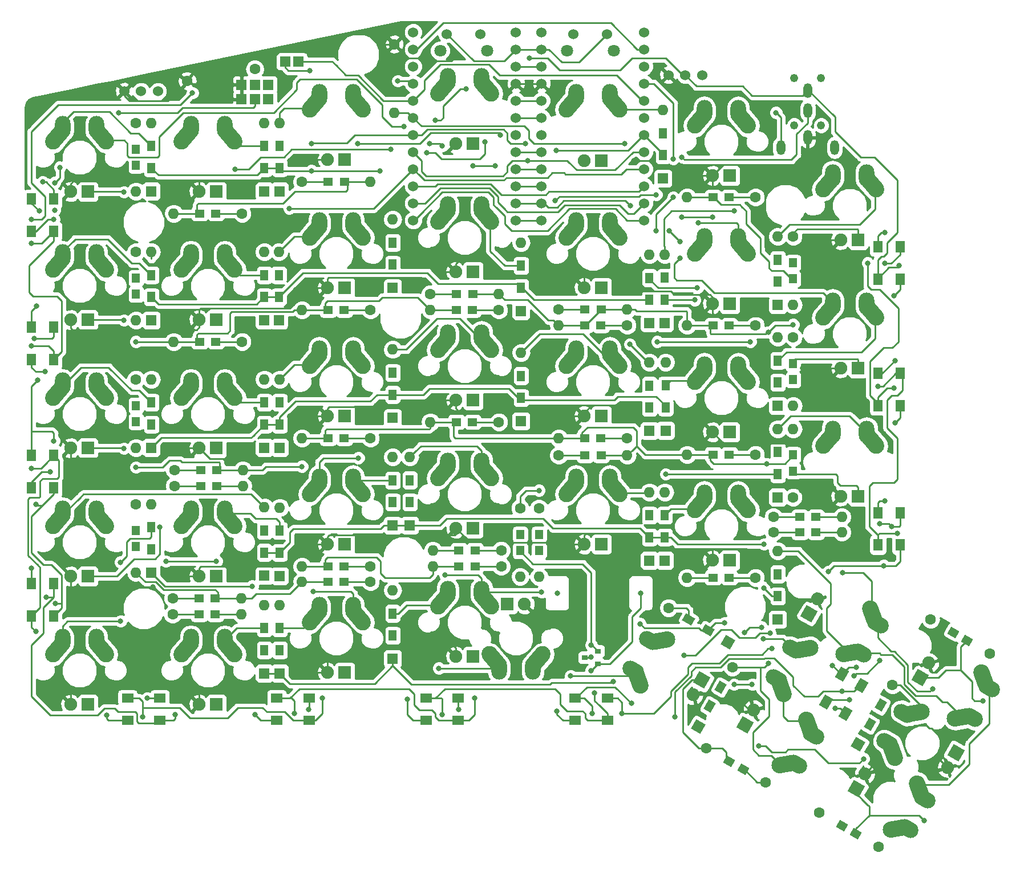
<source format=gbl>
G04 #@! TF.GenerationSoftware,KiCad,Pcbnew,(6.0.0)*
G04 #@! TF.CreationDate,2022-02-07T00:58:47-05:00*
G04 #@! TF.ProjectId,ergodash,6572676f-6461-4736-982e-6b696361645f,2.0*
G04 #@! TF.SameCoordinates,Original*
G04 #@! TF.FileFunction,Copper,L2,Bot*
G04 #@! TF.FilePolarity,Positive*
%FSLAX46Y46*%
G04 Gerber Fmt 4.6, Leading zero omitted, Abs format (unit mm)*
G04 Created by KiCad (PCBNEW (6.0.0)) date 2022-02-07 00:58:47*
%MOMM*%
%LPD*%
G01*
G04 APERTURE LIST*
G04 Aperture macros list*
%AMHorizOval*
0 Thick line with rounded ends*
0 $1 width*
0 $2 $3 position (X,Y) of the first rounded end (center of the circle)*
0 $4 $5 position (X,Y) of the second rounded end (center of the circle)*
0 Add line between two ends*
20,1,$1,$2,$3,$4,$5,0*
0 Add two circle primitives to create the rounded ends*
1,1,$1,$2,$3*
1,1,$1,$4,$5*%
%AMRotRect*
0 Rectangle, with rotation*
0 The origin of the aperture is its center*
0 $1 length*
0 $2 width*
0 $3 Rotation angle, in degrees counterclockwise*
0 Add horizontal line*
21,1,$1,$2,0,0,$3*%
G04 Aperture macros list end*
G04 #@! TA.AperFunction,ComponentPad*
%ADD10C,1.600000*%
G04 #@! TD*
G04 #@! TA.AperFunction,ComponentPad*
%ADD11HorizOval,1.600000X0.000000X0.000000X0.000000X0.000000X0*%
G04 #@! TD*
G04 #@! TA.AperFunction,ComponentPad*
%ADD12O,1.600000X1.600000*%
G04 #@! TD*
G04 #@! TA.AperFunction,ComponentPad*
%ADD13C,1.524000*%
G04 #@! TD*
G04 #@! TA.AperFunction,ComponentPad*
%ADD14C,1.800000*%
G04 #@! TD*
G04 #@! TA.AperFunction,ComponentPad*
%ADD15R,1.524000X1.524000*%
G04 #@! TD*
G04 #@! TA.AperFunction,WasherPad*
%ADD16C,1.210000*%
G04 #@! TD*
G04 #@! TA.AperFunction,ComponentPad*
%ADD17O,1.300000X2.200000*%
G04 #@! TD*
G04 #@! TA.AperFunction,ComponentPad*
%ADD18R,1.200000X1.400000*%
G04 #@! TD*
G04 #@! TA.AperFunction,ComponentPad*
%ADD19R,1.400000X1.200000*%
G04 #@! TD*
G04 #@! TA.AperFunction,ComponentPad*
%ADD20RotRect,1.400000X1.200000X330.000000*%
G04 #@! TD*
G04 #@! TA.AperFunction,ComponentPad*
%ADD21HorizOval,1.600000X0.000000X0.000000X0.000000X0.000000X0*%
G04 #@! TD*
G04 #@! TA.AperFunction,ComponentPad*
%ADD22R,1.905000X1.905000*%
G04 #@! TD*
G04 #@! TA.AperFunction,ComponentPad*
%ADD23C,1.905000*%
G04 #@! TD*
G04 #@! TA.AperFunction,ComponentPad*
%ADD24RotRect,1.905000X1.905000X60.000000*%
G04 #@! TD*
G04 #@! TA.AperFunction,ComponentPad*
%ADD25RotRect,1.600000X1.600000X60.000000*%
G04 #@! TD*
G04 #@! TA.AperFunction,ComponentPad*
%ADD26RotRect,1.600000X1.200000X60.000000*%
G04 #@! TD*
G04 #@! TA.AperFunction,ComponentPad*
%ADD27HorizOval,1.600000X0.000000X0.000000X0.000000X0.000000X0*%
G04 #@! TD*
G04 #@! TA.AperFunction,SMDPad,CuDef*
%ADD28R,0.900000X0.800000*%
G04 #@! TD*
G04 #@! TA.AperFunction,ComponentPad*
%ADD29HorizOval,2.400000X0.578509X0.689440X-0.578509X-0.689440X0*%
G04 #@! TD*
G04 #@! TA.AperFunction,ComponentPad*
%ADD30O,2.300000X3.337000*%
G04 #@! TD*
G04 #@! TA.AperFunction,ComponentPad*
%ADD31HorizOval,2.400000X0.578509X-0.689440X-0.578509X0.689440X0*%
G04 #@! TD*
G04 #@! TA.AperFunction,ComponentPad*
%ADD32HorizOval,2.400000X0.307818X-0.845723X-0.307818X0.845723X0*%
G04 #@! TD*
G04 #@! TA.AperFunction,ComponentPad*
%ADD33HorizOval,2.300000X-0.449034X0.259250X0.449034X-0.259250X0*%
G04 #@! TD*
G04 #@! TA.AperFunction,ComponentPad*
%ADD34HorizOval,2.400000X-0.886327X-0.156283X0.886327X0.156283X0*%
G04 #@! TD*
G04 #@! TA.AperFunction,ComponentPad*
%ADD35HorizOval,2.400000X-0.307818X0.845723X0.307818X-0.845723X0*%
G04 #@! TD*
G04 #@! TA.AperFunction,ComponentPad*
%ADD36HorizOval,2.400000X0.886327X0.156283X-0.886327X-0.156283X0*%
G04 #@! TD*
G04 #@! TA.AperFunction,ComponentPad*
%ADD37HorizOval,2.400000X-0.578509X-0.689440X0.578509X0.689440X0*%
G04 #@! TD*
G04 #@! TA.AperFunction,ComponentPad*
%ADD38HorizOval,2.400000X-0.578509X0.689440X0.578509X-0.689440X0*%
G04 #@! TD*
G04 #@! TA.AperFunction,ComponentPad*
%ADD39RotRect,1.905000X1.905000X240.000000*%
G04 #@! TD*
G04 #@! TA.AperFunction,ComponentPad*
%ADD40RotRect,1.400000X1.200000X150.000000*%
G04 #@! TD*
G04 #@! TA.AperFunction,ComponentPad*
%ADD41HorizOval,1.600000X0.000000X0.000000X0.000000X0.000000X0*%
G04 #@! TD*
G04 #@! TA.AperFunction,ComponentPad*
%ADD42R,1.200000X1.600000*%
G04 #@! TD*
G04 #@! TA.AperFunction,ComponentPad*
%ADD43R,1.600000X1.600000*%
G04 #@! TD*
G04 #@! TA.AperFunction,ComponentPad*
%ADD44RotRect,1.600000X1.200000X150.000000*%
G04 #@! TD*
G04 #@! TA.AperFunction,ComponentPad*
%ADD45RotRect,1.600000X1.600000X150.000000*%
G04 #@! TD*
G04 #@! TA.AperFunction,SMDPad,CuDef*
%ADD46R,1.400000X1.800000*%
G04 #@! TD*
G04 #@! TA.AperFunction,SMDPad,CuDef*
%ADD47R,1.800000X1.400000*%
G04 #@! TD*
G04 #@! TA.AperFunction,SMDPad,CuDef*
%ADD48RotRect,1.400000X1.800000X150.000000*%
G04 #@! TD*
G04 #@! TA.AperFunction,ViaPad*
%ADD49C,0.800000*%
G04 #@! TD*
G04 #@! TA.AperFunction,Conductor*
%ADD50C,0.254000*%
G04 #@! TD*
G04 APERTURE END LIST*
D10*
X102997000Y-46609000D03*
D11*
X113002647Y-44844735D03*
D10*
X133731000Y-41148000D03*
D12*
X133731000Y-51308000D03*
D13*
X160314000Y-39624000D03*
X165314000Y-39624000D03*
D14*
X159314000Y-42124000D03*
X166314000Y-42124000D03*
D15*
X117491000Y-43688000D03*
X119491000Y-43688000D03*
D16*
X197072000Y-53204000D03*
X193072000Y-53204000D03*
X193072000Y-46204000D03*
X197072000Y-46204000D03*
D17*
X195072000Y-55004000D03*
X195072000Y-48004000D03*
X195072000Y-51004000D03*
X191072000Y-56504000D03*
X199072000Y-56504000D03*
D13*
X93639000Y-48133000D03*
X96139000Y-48133000D03*
X98639000Y-48133000D03*
X174411000Y-45720000D03*
X176911000Y-45720000D03*
X179411000Y-45720000D03*
D10*
X95377000Y-52832000D03*
D18*
X95377000Y-56732000D03*
D12*
X95377000Y-62992000D03*
D18*
X95377000Y-59132000D03*
D10*
X111125000Y-66294000D03*
D19*
X107225000Y-66294000D03*
D12*
X100965000Y-66294000D03*
D19*
X104825000Y-66294000D03*
D10*
X120015000Y-61595000D03*
D19*
X123915000Y-61595000D03*
X126315000Y-61595000D03*
D12*
X130175000Y-61595000D03*
D19*
X142965000Y-78232000D03*
D10*
X139065000Y-78232000D03*
D19*
X145365000Y-78232000D03*
D12*
X149225000Y-78232000D03*
D19*
X162015000Y-80518000D03*
D10*
X158115000Y-80518000D03*
D12*
X168275000Y-80518000D03*
D19*
X164415000Y-80518000D03*
X183425000Y-63881000D03*
D10*
X187325000Y-63881000D03*
D19*
X181025000Y-63881000D03*
D12*
X177165000Y-63881000D03*
D18*
X192913000Y-73623000D03*
D10*
X192913000Y-69723000D03*
D12*
X192913000Y-79883000D03*
D18*
X192913000Y-76023000D03*
D10*
X95377000Y-72009000D03*
D18*
X95377000Y-75909000D03*
D12*
X95377000Y-82169000D03*
D18*
X95377000Y-78309000D03*
D19*
X107225000Y-85344000D03*
D10*
X111125000Y-85344000D03*
D12*
X100965000Y-85344000D03*
D19*
X104825000Y-85344000D03*
X126275000Y-80645000D03*
D10*
X130175000Y-80645000D03*
D12*
X120015000Y-80645000D03*
D19*
X123875000Y-80645000D03*
X145325000Y-80645000D03*
D10*
X149225000Y-80645000D03*
D12*
X139065000Y-80645000D03*
D19*
X142925000Y-80645000D03*
X164375000Y-82931000D03*
D10*
X168275000Y-82931000D03*
D19*
X161975000Y-82931000D03*
D12*
X158115000Y-82931000D03*
D19*
X183425000Y-82931000D03*
D10*
X187325000Y-82931000D03*
D12*
X177165000Y-82931000D03*
D19*
X181025000Y-82931000D03*
D18*
X192913000Y-88609000D03*
D10*
X192913000Y-84709000D03*
D12*
X192913000Y-94869000D03*
D18*
X192913000Y-91009000D03*
D10*
X95377000Y-90932000D03*
D18*
X95377000Y-94832000D03*
D12*
X95377000Y-101092000D03*
D18*
X95377000Y-97232000D03*
D10*
X101092000Y-104394000D03*
D19*
X104992000Y-104394000D03*
X107392000Y-104394000D03*
D12*
X111252000Y-104394000D03*
D19*
X126275000Y-99695000D03*
D10*
X130175000Y-99695000D03*
D19*
X123875000Y-99695000D03*
D12*
X120015000Y-99695000D03*
D10*
X149225000Y-97282000D03*
D19*
X145325000Y-97282000D03*
D12*
X139065000Y-97282000D03*
D19*
X142925000Y-97282000D03*
D10*
X168275000Y-99695000D03*
D19*
X164375000Y-99695000D03*
X161975000Y-99695000D03*
D12*
X158115000Y-99695000D03*
D19*
X183425000Y-102108000D03*
D10*
X187325000Y-102108000D03*
D12*
X177165000Y-102108000D03*
D19*
X181025000Y-102108000D03*
D10*
X192913000Y-108458000D03*
D18*
X192913000Y-104558000D03*
D12*
X192913000Y-98298000D03*
D18*
X192913000Y-102158000D03*
D19*
X104992000Y-106807000D03*
D10*
X101092000Y-106807000D03*
D19*
X107392000Y-106807000D03*
D12*
X111252000Y-106807000D03*
D18*
X95377000Y-113374000D03*
D10*
X95377000Y-109474000D03*
D18*
X95377000Y-115774000D03*
D12*
X95377000Y-119634000D03*
D19*
X126275000Y-118745000D03*
D10*
X130175000Y-118745000D03*
D19*
X123875000Y-118745000D03*
D12*
X120015000Y-118745000D03*
D10*
X149606000Y-116332000D03*
D19*
X145706000Y-116332000D03*
D12*
X139446000Y-116332000D03*
D19*
X143306000Y-116332000D03*
D10*
X187325000Y-120396000D03*
D19*
X183425000Y-120396000D03*
D12*
X177165000Y-120396000D03*
D19*
X181025000Y-120396000D03*
D10*
X180019212Y-145722000D03*
D20*
X183396711Y-147672000D03*
D21*
X188818030Y-150802000D03*
D20*
X185475172Y-148872000D03*
D19*
X104738000Y-123444000D03*
D10*
X100838000Y-123444000D03*
D12*
X110998000Y-123444000D03*
D19*
X107138000Y-123444000D03*
D10*
X100838000Y-125857000D03*
D19*
X104738000Y-125857000D03*
X107138000Y-125857000D03*
D12*
X110998000Y-125857000D03*
D19*
X126275000Y-121031000D03*
D10*
X130175000Y-121031000D03*
D12*
X120015000Y-121031000D03*
D19*
X123875000Y-121031000D03*
D10*
X149606000Y-118745000D03*
D19*
X145706000Y-118745000D03*
X143306000Y-118745000D03*
D12*
X139446000Y-118745000D03*
D22*
X88265000Y-63055500D03*
D23*
X85725000Y-63055500D03*
D22*
X107315000Y-63055500D03*
D23*
X104775000Y-63055500D03*
D22*
X126365000Y-58293000D03*
D23*
X123825000Y-58293000D03*
D22*
X145415000Y-55911750D03*
D23*
X142875000Y-55911750D03*
D22*
X164465000Y-58420000D03*
D23*
X161925000Y-58420000D03*
D22*
X183515000Y-60674250D03*
D23*
X180975000Y-60674250D03*
D22*
X202565000Y-70199250D03*
D23*
X200025000Y-70199250D03*
D22*
X88265000Y-82105500D03*
D23*
X85725000Y-82105500D03*
D22*
X107315000Y-82105500D03*
D23*
X104775000Y-82105500D03*
D22*
X126365000Y-77343000D03*
D23*
X123825000Y-77343000D03*
D22*
X145415000Y-74961750D03*
D23*
X142875000Y-74961750D03*
D22*
X164465000Y-77343000D03*
D23*
X161925000Y-77343000D03*
D22*
X183515000Y-79724250D03*
D23*
X180975000Y-79724250D03*
D22*
X202565000Y-89249250D03*
D23*
X200025000Y-89249250D03*
D22*
X88265000Y-101155500D03*
D23*
X85725000Y-101155500D03*
D22*
X107315000Y-101155500D03*
D23*
X104775000Y-101155500D03*
D22*
X126365000Y-96393000D03*
D23*
X123825000Y-96393000D03*
D22*
X145415000Y-94011750D03*
D23*
X142875000Y-94011750D03*
D22*
X164465000Y-96393000D03*
D23*
X161925000Y-96393000D03*
D22*
X183515000Y-98774250D03*
D23*
X180975000Y-98774250D03*
D22*
X202565000Y-108299250D03*
D23*
X200025000Y-108299250D03*
D22*
X88265000Y-120205500D03*
D23*
X85725000Y-120205500D03*
D22*
X107315000Y-120205500D03*
D23*
X104775000Y-120205500D03*
D22*
X126365000Y-115443000D03*
D23*
X123825000Y-115443000D03*
D22*
X145415000Y-113061750D03*
D23*
X142875000Y-113061750D03*
D22*
X164465000Y-115443000D03*
D23*
X161925000Y-115443000D03*
D22*
X183515000Y-117824250D03*
D23*
X180975000Y-117824250D03*
D24*
X179326409Y-135615398D03*
D23*
X178056409Y-137815102D03*
D22*
X88265000Y-139255500D03*
D23*
X85725000Y-139255500D03*
D22*
X107315000Y-139255500D03*
D23*
X104775000Y-139255500D03*
D22*
X126365000Y-134493000D03*
D23*
X123825000Y-134493000D03*
D22*
X145415000Y-132111750D03*
D23*
X142875000Y-132111750D03*
D13*
X136525000Y-39370000D03*
X136525000Y-41910000D03*
X136525000Y-44450000D03*
X136525000Y-46990000D03*
X136525000Y-49530000D03*
X136525000Y-52070000D03*
X136525000Y-54610000D03*
X136525000Y-57150000D03*
X136525000Y-59690000D03*
X136525000Y-62230000D03*
X136525000Y-64770000D03*
X136525000Y-67310000D03*
X151765000Y-67310000D03*
X151765000Y-64770000D03*
X151765000Y-62230000D03*
X151765000Y-59690000D03*
X151765000Y-57150000D03*
X151765000Y-54610000D03*
X151765000Y-52070000D03*
X151765000Y-49530000D03*
X151765000Y-46990000D03*
X151765000Y-44450000D03*
X151765000Y-41910000D03*
X151765000Y-39370000D03*
D22*
X150495000Y-124333000D03*
D23*
X153035000Y-124333000D03*
D25*
X202565000Y-145161000D03*
D26*
X204290000Y-142173212D03*
X205920000Y-139349970D03*
D27*
X207645000Y-136362182D03*
D28*
X163957000Y-131323000D03*
X163957000Y-133223000D03*
X161957000Y-132273000D03*
D29*
X102684951Y-54899269D03*
D30*
X103525000Y-53475500D03*
D31*
X109405049Y-54899269D03*
D30*
X108565000Y-53475500D03*
D29*
X102684951Y-73949269D03*
D30*
X103525000Y-72525500D03*
D31*
X109405049Y-73949269D03*
D30*
X108565000Y-72525500D03*
D29*
X102684951Y-92999269D03*
D30*
X103525000Y-91575500D03*
D31*
X109405049Y-92999269D03*
D30*
X108565000Y-91575500D03*
X103525000Y-110625500D03*
D29*
X102684951Y-112049269D03*
D31*
X109405049Y-112049269D03*
D30*
X108565000Y-110625500D03*
D29*
X121734951Y-107286769D03*
D30*
X122575000Y-105863000D03*
X127615000Y-105863000D03*
D31*
X128455049Y-107286769D03*
D30*
X141625000Y-46331750D03*
D29*
X140784951Y-47755519D03*
D30*
X146665000Y-46331750D03*
D31*
X147505049Y-47755519D03*
D29*
X140784951Y-66805519D03*
D30*
X141625000Y-65381750D03*
X146665000Y-65381750D03*
D31*
X147505049Y-66805519D03*
D29*
X140784951Y-85855519D03*
D30*
X141625000Y-84431750D03*
X146665000Y-84431750D03*
D31*
X147505049Y-85855519D03*
D29*
X140784951Y-104905519D03*
D30*
X141625000Y-103481750D03*
X146665000Y-103481750D03*
D31*
X147505049Y-104905519D03*
D29*
X159834951Y-50136769D03*
D30*
X160675000Y-48713000D03*
D31*
X166555049Y-50136769D03*
D30*
X165715000Y-48713000D03*
X160675000Y-67763000D03*
D29*
X159834951Y-69186769D03*
D30*
X165715000Y-67763000D03*
D31*
X166555049Y-69186769D03*
D29*
X159834951Y-88236769D03*
D30*
X160675000Y-86813000D03*
D31*
X166555049Y-88236769D03*
D30*
X165715000Y-86813000D03*
D29*
X159834951Y-107286769D03*
D30*
X160675000Y-105863000D03*
D31*
X166555049Y-107286769D03*
D30*
X165715000Y-105863000D03*
X179725000Y-51094250D03*
D29*
X178884951Y-52518019D03*
D31*
X185605049Y-52518019D03*
D30*
X184765000Y-51094250D03*
D29*
X197934951Y-62043019D03*
D30*
X198775000Y-60619250D03*
D31*
X204655049Y-62043019D03*
D30*
X203815000Y-60619250D03*
D29*
X197934951Y-81093019D03*
D30*
X198775000Y-79669250D03*
X203815000Y-79669250D03*
D31*
X204655049Y-81093019D03*
D30*
X198775000Y-98719250D03*
D29*
X197934951Y-100143019D03*
D31*
X204655049Y-100143019D03*
D30*
X203815000Y-98719250D03*
D32*
X204659119Y-125830528D03*
D33*
X205472114Y-127269916D03*
D34*
X201299070Y-131650303D03*
D33*
X202952114Y-131634684D03*
D30*
X103525000Y-129675500D03*
D29*
X102684951Y-131099269D03*
D30*
X108565000Y-129675500D03*
D31*
X109405049Y-131099269D03*
D35*
X169947881Y-135547022D03*
D33*
X169134886Y-134107634D03*
D36*
X173307930Y-129727247D03*
D33*
X171654886Y-129742866D03*
X195947114Y-143767916D03*
D32*
X195134119Y-142328528D03*
D34*
X191774070Y-148148303D03*
D33*
X193427114Y-148132684D03*
D35*
X191208381Y-136823022D03*
D33*
X190395386Y-135383634D03*
D36*
X194568430Y-131003247D03*
D33*
X192915386Y-131018866D03*
D30*
X154285000Y-133913000D03*
D37*
X155125049Y-132489231D03*
D38*
X148404951Y-132489231D03*
D30*
X149245000Y-133913000D03*
D33*
X221970114Y-136794966D03*
D32*
X221157119Y-135355578D03*
D33*
X219450114Y-141159734D03*
D34*
X217797070Y-141175353D03*
D35*
X207706381Y-146348072D03*
D33*
X206893386Y-144908684D03*
X209413386Y-140543916D03*
D36*
X211066430Y-140528297D03*
D32*
X211632119Y-151853578D03*
D33*
X212445114Y-153292966D03*
X209925114Y-157657734D03*
D34*
X208272070Y-157673353D03*
D39*
X195280591Y-125762152D03*
D23*
X196550591Y-123562448D03*
D39*
X211778591Y-135287202D03*
D23*
X213048591Y-133087498D03*
D39*
X185755591Y-142260152D03*
D23*
X187025591Y-140060448D03*
D39*
X202253591Y-151785202D03*
D23*
X203523591Y-149585498D03*
D10*
X189992000Y-111379000D03*
D19*
X193892000Y-111379000D03*
D12*
X200152000Y-111379000D03*
D19*
X196292000Y-111379000D03*
D10*
X189992000Y-113665000D03*
D19*
X193892000Y-113665000D03*
D12*
X200152000Y-113665000D03*
D19*
X196292000Y-113665000D03*
D40*
X202235501Y-158451000D03*
D10*
X205613000Y-160401000D03*
D41*
X196814182Y-155321000D03*
D40*
X200157040Y-157251000D03*
D24*
X217084909Y-146416448D03*
D23*
X215814909Y-148616152D03*
D42*
X97663000Y-59542000D03*
D43*
X97663000Y-62992000D03*
D12*
X97663000Y-52832000D03*
D42*
X97663000Y-56282000D03*
X97663000Y-78719000D03*
D43*
X97663000Y-82169000D03*
D12*
X97663000Y-72009000D03*
D42*
X97663000Y-75459000D03*
D43*
X97663000Y-101092000D03*
D42*
X97663000Y-97642000D03*
D12*
X97663000Y-90932000D03*
D42*
X97663000Y-94382000D03*
X114427000Y-116671000D03*
D43*
X114427000Y-120121000D03*
D42*
X114427000Y-113411000D03*
D12*
X114427000Y-109961000D03*
D42*
X114427000Y-59542000D03*
D43*
X114427000Y-62992000D03*
D42*
X114427000Y-56282000D03*
D12*
X114427000Y-52832000D03*
D43*
X114427000Y-82169000D03*
D42*
X114427000Y-78719000D03*
X114427000Y-75459000D03*
D12*
X114427000Y-72009000D03*
D43*
X114427000Y-101092000D03*
D42*
X114427000Y-97642000D03*
X114427000Y-94382000D03*
D12*
X114427000Y-90932000D03*
D42*
X116713000Y-116692000D03*
D43*
X116713000Y-120142000D03*
D42*
X116713000Y-113432000D03*
D12*
X116713000Y-109982000D03*
D42*
X116713000Y-59542000D03*
D43*
X116713000Y-62992000D03*
D12*
X116713000Y-52832000D03*
D42*
X116713000Y-56282000D03*
D43*
X116586000Y-82169000D03*
D42*
X116586000Y-78719000D03*
D12*
X116586000Y-72009000D03*
D42*
X116586000Y-75459000D03*
D43*
X116713000Y-101092000D03*
D42*
X116713000Y-97642000D03*
X116713000Y-94382000D03*
D12*
X116713000Y-90932000D03*
D42*
X133477000Y-109199000D03*
D43*
X133477000Y-112649000D03*
D42*
X133477000Y-105939000D03*
D12*
X133477000Y-102489000D03*
D42*
X133477000Y-73893000D03*
D43*
X133477000Y-77343000D03*
D42*
X133477000Y-70633000D03*
D12*
X133477000Y-67183000D03*
D43*
X152527000Y-80772000D03*
D42*
X152527000Y-77322000D03*
X152527000Y-74062000D03*
D12*
X152527000Y-70612000D03*
D43*
X136017000Y-112628000D03*
D42*
X136017000Y-109178000D03*
X136017000Y-105918000D03*
D12*
X136017000Y-102468000D03*
D42*
X173609000Y-57637000D03*
D43*
X173609000Y-61087000D03*
D12*
X173609000Y-50927000D03*
D42*
X173609000Y-54377000D03*
X152527000Y-93684000D03*
D43*
X152527000Y-97134000D03*
D42*
X152527000Y-90424000D03*
D12*
X152527000Y-86974000D03*
D42*
X171577000Y-114406000D03*
D43*
X171577000Y-117856000D03*
D12*
X171577000Y-107696000D03*
D42*
X171577000Y-111146000D03*
X173863000Y-79100000D03*
D43*
X173863000Y-82550000D03*
D42*
X173863000Y-75840000D03*
D12*
X173863000Y-72390000D03*
D42*
X171577000Y-79121000D03*
D43*
X171577000Y-82571000D03*
D42*
X171577000Y-75861000D03*
D12*
X171577000Y-72411000D03*
D42*
X173990000Y-95102000D03*
D43*
X173990000Y-98552000D03*
D12*
X173990000Y-88392000D03*
D42*
X173990000Y-91842000D03*
X173863000Y-114406000D03*
D43*
X173863000Y-117856000D03*
D12*
X173863000Y-107696000D03*
D42*
X173863000Y-111146000D03*
D43*
X190627000Y-79883000D03*
D42*
X190627000Y-76433000D03*
D12*
X190627000Y-69723000D03*
D42*
X190627000Y-73173000D03*
D43*
X190627000Y-94869000D03*
D42*
X190627000Y-91419000D03*
D12*
X190627000Y-84709000D03*
D42*
X190627000Y-88159000D03*
D43*
X190627000Y-108458000D03*
D42*
X190627000Y-105008000D03*
D12*
X190627000Y-98298000D03*
D42*
X190627000Y-101748000D03*
X190627000Y-123148000D03*
D43*
X190627000Y-126598000D03*
D12*
X190627000Y-116438000D03*
D42*
X190627000Y-119888000D03*
D43*
X97663000Y-119634000D03*
D42*
X97663000Y-116184000D03*
X97663000Y-112924000D03*
D12*
X97663000Y-109474000D03*
D43*
X114427000Y-134620000D03*
D42*
X114427000Y-131170000D03*
D12*
X114427000Y-124460000D03*
D42*
X114427000Y-127910000D03*
X116713000Y-131170000D03*
D43*
X116713000Y-134620000D03*
D42*
X116713000Y-127910000D03*
D12*
X116713000Y-124460000D03*
D44*
X180242242Y-128249000D03*
D45*
X183230030Y-129974000D03*
D44*
X177419000Y-126619000D03*
D41*
X174431212Y-124894000D03*
D25*
X178816000Y-142494000D03*
D26*
X180541000Y-139506212D03*
D27*
X183896000Y-133695182D03*
D26*
X182171000Y-136682970D03*
D10*
X158115000Y-102235000D03*
D19*
X162015000Y-102235000D03*
X164415000Y-102235000D03*
D12*
X168275000Y-102235000D03*
D18*
X152400000Y-113988000D03*
D10*
X152400000Y-110088000D03*
D18*
X152400000Y-116388000D03*
D12*
X152400000Y-120248000D03*
D15*
X111030000Y-47159000D03*
X113030000Y-47159000D03*
X115030000Y-47159000D03*
X111030000Y-49318000D03*
X113030000Y-49318000D03*
X115030000Y-49318000D03*
D42*
X133477000Y-128990000D03*
D43*
X133477000Y-132440000D03*
D42*
X133477000Y-125730000D03*
D12*
X133477000Y-122280000D03*
D40*
X218740461Y-129724000D03*
D10*
X222117960Y-131674000D03*
D41*
X213319142Y-126594000D03*
D40*
X216662000Y-128524000D03*
D42*
X133477000Y-93218000D03*
D43*
X133477000Y-96668000D03*
D42*
X133477000Y-89958000D03*
D12*
X133477000Y-86508000D03*
D42*
X171577000Y-95123000D03*
D43*
X171577000Y-98573000D03*
D42*
X171577000Y-91863000D03*
D12*
X171577000Y-88413000D03*
D10*
X155194000Y-110109000D03*
D18*
X155194000Y-114009000D03*
X155194000Y-116409000D03*
D12*
X155194000Y-120269000D03*
D13*
X146518000Y-39624000D03*
X141518000Y-39624000D03*
D14*
X147518000Y-42124000D03*
X140518000Y-42124000D03*
D13*
X170815000Y-39370000D03*
X170815000Y-41910000D03*
X170815000Y-44450000D03*
X170815000Y-46990000D03*
X170815000Y-49530000D03*
X170815000Y-52070000D03*
X170815000Y-54610000D03*
X170815000Y-57150000D03*
X170815000Y-59690000D03*
X170815000Y-62230000D03*
X170815000Y-64770000D03*
X170815000Y-67310000D03*
X155575000Y-67310000D03*
X155575000Y-64770000D03*
X155575000Y-62230000D03*
X155575000Y-59690000D03*
X155575000Y-57150000D03*
X155575000Y-54610000D03*
X155575000Y-52070000D03*
X155575000Y-49530000D03*
X155575000Y-46990000D03*
X155575000Y-44450000D03*
X155575000Y-41910000D03*
X155575000Y-39370000D03*
D30*
X89515000Y-53475500D03*
D38*
X90355049Y-54899269D03*
D37*
X83634951Y-54899269D03*
D30*
X84475000Y-53475500D03*
X89515000Y-72525500D03*
D38*
X90355049Y-73949269D03*
D30*
X84475000Y-72525500D03*
D37*
X83634951Y-73949269D03*
D38*
X90355049Y-92999269D03*
D30*
X89515000Y-91575500D03*
X84475000Y-91575500D03*
D37*
X83634951Y-92999269D03*
D30*
X89515000Y-110625500D03*
D38*
X90355049Y-112049269D03*
D37*
X83634951Y-112049269D03*
D30*
X84475000Y-110625500D03*
X127615000Y-48713000D03*
D38*
X128455049Y-50136769D03*
D37*
X121734951Y-50136769D03*
D30*
X122575000Y-48713000D03*
X127615000Y-67763000D03*
D38*
X128455049Y-69186769D03*
D30*
X122575000Y-67763000D03*
D37*
X121734951Y-69186769D03*
D38*
X128455049Y-88236769D03*
D30*
X127615000Y-86813000D03*
D37*
X121734951Y-88236769D03*
D30*
X122575000Y-86813000D03*
X184765000Y-70144250D03*
D38*
X185605049Y-71568019D03*
D30*
X179725000Y-70144250D03*
D37*
X178884951Y-71568019D03*
D38*
X185605049Y-90618019D03*
D30*
X184765000Y-89194250D03*
X179725000Y-89194250D03*
D37*
X178884951Y-90618019D03*
D38*
X185605049Y-109668019D03*
D30*
X184765000Y-108244250D03*
X179725000Y-108244250D03*
D37*
X178884951Y-109668019D03*
D30*
X89515000Y-129675500D03*
D38*
X90355049Y-131099269D03*
D30*
X84475000Y-129675500D03*
D37*
X83634951Y-131099269D03*
D38*
X128455049Y-126336769D03*
D30*
X127615000Y-124913000D03*
X122575000Y-124913000D03*
D37*
X121734951Y-126336769D03*
D30*
X146665000Y-122531750D03*
D38*
X147505049Y-123955519D03*
D30*
X141625000Y-122531750D03*
D37*
X140784951Y-123955519D03*
D46*
X83184000Y-68948000D03*
X79884000Y-68948000D03*
X79884000Y-64148000D03*
X83184000Y-64148000D03*
X83184000Y-87998000D03*
X79884000Y-87998000D03*
X79884000Y-83198000D03*
X83184000Y-83198000D03*
X83184000Y-107048000D03*
X79884000Y-107048000D03*
X79884000Y-102248000D03*
X83184000Y-102248000D03*
X83184000Y-126098000D03*
X79884000Y-126098000D03*
X79884000Y-121298000D03*
X83184000Y-121298000D03*
D47*
X98920000Y-138304000D03*
X98920000Y-141604000D03*
X94120000Y-141604000D03*
X94120000Y-138304000D03*
X121060333Y-138304000D03*
X121060333Y-141604000D03*
X116260333Y-141604000D03*
X116260333Y-138304000D03*
X143200667Y-138304000D03*
X143200667Y-141604000D03*
X138400667Y-141604000D03*
X138400667Y-138304000D03*
X165341000Y-138304000D03*
X165341000Y-141604000D03*
X160541000Y-141604000D03*
X160541000Y-138304000D03*
D48*
X200177058Y-134764539D03*
X203034942Y-136414539D03*
X200634942Y-140571461D03*
X197777058Y-138921461D03*
D46*
X205487000Y-110757000D03*
X208787000Y-110757000D03*
X208787000Y-115557000D03*
X205487000Y-115557000D03*
X205487000Y-90056000D03*
X208787000Y-90056000D03*
X208787000Y-94856000D03*
X205487000Y-94856000D03*
X205487000Y-71260000D03*
X208787000Y-71260000D03*
X208787000Y-76060000D03*
X205487000Y-76060000D03*
D49*
X178308000Y-79140000D03*
X121412000Y-55880000D03*
X180975000Y-66802000D03*
X121412000Y-59944000D03*
X131572000Y-59944000D03*
X153162000Y-55880000D03*
X176403000Y-66802000D03*
X157734000Y-56896000D03*
X172720000Y-85344006D03*
X186563000Y-85344000D03*
X118110000Y-65532000D03*
X173990000Y-105029000D03*
X188576010Y-115443000D03*
X188576010Y-121920000D03*
X138557000Y-57277000D03*
X147193000Y-55626000D03*
X168656000Y-85725000D03*
X184150000Y-65913012D03*
X178689000Y-77343000D03*
X208661000Y-74041000D03*
X121158000Y-45085000D03*
X153797000Y-43180000D03*
X162941000Y-134220000D03*
X170284000Y-122682000D03*
X190373000Y-51308000D03*
X175133000Y-58166000D03*
X175133000Y-63881000D03*
X172593000Y-68834000D03*
X134239000Y-46609000D03*
X176403000Y-57912000D03*
X167894000Y-55880000D03*
X194310000Y-81661000D03*
X118237000Y-61468000D03*
X138049000Y-76200000D03*
X118237000Y-96393000D03*
X99949000Y-120269000D03*
X117475000Y-136779000D03*
X142748000Y-43053000D03*
X208788000Y-137776000D03*
X118237000Y-58420000D03*
X118237000Y-102743000D03*
X151003000Y-115189000D03*
X194183000Y-107442000D03*
X97917000Y-121793000D03*
X119888000Y-134493000D03*
X140081000Y-75057000D03*
X194310000Y-89281000D03*
X194183000Y-100457000D03*
X169291000Y-58420000D03*
X144399000Y-47752000D03*
X139827000Y-52451000D03*
X135128000Y-53340000D03*
X138938000Y-55880000D03*
X110109000Y-59690000D03*
X140843000Y-56261000D03*
X133223000Y-56769000D03*
X128397000Y-102616000D03*
X128270000Y-55880000D03*
X121666000Y-122428000D03*
X149479000Y-54610000D03*
X141224000Y-120015000D03*
X155575000Y-122555000D03*
X159893000Y-135001000D03*
X157607000Y-64389000D03*
X172593000Y-63500000D03*
X178816000Y-67691000D03*
X168783000Y-65151000D03*
X176149000Y-72898000D03*
X213614000Y-136905996D03*
X200279000Y-119634000D03*
X174498000Y-68834000D03*
X176149000Y-70485000D03*
X93091000Y-118110000D03*
X93091000Y-126873000D03*
X166243000Y-135871000D03*
X184150000Y-136271000D03*
X112649000Y-121666000D03*
X182753000Y-127127000D03*
X170180000Y-127254000D03*
X186817000Y-136271000D03*
X140335000Y-133858000D03*
X188468000Y-129451011D03*
X189250822Y-133115000D03*
X83185000Y-67183000D03*
X205486000Y-91948000D03*
X208407000Y-113792000D03*
X201930000Y-135001000D03*
X205759000Y-132715000D03*
X201295000Y-138557000D03*
X205740000Y-112395000D03*
X207518000Y-112776000D03*
X206502000Y-108966000D03*
X143256000Y-139954000D03*
X79883000Y-67183000D03*
X208026000Y-88138000D03*
X202311000Y-133731000D03*
X121031000Y-139954000D03*
X83439000Y-124206000D03*
X206502000Y-69088000D03*
X198755000Y-133477000D03*
X97028000Y-138303000D03*
X167513000Y-140589000D03*
X103759000Y-48387000D03*
X79883000Y-70739000D03*
X189738000Y-130937000D03*
X80518000Y-109474000D03*
X79883000Y-85979000D03*
X135636000Y-138430000D03*
X208026000Y-97409000D03*
X83312000Y-61722000D03*
X207899000Y-78486000D03*
X91059000Y-140843000D03*
X113030000Y-140716000D03*
X80645000Y-80010000D03*
X189490212Y-128656387D03*
X83185000Y-100076000D03*
X83312000Y-65786000D03*
X206375000Y-118618000D03*
X79883000Y-118999000D03*
X84074000Y-59436000D03*
X157861000Y-140208000D03*
X176673001Y-131972000D03*
X198120000Y-119507004D03*
X81026000Y-65913000D03*
X92837000Y-51308000D03*
X199136000Y-139827000D03*
X80772000Y-91059000D03*
X81915000Y-89789000D03*
X81534000Y-61595000D03*
X82677000Y-104648000D03*
X80264000Y-84836000D03*
X79883000Y-104140000D03*
X80518000Y-128397000D03*
X82042000Y-123317000D03*
X101219000Y-140716000D03*
X123063000Y-138303000D03*
X96393000Y-141097000D03*
X145669000Y-138303000D03*
X118872000Y-140589000D03*
X163449000Y-137541000D03*
X140843000Y-140716000D03*
X200177058Y-137287000D03*
X168910000Y-139065000D03*
X175387000Y-141097000D03*
X163068000Y-140589000D03*
X203962000Y-73660000D03*
X206502000Y-73660000D03*
X207899000Y-92202000D03*
X93599000Y-63119000D03*
X148717000Y-59182000D03*
X145415000Y-59182000D03*
X93599000Y-82169000D03*
X93599000Y-101219000D03*
X98933000Y-112903006D03*
X99822000Y-117983000D03*
X107315000Y-117964002D03*
X162941000Y-130429000D03*
X203346000Y-147318605D03*
X120015000Y-103886000D03*
X162941000Y-132207000D03*
X192913000Y-82804000D03*
X189230000Y-83947000D03*
X188976000Y-103505000D03*
X187833000Y-145415000D03*
X95377000Y-104013000D03*
X95377000Y-85344000D03*
X155194000Y-107442000D03*
X153543000Y-58420000D03*
X221107000Y-138684000D03*
X185674000Y-128524000D03*
X188213998Y-127762002D03*
X212344000Y-156464000D03*
X157884000Y-122682000D03*
D50*
X173609000Y-57404000D02*
X170815000Y-54610000D01*
X170688000Y-54610000D02*
X168402000Y-56896000D01*
X168402000Y-56896000D02*
X157734000Y-56896000D01*
X127889000Y-54610000D02*
X126682500Y-55816500D01*
X114660000Y-59309000D02*
X114427000Y-59542000D01*
X107823000Y-60579000D02*
X98700000Y-60579000D01*
X98700000Y-60579000D02*
X97663000Y-59542000D01*
X118491000Y-59944000D02*
X121412000Y-59944000D01*
X140335000Y-53784502D02*
X148907502Y-53784502D01*
X138620498Y-53784502D02*
X137795000Y-54610000D01*
X149923502Y-53784502D02*
X150495000Y-54356000D01*
X150495000Y-54356000D02*
X150495000Y-55372000D01*
X150495000Y-55372000D02*
X151003000Y-55880000D01*
X117115000Y-59944000D02*
X116713000Y-59542000D01*
X121412000Y-59944000D02*
X131572000Y-59944000D01*
X121412000Y-55880000D02*
X121475500Y-55816500D01*
X125984000Y-55816500D02*
X121475500Y-55816500D01*
X126682500Y-55816500D02*
X127889000Y-54610000D01*
X113390000Y-60579000D02*
X114427000Y-59542000D01*
X148907502Y-53784502D02*
X149923502Y-53784502D01*
X180975000Y-66802000D02*
X176403000Y-66802000D01*
X107823000Y-60579000D02*
X113390000Y-60579000D01*
X173609000Y-57637000D02*
X173609000Y-57404000D01*
X140335000Y-53784502D02*
X138620498Y-53784502D01*
X116713000Y-59542000D02*
X114427000Y-59542000D01*
X117115000Y-59944000D02*
X118491000Y-59944000D01*
X170815000Y-54610000D02*
X170688000Y-54610000D01*
X136525000Y-54610000D02*
X137795000Y-54610000D01*
X125984000Y-55816500D02*
X126682500Y-55816500D01*
X178268000Y-79100000D02*
X178308000Y-79140000D01*
X151003000Y-55880000D02*
X153162000Y-55880000D01*
X136525000Y-54610000D02*
X127889000Y-54610000D01*
X173863000Y-79100000D02*
X178268000Y-79100000D01*
X83185000Y-54102002D02*
X86106000Y-51181002D01*
X86106000Y-51181002D02*
X91440002Y-51181002D01*
X91440002Y-51181002D02*
X94615000Y-54356000D01*
X94615000Y-54356000D02*
X95737000Y-54356000D01*
X95737000Y-54356000D02*
X97663000Y-56282000D01*
X83185000Y-55435500D02*
X83185000Y-54102002D01*
X150622000Y-60960000D02*
X151130000Y-60960000D01*
X156464000Y-60960000D02*
X157162500Y-60261500D01*
X170561000Y-59944000D02*
X170815000Y-59690000D01*
X151130000Y-60960000D02*
X156464000Y-60960000D01*
X137414000Y-60579000D02*
X136525000Y-59690000D01*
X138176000Y-61341000D02*
X149987000Y-61341000D01*
X149987000Y-61341000D02*
X150368000Y-60960000D01*
X159131000Y-60452000D02*
X167386000Y-60452000D01*
X167386000Y-60452000D02*
X167576500Y-60261500D01*
X158940500Y-60261500D02*
X159131000Y-60452000D01*
X168148000Y-59690000D02*
X170815000Y-59690000D01*
X114321000Y-78719000D02*
X113284000Y-79756000D01*
X113284000Y-79756000D02*
X98700000Y-79756000D01*
X98700000Y-79756000D02*
X97663000Y-78719000D01*
X152633000Y-77322000D02*
X154432000Y-79121000D01*
X140208000Y-76708000D02*
X151913000Y-76708000D01*
X151913000Y-76708000D02*
X152527000Y-77322000D01*
X138620500Y-75120500D02*
X139192000Y-75692000D01*
X139192000Y-75692000D02*
X140208000Y-76708000D01*
X123063000Y-75120500D02*
X138620500Y-75120500D01*
X120184500Y-75120500D02*
X116586000Y-78719000D01*
X130683000Y-65532000D02*
X118110000Y-65532000D01*
X122999500Y-75120500D02*
X123063000Y-75120500D01*
X152527000Y-77322000D02*
X152633000Y-77322000D01*
X136525000Y-59690000D02*
X131826000Y-64389000D01*
X123063000Y-75120500D02*
X120184500Y-75120500D01*
X157162500Y-60261500D02*
X158940500Y-60261500D01*
X154432000Y-79121000D02*
X171577000Y-79121000D01*
X172720006Y-85344000D02*
X172720000Y-85344006D01*
X114427000Y-78719000D02*
X116586000Y-78719000D01*
X151130000Y-60960000D02*
X150368000Y-60960000D01*
X186563000Y-85344000D02*
X172720006Y-85344000D01*
X137414000Y-60579000D02*
X138176000Y-61341000D01*
X167386000Y-60452000D02*
X168148000Y-59690000D01*
X114427000Y-78719000D02*
X114321000Y-78719000D01*
X131826000Y-64389000D02*
X130683000Y-65532000D01*
X83185000Y-73279000D02*
X86360000Y-70104000D01*
X86360000Y-70104000D02*
X90678000Y-70104000D01*
X95864000Y-73660000D02*
X97663000Y-75459000D01*
X94742000Y-73660000D02*
X95864000Y-73660000D01*
X91186000Y-70104000D02*
X90678000Y-70104000D01*
X83185000Y-74485500D02*
X83185000Y-73279000D01*
X94742000Y-73660000D02*
X91186000Y-70104000D01*
X97663000Y-72009000D02*
X97663000Y-73025000D01*
X139827000Y-62230000D02*
X140144500Y-61912500D01*
X150495000Y-63500000D02*
X156210000Y-63500000D01*
X147701000Y-61912500D02*
X147828000Y-61912500D01*
X148018500Y-61912500D02*
X149606000Y-63500000D01*
X149606000Y-63500000D02*
X150495000Y-63500000D01*
X174011000Y-105008000D02*
X173990000Y-105029000D01*
X112755000Y-99314000D02*
X114427000Y-97642000D01*
X112437500Y-99631500D02*
X112755000Y-99314000D01*
X169989500Y-63055500D02*
X170815000Y-62230000D01*
X156654500Y-63055500D02*
X156210000Y-63500000D01*
X152527000Y-93980000D02*
X166370000Y-93980000D01*
X134331000Y-93218000D02*
X138049000Y-93218000D01*
X172560000Y-93472000D02*
X166878000Y-93472000D01*
X133477000Y-93218000D02*
X134331000Y-93218000D01*
X116713000Y-96588000D02*
X119077500Y-94223500D01*
X137922000Y-62230000D02*
X139827000Y-62230000D01*
X173990000Y-94902000D02*
X172560000Y-93472000D01*
X136525000Y-62230000D02*
X137922000Y-62230000D01*
X173990000Y-94902000D02*
X173990000Y-95102000D01*
X99123500Y-99631500D02*
X112437500Y-99631500D01*
X190627000Y-105008000D02*
X174011000Y-105008000D01*
X138049000Y-93218000D02*
X138938000Y-92329000D01*
X147701000Y-61912500D02*
X148018500Y-61912500D01*
X140144500Y-61912500D02*
X147701000Y-61912500D01*
X133477000Y-93218000D02*
X131180500Y-93218000D01*
X150728000Y-92329000D02*
X152400000Y-94001000D01*
X166878000Y-93472000D02*
X166370000Y-93980000D01*
X138938000Y-92329000D02*
X150728000Y-92329000D01*
X169989500Y-63055500D02*
X156654500Y-63055500D01*
X116713000Y-97642000D02*
X116713000Y-96588000D01*
X114427000Y-97642000D02*
X116713000Y-97642000D01*
X97663000Y-101092000D02*
X99123500Y-99631500D01*
X131180500Y-93218000D02*
X130175000Y-94223500D01*
X119077500Y-94223500D02*
X130175000Y-94223500D01*
X136525000Y-62230000D02*
X136144000Y-62230000D01*
X114427000Y-97642000D02*
X114448000Y-97642000D01*
X83185000Y-93218000D02*
X87249000Y-89154000D01*
X87249000Y-89154000D02*
X91313000Y-89154000D01*
X91313000Y-89154000D02*
X94742000Y-92583000D01*
X94742000Y-92583000D02*
X95864000Y-92583000D01*
X95864000Y-92583000D02*
X97663000Y-94382000D01*
X83185000Y-93535500D02*
X83185000Y-93218000D01*
X138303000Y-64770000D02*
X140589000Y-62484000D01*
X140589000Y-62484000D02*
X147828000Y-62484000D01*
X147828000Y-62484000D02*
X149098000Y-63754000D01*
X150114000Y-65659000D02*
X150495000Y-66040000D01*
X150495000Y-66040000D02*
X157988000Y-66040000D01*
X157988000Y-66040000D02*
X159004000Y-65024000D01*
X149098000Y-64643000D02*
X149098000Y-63754000D01*
X149098000Y-63754000D02*
X149098000Y-63881000D01*
X149098000Y-63881000D02*
X149098000Y-63754000D01*
X116205000Y-119634000D02*
X116713000Y-120142000D01*
X140462000Y-112649000D02*
X141478000Y-111633000D01*
X120269000Y-113157000D02*
X131445000Y-113157000D01*
X131699000Y-113157000D02*
X132207000Y-112649000D01*
X133477000Y-112649000D02*
X132207000Y-112649000D01*
X170561000Y-65024000D02*
X170815000Y-64770000D01*
X168402000Y-66294000D02*
X169291000Y-66294000D01*
X169291000Y-66294000D02*
X170815000Y-64770000D01*
X118237000Y-115168000D02*
X116713000Y-116692000D01*
X118745000Y-113157000D02*
X118237000Y-113665000D01*
X118237000Y-113665000D02*
X118237000Y-115168000D01*
X133477000Y-112649000D02*
X133223000Y-112649000D01*
X188576010Y-121951010D02*
X188576010Y-121920000D01*
X156337000Y-112141000D02*
X157226000Y-113030000D01*
X156083000Y-111887000D02*
X156337000Y-112141000D01*
X119126000Y-113157000D02*
X118745000Y-113157000D01*
X136525000Y-64770000D02*
X138303000Y-64770000D01*
X133477000Y-112649000D02*
X140462000Y-112649000D01*
X167132000Y-65024000D02*
X168402000Y-66294000D01*
X149987000Y-111633000D02*
X150474000Y-111633000D01*
X189773000Y-123148000D02*
X188576010Y-121951010D01*
X131445000Y-113157000D02*
X131699000Y-113157000D01*
X114427000Y-116671000D02*
X114427000Y-116871000D01*
X188576010Y-115443000D02*
X175768000Y-115443000D01*
X149987000Y-111633000D02*
X155829000Y-111633000D01*
X171577000Y-114406000D02*
X173863000Y-114406000D01*
X155829000Y-111633000D02*
X156337000Y-112141000D01*
X141478000Y-111633000D02*
X149987000Y-111633000D01*
X114448000Y-116692000D02*
X114427000Y-116671000D01*
X157226000Y-113030000D02*
X170201000Y-113030000D01*
X150114000Y-65659000D02*
X149098000Y-64643000D01*
X174731000Y-114406000D02*
X173863000Y-114406000D01*
X120269000Y-113157000D02*
X119126000Y-113157000D01*
X175768000Y-115443000D02*
X174731000Y-114406000D01*
X116713000Y-116692000D02*
X114448000Y-116692000D01*
X159004000Y-65024000D02*
X167132000Y-65024000D01*
X190627000Y-123148000D02*
X189773000Y-123148000D01*
X170201000Y-113030000D02*
X171577000Y-114406000D01*
X87591999Y-107988001D02*
X87122000Y-108458000D01*
X87122000Y-108458000D02*
X87249000Y-108331000D01*
X83185000Y-112395000D02*
X87122000Y-108458000D01*
X114427000Y-109961000D02*
X112454001Y-107988001D01*
X83185000Y-112585500D02*
X83185000Y-112395000D01*
X112454001Y-107988001D02*
X87591999Y-107988001D01*
X110701500Y-56282000D02*
X109855000Y-55435500D01*
X114427000Y-56282000D02*
X110701500Y-56282000D01*
X110828500Y-75459000D02*
X109855000Y-74485500D01*
X114427000Y-75459000D02*
X110828500Y-75459000D01*
X110701500Y-94382000D02*
X109855000Y-93535500D01*
X114427000Y-94382000D02*
X110701500Y-94382000D01*
X109855000Y-111506000D02*
X109855000Y-112585500D01*
X108810500Y-110871000D02*
X112268000Y-110871000D01*
X108810500Y-110871000D02*
X109855000Y-111915500D01*
X109855000Y-111915500D02*
X109855000Y-112585500D01*
X112395000Y-110871000D02*
X113157000Y-111633000D01*
X113157000Y-111633000D02*
X116205000Y-111633000D01*
X116205000Y-111633000D02*
X116713000Y-112141000D01*
X116713000Y-112141000D02*
X116713000Y-113432000D01*
X112268000Y-110871000D02*
X112395000Y-110871000D01*
X117348000Y-50673000D02*
X116713000Y-51308000D01*
X116713000Y-51308000D02*
X116713000Y-52832000D01*
X118872000Y-50673000D02*
X117729000Y-50673000D01*
X117729000Y-50673000D02*
X117348000Y-50673000D01*
X121285000Y-50673000D02*
X118872000Y-50673000D01*
X118872000Y-69723000D02*
X116586000Y-72009000D01*
X121285000Y-69723000D02*
X118872000Y-69723000D01*
X118872000Y-88773000D02*
X121285000Y-88773000D01*
X116713000Y-90932000D02*
X118872000Y-88773000D01*
X127691000Y-105939000D02*
X127615000Y-105863000D01*
X127615000Y-105863000D02*
X128905000Y-107823000D01*
X133477000Y-105939000D02*
X127691000Y-105939000D01*
X139827000Y-57277000D02*
X138557000Y-57277000D01*
X147193000Y-55626000D02*
X147193000Y-57404000D01*
X147193000Y-57404000D02*
X146939000Y-57658000D01*
X140144500Y-57594500D02*
X139827000Y-57277000D01*
X140716000Y-58166000D02*
X146431000Y-58166000D01*
X146431000Y-58166000D02*
X146939000Y-57658000D01*
X140144500Y-57594500D02*
X140716000Y-58166000D01*
X147955000Y-71882000D02*
X150135000Y-74062000D01*
X150135000Y-74062000D02*
X152527000Y-74062000D01*
X147955000Y-67341750D02*
X147955000Y-71882000D01*
X135509000Y-86487000D02*
X140081000Y-81915000D01*
X133477000Y-86508000D02*
X134608370Y-86508000D01*
X143478250Y-81915000D02*
X147955000Y-86391750D01*
X134629370Y-86487000D02*
X135509000Y-86487000D01*
X140081000Y-81915000D02*
X143478250Y-81915000D01*
X134608370Y-86508000D02*
X134629370Y-86487000D01*
X136816999Y-101668001D02*
X136837999Y-101668001D01*
X136017000Y-102468000D02*
X136816999Y-101668001D01*
X145943750Y-100838000D02*
X146665000Y-101559250D01*
X137668000Y-100838000D02*
X145943750Y-100838000D01*
X136837999Y-101668001D02*
X137668000Y-100838000D01*
X146665000Y-101559250D02*
X146665000Y-103481750D01*
X173482000Y-50800000D02*
X173609000Y-50927000D01*
X169418000Y-50800000D02*
X173482000Y-50800000D01*
X173482000Y-50800000D02*
X173609000Y-50927000D01*
X167132000Y-50800000D02*
X167005000Y-50673000D01*
X169418000Y-50800000D02*
X167132000Y-50800000D01*
X167005000Y-50673000D02*
X167640000Y-50673000D01*
X171344000Y-88413000D02*
X171577000Y-88413000D01*
X168656000Y-85725000D02*
X171344000Y-88413000D01*
X167386000Y-88392000D02*
X167005000Y-88773000D01*
X155300000Y-84201000D02*
X161699000Y-84201000D01*
X166271000Y-88773000D02*
X167005000Y-88773000D01*
X152527000Y-86974000D02*
X155300000Y-84201000D01*
X161699000Y-84201000D02*
X166271000Y-88773000D01*
X171450000Y-107823000D02*
X171577000Y-107696000D01*
X167005000Y-107823000D02*
X171450000Y-107823000D01*
X183584315Y-65913012D02*
X184150000Y-65913012D01*
X174878988Y-65913012D02*
X183584315Y-65913012D01*
X173863000Y-72390000D02*
X173863000Y-71258630D01*
X173863000Y-71258630D02*
X173716999Y-71112629D01*
X173716999Y-67075001D02*
X174878988Y-65913012D01*
X173716999Y-71112629D02*
X173716999Y-67075001D01*
X172859000Y-77343000D02*
X178689000Y-77343000D01*
X171577000Y-75861000D02*
X171577000Y-76061000D01*
X171577000Y-76061000D02*
X172859000Y-77343000D01*
X174677750Y-91154250D02*
X173990000Y-91842000D01*
X178435000Y-91154250D02*
X174677750Y-91154250D01*
X174804750Y-110204250D02*
X173863000Y-111146000D01*
X178435000Y-110204250D02*
X174804750Y-110204250D01*
X205105000Y-65659000D02*
X202819000Y-67945000D01*
X192405000Y-67945000D02*
X191897000Y-68453000D01*
X191897000Y-68453000D02*
X190627000Y-69723000D01*
X190627000Y-69723000D02*
X191135000Y-69723000D01*
X205105000Y-62579250D02*
X205105000Y-65659000D01*
X202819000Y-67945000D02*
X192405000Y-67945000D01*
X205105000Y-84836000D02*
X203073000Y-86868000D01*
X203073000Y-86868000D02*
X191918000Y-86868000D01*
X191918000Y-86868000D02*
X190627000Y-88159000D01*
X205105000Y-81629250D02*
X205105000Y-84836000D01*
X205105000Y-100203000D02*
X201295000Y-96393000D01*
X201295000Y-96393000D02*
X192532000Y-96393000D01*
X192532000Y-96393000D02*
X190627000Y-98298000D01*
X205105000Y-100679250D02*
X205105000Y-100203000D01*
X200609705Y-130886705D02*
X200609705Y-131771857D01*
X201444562Y-130937000D02*
X200609705Y-131771857D01*
X197884092Y-124949908D02*
X198501000Y-124333000D01*
X205949442Y-131844126D02*
X207593914Y-131844126D01*
X200609705Y-131771857D02*
X200609705Y-131025433D01*
X209423000Y-133673212D02*
X209423000Y-136271000D01*
X200609705Y-131771857D02*
X201825562Y-130556000D01*
X209423000Y-136271000D02*
X211074000Y-137922000D01*
X202952114Y-131634684D02*
X205740000Y-131634684D01*
X198501000Y-121285000D02*
X193654000Y-116438000D01*
X215082159Y-138882159D02*
X215717159Y-138882159D01*
X198501000Y-124333000D02*
X198501000Y-121285000D01*
X207593914Y-131844126D02*
X209423000Y-133673212D01*
X217107705Y-140272705D02*
X217107705Y-141296907D01*
X200609705Y-131025433D02*
X197884092Y-128299820D01*
X205740000Y-131634684D02*
X205949442Y-131844126D01*
X197884092Y-128299820D02*
X197884092Y-124949908D01*
X211074000Y-137922000D02*
X214122000Y-137922000D01*
X215717159Y-138882159D02*
X217107705Y-140272705D01*
X214122000Y-137922000D02*
X215082159Y-138882159D01*
X193654000Y-116438000D02*
X190627000Y-116438000D01*
X178562000Y-47371000D02*
X185420000Y-47371000D01*
X185420000Y-47371000D02*
X186817000Y-48768000D01*
X186817000Y-48768000D02*
X194308000Y-48768000D01*
X194308000Y-48768000D02*
X195072000Y-48004000D01*
X205487000Y-75945000D02*
X207137000Y-74295000D01*
X207137000Y-74295000D02*
X208407000Y-74295000D01*
X208407000Y-74295000D02*
X208661000Y-74041000D01*
X117983000Y-45085000D02*
X117506192Y-44608192D01*
X117983000Y-45085000D02*
X121158000Y-45085000D01*
X195197000Y-48004000D02*
X199136000Y-51943000D01*
X199136000Y-51943000D02*
X199136000Y-52959000D01*
X169037000Y-43180000D02*
X173990000Y-43180000D01*
X202946000Y-57912000D02*
X199136000Y-54102000D01*
X205487000Y-76060000D02*
X205487000Y-73151000D01*
X205994000Y-72644000D02*
X206375000Y-72644000D01*
X204978000Y-57912000D02*
X202946000Y-57912000D01*
X158242000Y-44958000D02*
X167259000Y-44958000D01*
X206883000Y-70612000D02*
X208407000Y-69088000D01*
X206883000Y-72136000D02*
X206883000Y-70612000D01*
X153797000Y-43180000D02*
X156464000Y-43180000D01*
X205487000Y-76060000D02*
X205487000Y-75945000D01*
X208407000Y-61341000D02*
X204978000Y-57912000D01*
X208407000Y-69088000D02*
X208407000Y-61341000D01*
X173990000Y-43180000D02*
X176530000Y-45720000D01*
X167259000Y-44958000D02*
X169037000Y-43180000D01*
X117506192Y-43861648D02*
X117506192Y-44608192D01*
X199136000Y-52705000D02*
X199136000Y-52959000D01*
X195072000Y-48004000D02*
X195197000Y-48004000D01*
X176911000Y-45720000D02*
X178562000Y-47371000D01*
X176530000Y-45720000D02*
X176911000Y-45720000D01*
X206375000Y-72644000D02*
X206883000Y-72136000D01*
X205487000Y-73151000D02*
X205994000Y-72644000D01*
X199136000Y-54102000D02*
X199136000Y-52959000D01*
X156464000Y-43180000D02*
X158242000Y-44958000D01*
X190500000Y-51435000D02*
X191072000Y-52007000D01*
X191072000Y-52007000D02*
X191072000Y-56504000D01*
X172212000Y-46990000D02*
X175133000Y-49911000D01*
X175133000Y-49911000D02*
X175133000Y-58166000D01*
X175133000Y-63881000D02*
X172593000Y-66421000D01*
X172593000Y-66421000D02*
X172593000Y-68834000D01*
X136144000Y-46609000D02*
X136525000Y-46990000D01*
X163957000Y-133223000D02*
X165735000Y-133223000D01*
X169037000Y-129921000D02*
X169037000Y-126183000D01*
X150050510Y-43624490D02*
X151003001Y-42671999D01*
X145518490Y-43624490D02*
X150050510Y-43624490D01*
X158557630Y-43815000D02*
X161123000Y-43815000D01*
X170815000Y-46990000D02*
X172212000Y-46990000D01*
X155575000Y-41910000D02*
X156652630Y-41910000D01*
X141518000Y-39624000D02*
X145518490Y-43624490D01*
X170284000Y-124936000D02*
X170284000Y-122682000D01*
X161123000Y-43815000D02*
X165314000Y-39624000D01*
X156652630Y-41910000D02*
X158557630Y-43815000D01*
X163938000Y-133223000D02*
X162941000Y-134220000D01*
X151003001Y-42671999D02*
X151765000Y-41910000D01*
X165735000Y-133223000D02*
X169037000Y-129921000D01*
X134239000Y-46609000D02*
X136144000Y-46609000D01*
X151765000Y-41910000D02*
X155575000Y-41910000D01*
X163957000Y-133223000D02*
X163938000Y-133223000D01*
X169037000Y-126183000D02*
X170284000Y-124936000D01*
X176403000Y-57912000D02*
X176784000Y-58293000D01*
X193421000Y-57531000D02*
X193421000Y-54483000D01*
X193421000Y-54483000D02*
X195072000Y-52832000D01*
X195072000Y-52832000D02*
X195072000Y-51004000D01*
X154813000Y-55880000D02*
X167894000Y-55880000D01*
X137731500Y-53276500D02*
X136525000Y-52070000D01*
X153670000Y-55118000D02*
X154432000Y-55880000D01*
X154432000Y-55880000D02*
X154813000Y-55880000D01*
X152971500Y-53276500D02*
X153670000Y-53975000D01*
X153670000Y-53975000D02*
X153670000Y-54229000D01*
X192659000Y-58293000D02*
X193421000Y-57531000D01*
X135763000Y-51308000D02*
X136525000Y-52070000D01*
X133731000Y-51308000D02*
X135763000Y-51308000D01*
X153670000Y-54229000D02*
X153670000Y-55118000D01*
X152273000Y-53276500D02*
X152971500Y-53276500D01*
X176784000Y-58293000D02*
X192659000Y-58293000D01*
X137731500Y-53276500D02*
X152273000Y-53276500D01*
X182880000Y-59055000D02*
X182594250Y-59055000D01*
X182594250Y-59055000D02*
X180975000Y-60674250D01*
X87884000Y-136779000D02*
X102298500Y-136779000D01*
X123317000Y-135001000D02*
X123825000Y-134493000D01*
X120523000Y-42037000D02*
X116840000Y-42037000D01*
X116840000Y-42037000D02*
X115570000Y-43307000D01*
X115570000Y-43307000D02*
X111633000Y-43307000D01*
X111633000Y-43307000D02*
X108998000Y-45942000D01*
X108998000Y-45942000D02*
X108998000Y-47022000D01*
X103410000Y-47022000D02*
X102997000Y-46609000D01*
X93676981Y-48845981D02*
X94424500Y-49593500D01*
X195072000Y-57277000D02*
X193421000Y-58928000D01*
X177546000Y-59436000D02*
X178435000Y-60325000D01*
X178784250Y-60674250D02*
X178435000Y-60325000D01*
X179578000Y-60674250D02*
X178784250Y-60674250D01*
X193294000Y-59055000D02*
X193421000Y-58928000D01*
X169291000Y-58420000D02*
X172085000Y-58420000D01*
X172085000Y-58420000D02*
X173101000Y-59436000D01*
X173101000Y-59436000D02*
X175768000Y-59436000D01*
X101155500Y-101155500D02*
X104775000Y-101155500D01*
X138906250Y-94011750D02*
X142875000Y-94011750D01*
X161925000Y-95885000D02*
X163068000Y-94742000D01*
X163068000Y-94742000D02*
X168402000Y-94742000D01*
X168402000Y-94742000D02*
X170434000Y-96774000D01*
X170434000Y-96774000D02*
X178974750Y-96774000D01*
X178974750Y-96774000D02*
X180975000Y-98774250D01*
X200025000Y-107696000D02*
X200025000Y-108299250D01*
X199167750Y-107442000D02*
X200025000Y-108299250D01*
X180975000Y-98806000D02*
X182626000Y-100457000D01*
X137922000Y-94996000D02*
X138906250Y-94011750D01*
X124079000Y-94996000D02*
X123825000Y-95250000D01*
X123825000Y-95250000D02*
X123825000Y-96393000D01*
X86106000Y-136779000D02*
X85725000Y-137160000D01*
X85725000Y-137160000D02*
X85725000Y-139255500D01*
X104775000Y-136779000D02*
X104775000Y-139255500D01*
X119888000Y-134493000D02*
X123825000Y-134493000D01*
X85852000Y-121793000D02*
X97917000Y-121793000D01*
X99949000Y-120269000D02*
X100012500Y-120205500D01*
X100012500Y-120205500D02*
X104775000Y-120205500D01*
X85725000Y-121666000D02*
X85852000Y-121793000D01*
X104775000Y-118999002D02*
X105029000Y-118745002D01*
X105029000Y-118745002D02*
X117982998Y-118745002D01*
X117982998Y-118745002D02*
X117983000Y-118745000D01*
X119126000Y-115570000D02*
X119253000Y-115443000D01*
X123825000Y-115443000D02*
X119253000Y-115443000D01*
X161925000Y-114046000D02*
X162179000Y-113792000D01*
X162179000Y-113792000D02*
X169545000Y-113792000D01*
X169545000Y-113792000D02*
X170053000Y-114300000D01*
X170053000Y-114300000D02*
X170053000Y-115824000D01*
X170053000Y-115824000D02*
X170307000Y-116078000D01*
X170307000Y-116078000D02*
X180594000Y-116078000D01*
X99949000Y-83566000D02*
X104394000Y-83566000D01*
X104394000Y-83566000D02*
X104775000Y-83185000D01*
X104775000Y-83185000D02*
X104775000Y-82105500D01*
X118237000Y-80391000D02*
X118745000Y-79883000D01*
X118745000Y-79883000D02*
X118745000Y-77978000D01*
X119380000Y-77343000D02*
X123825000Y-77343000D01*
X123825000Y-75946000D02*
X123952000Y-75819000D01*
X123952000Y-75819000D02*
X137668000Y-75819000D01*
X137668000Y-75819000D02*
X138049000Y-76200000D01*
X140081000Y-75057000D02*
X140176250Y-74961750D01*
X140176250Y-74961750D02*
X142875000Y-74961750D01*
X118745000Y-77597000D02*
X118999000Y-77343000D01*
X118999000Y-77343000D02*
X119380000Y-77343000D01*
X148082000Y-73279000D02*
X150495000Y-75692000D01*
X150495000Y-75692000D02*
X161290000Y-75692000D01*
X161925000Y-75692000D02*
X161925000Y-77343000D01*
X180975000Y-81153000D02*
X181356000Y-81534000D01*
X181356000Y-81534000D02*
X194183000Y-81534000D01*
X194183000Y-81534000D02*
X194310000Y-81661000D01*
X194310000Y-89281000D02*
X194341750Y-89249250D01*
X194341750Y-89249250D02*
X200025000Y-89249250D01*
X85725000Y-61849000D02*
X86106000Y-61468000D01*
X86106000Y-61468000D02*
X104521000Y-61468000D01*
X104775000Y-61595000D02*
X104775000Y-61849000D01*
X104648000Y-61468000D02*
X104775000Y-61595000D01*
X104775000Y-61595000D02*
X104775000Y-61849000D01*
X104775000Y-61849000D02*
X104775000Y-63055500D01*
X118237000Y-58420000D02*
X118364000Y-58293000D01*
X118364000Y-58293000D02*
X123825000Y-58293000D01*
X194595750Y-70199250D02*
X193421000Y-71374000D01*
X193421000Y-71374000D02*
X188849000Y-71374000D01*
X188849000Y-71374000D02*
X188722000Y-71247000D01*
X188722000Y-71247000D02*
X188722000Y-62357000D01*
X188722000Y-62357000D02*
X188595000Y-62230000D01*
X188595000Y-62230000D02*
X180975000Y-62230000D01*
X180975000Y-62230000D02*
X180975000Y-60674250D01*
X100012500Y-49593500D02*
X100076000Y-49530000D01*
X100076000Y-49530000D02*
X102997000Y-46609000D01*
X99695000Y-102616000D02*
X101155500Y-101155500D01*
X204470000Y-145796000D02*
X204470000Y-144018000D01*
X212725000Y-142367000D02*
X213106000Y-142748000D01*
X213106000Y-142748000D02*
X213487000Y-142748000D01*
X213487000Y-142748000D02*
X214757000Y-144018000D01*
X214757000Y-144018000D02*
X214757000Y-147558243D01*
X214757000Y-147558243D02*
X215814909Y-148616152D01*
X204470000Y-148639089D02*
X203523591Y-149585498D01*
X85979000Y-83566000D02*
X99949000Y-83566000D01*
X105537000Y-80391000D02*
X118237000Y-80391000D01*
X105029000Y-80391000D02*
X104775000Y-80645000D01*
X104775000Y-80645000D02*
X104775000Y-80899000D01*
X144145000Y-73279000D02*
X148082000Y-73279000D01*
X143383000Y-73279000D02*
X142875000Y-73787000D01*
X118110000Y-118745000D02*
X118491000Y-118364000D01*
X118681500Y-116014500D02*
X119126000Y-115570000D01*
X118681500Y-118173500D02*
X118491000Y-118364000D01*
X131572000Y-40386000D02*
X130810000Y-39624000D01*
X130810000Y-39624000D02*
X126492000Y-39624000D01*
X126492000Y-39624000D02*
X124968000Y-41148000D01*
X131953000Y-40767000D02*
X131572000Y-40386000D01*
X121031000Y-42037000D02*
X121920000Y-41148000D01*
X121920000Y-41148000D02*
X124968000Y-41148000D01*
X132334000Y-41148000D02*
X131953000Y-40767000D01*
X142875000Y-95250000D02*
X143256000Y-95631000D01*
X211836000Y-142367000D02*
X212725000Y-142367000D01*
X85725000Y-63055500D02*
X85725000Y-61849000D01*
X109877000Y-47022000D02*
X108998000Y-47022000D01*
X143256000Y-95631000D02*
X159385000Y-95631000D01*
X168275000Y-75692000D02*
X170434000Y-77851000D01*
X123825000Y-114300000D02*
X124079000Y-114046000D01*
X187452000Y-59055000D02*
X182594250Y-59055000D01*
X178056409Y-137815102D02*
X181122102Y-137815102D01*
X99695000Y-102616000D02*
X85725000Y-102616000D01*
X104775000Y-139255500D02*
X104775000Y-138684000D01*
X204470000Y-145796000D02*
X204470000Y-148639089D01*
X192532000Y-59055000D02*
X193294000Y-59055000D01*
X87884000Y-136779000D02*
X86106000Y-136779000D01*
X144145000Y-73279000D02*
X143383000Y-73279000D01*
X110014000Y-47159000D02*
X109877000Y-47022000D01*
X193031448Y-123562448D02*
X196550591Y-123562448D01*
X85725000Y-120205500D02*
X85725000Y-121539000D01*
X191770000Y-121793000D02*
X191770000Y-122301000D01*
X117983000Y-118745000D02*
X118110000Y-118745000D01*
X180975000Y-116078000D02*
X185928000Y-116078000D01*
X118745000Y-77978000D02*
X118745000Y-77597000D01*
X157607000Y-115443000D02*
X157353000Y-115189000D01*
X208788000Y-137776000D02*
X207264000Y-139300000D01*
X175768000Y-59436000D02*
X177546000Y-59436000D01*
X133731000Y-41148000D02*
X132334000Y-41148000D01*
X142621000Y-130556000D02*
X131953000Y-130556000D01*
X191516000Y-121539000D02*
X191770000Y-121793000D01*
X211836000Y-142367000D02*
X210947000Y-142367000D01*
X108998000Y-47022000D02*
X103410000Y-47022000D01*
X142748000Y-43053000D02*
X142176510Y-43624490D01*
X181737000Y-138430000D02*
X184785000Y-138430000D01*
X85725000Y-121539000D02*
X85725000Y-121666000D01*
X180975000Y-60674250D02*
X179578000Y-60674250D01*
X200025000Y-70199250D02*
X194595750Y-70199250D01*
X104775000Y-82105500D02*
X104775000Y-80899000D01*
X85725000Y-101155500D02*
X85725000Y-102616000D01*
X195072000Y-55004000D02*
X195072000Y-57277000D01*
X151765000Y-46990000D02*
X155575000Y-46990000D01*
X137668000Y-43180000D02*
X135382000Y-43180000D01*
X180975000Y-79724250D02*
X180975000Y-81153000D01*
X123825000Y-115443000D02*
X123825000Y-114300000D01*
X144602251Y-114789001D02*
X144272000Y-114458750D01*
X120904000Y-42037000D02*
X121031000Y-42037000D01*
X85725000Y-82105500D02*
X85725000Y-83312000D01*
X104648000Y-61468000D02*
X118237000Y-61468000D01*
X118681500Y-116014500D02*
X118681500Y-118173500D01*
X85725000Y-139255500D02*
X85725000Y-138938000D01*
X133858000Y-41148000D02*
X133731000Y-41148000D01*
X137922000Y-94996000D02*
X124079000Y-94996000D01*
X194183000Y-107442000D02*
X199167750Y-107442000D01*
X180594000Y-116078000D02*
X180975000Y-116078000D01*
X189484000Y-121539000D02*
X191516000Y-121539000D01*
X160147000Y-96393000D02*
X161925000Y-96393000D01*
X142748000Y-114046000D02*
X142875000Y-113919000D01*
X207264000Y-142875000D02*
X205613000Y-142875000D01*
X123825000Y-132461000D02*
X123825000Y-134493000D01*
X117671315Y-102743000D02*
X118237000Y-102743000D01*
X207264000Y-139300000D02*
X207264000Y-139319000D01*
X161925000Y-75692000D02*
X168275000Y-75692000D01*
X150603001Y-114789001D02*
X144602251Y-114789001D01*
X124206000Y-132080000D02*
X123825000Y-132461000D01*
X142875000Y-113061750D02*
X144272000Y-114458750D01*
X102298500Y-136779000D02*
X104775000Y-136779000D01*
X186415448Y-140060448D02*
X187025591Y-140060448D01*
X210947000Y-142367000D02*
X210439000Y-142875000D01*
X210439000Y-142875000D02*
X207264000Y-142875000D01*
X94424500Y-49593500D02*
X100012500Y-49593500D01*
X157353000Y-115189000D02*
X151003000Y-115189000D01*
X105537000Y-80391000D02*
X105029000Y-80391000D01*
X180975000Y-78740000D02*
X180975000Y-79724250D01*
X181122102Y-137815102D02*
X181737000Y-138430000D01*
X104521000Y-61468000D02*
X104648000Y-61468000D01*
X161925000Y-115443000D02*
X157607000Y-115443000D01*
X175260000Y-78359000D02*
X180594000Y-78359000D01*
X142875000Y-113919000D02*
X142875000Y-113061750D01*
X104775000Y-101155500D02*
X106362500Y-102743000D01*
X191770000Y-122301000D02*
X193031448Y-123562448D01*
X207264000Y-139300000D02*
X207264000Y-142875000D01*
X161925000Y-115443000D02*
X161925000Y-114046000D01*
X151003000Y-115189000D02*
X150603001Y-114789001D01*
X188976000Y-121031000D02*
X189484000Y-121539000D01*
X104775000Y-136779000D02*
X117475000Y-136779000D01*
X180975000Y-98774250D02*
X180975000Y-98806000D01*
X161290000Y-75692000D02*
X161925000Y-75692000D01*
X182626000Y-100457000D02*
X194183000Y-100457000D01*
X142176510Y-43624490D02*
X138112490Y-43624490D01*
X124079000Y-114046000D02*
X142748000Y-114046000D01*
X188976000Y-119126000D02*
X188976000Y-121031000D01*
X135001000Y-42291000D02*
X133858000Y-41148000D01*
X142875000Y-132111750D02*
X142875000Y-130810000D01*
X123825000Y-96393000D02*
X118237000Y-96393000D01*
X130429000Y-132080000D02*
X124206000Y-132080000D01*
X185928000Y-116078000D02*
X188976000Y-119126000D01*
X104775000Y-118999002D02*
X104775000Y-120205500D01*
X123825000Y-77343000D02*
X123825000Y-75946000D01*
X184785000Y-138430000D02*
X186415448Y-140060448D01*
X131953000Y-130556000D02*
X130429000Y-132080000D01*
X106362500Y-102743000D02*
X117671315Y-102743000D01*
X123825000Y-134493000D02*
X123825000Y-135128000D01*
X135382000Y-43180000D02*
X135001000Y-42799000D01*
X204470000Y-144018000D02*
X205613000Y-142875000D01*
X111030000Y-47159000D02*
X110014000Y-47159000D01*
X93676981Y-48567120D02*
X93676981Y-48845981D01*
X142875000Y-74961750D02*
X142875000Y-73787000D01*
X187452000Y-59055000D02*
X192532000Y-59055000D01*
X170434000Y-77851000D02*
X174752000Y-77851000D01*
X174752000Y-77851000D02*
X175260000Y-78359000D01*
X142875000Y-94011750D02*
X142875000Y-95250000D01*
X161925000Y-96393000D02*
X161925000Y-95885000D01*
X180975000Y-117824250D02*
X180975000Y-116078000D01*
X142875000Y-130810000D02*
X142621000Y-130556000D01*
X120523000Y-42037000D02*
X120904000Y-42037000D01*
X159385000Y-95631000D02*
X160147000Y-96393000D01*
X135001000Y-42799000D02*
X135001000Y-42291000D01*
X138112490Y-43624490D02*
X137668000Y-43180000D01*
X85725000Y-83312000D02*
X85979000Y-83566000D01*
X180594000Y-78359000D02*
X180975000Y-78740000D01*
X170561000Y-49530000D02*
X166751000Y-45720000D01*
X170561000Y-49530000D02*
X170815000Y-49530000D01*
X136525000Y-49657000D02*
X136525000Y-49530000D01*
X138176000Y-47879000D02*
X136525000Y-49530000D01*
X136525000Y-49911000D02*
X136525000Y-49530000D01*
X138176000Y-46482000D02*
X138176000Y-47879000D01*
X151765000Y-45720000D02*
X166751000Y-45720000D01*
X149352000Y-45720000D02*
X147828000Y-44196000D01*
X140525500Y-44132500D02*
X138176000Y-46482000D01*
X147764500Y-44132500D02*
X147828000Y-44196000D01*
X128270000Y-45720000D02*
X128333500Y-45783500D01*
X126492000Y-45720000D02*
X125031500Y-44259500D01*
X122174000Y-43688000D02*
X122047000Y-43688000D01*
X122047000Y-43688000D02*
X119491000Y-43688000D01*
X124460000Y-43688000D02*
X125031500Y-44259500D01*
X151765000Y-45720000D02*
X149352000Y-45720000D01*
X136525000Y-49530000D02*
X132080000Y-49530000D01*
X124460000Y-43688000D02*
X122047000Y-43688000D01*
X140525500Y-44132500D02*
X147764500Y-44132500D01*
X128333500Y-45783500D02*
X132080000Y-49530000D01*
X126492000Y-45720000D02*
X128270000Y-45720000D01*
X143510000Y-47752000D02*
X140970000Y-50292000D01*
X140970000Y-50292000D02*
X140970000Y-51943000D01*
X131699000Y-49911000D02*
X128143000Y-46355000D01*
X114554000Y-51308000D02*
X113157000Y-51308000D01*
X102362000Y-51308000D02*
X98806000Y-54864000D01*
X98806000Y-54864000D02*
X98806000Y-57658000D01*
X98806000Y-57658000D02*
X98552000Y-57912000D01*
X98552000Y-57912000D02*
X94361000Y-57912000D01*
X94361000Y-57912000D02*
X94107000Y-57658000D01*
X94107000Y-57658000D02*
X94107000Y-55880000D01*
X94107000Y-55880000D02*
X93662500Y-55435500D01*
X93662500Y-55435500D02*
X90805000Y-55435500D01*
X140335000Y-52451000D02*
X139827000Y-52451000D01*
X140589000Y-52451000D02*
X140970000Y-52070000D01*
X140970000Y-52070000D02*
X140970000Y-51943000D01*
X133350000Y-53340000D02*
X131953000Y-51943000D01*
X131953000Y-51943000D02*
X131953000Y-50165000D01*
X113157000Y-51308000D02*
X102362000Y-51308000D01*
X128143000Y-46355000D02*
X119761000Y-46355000D01*
X114554000Y-51308000D02*
X115824000Y-51308000D01*
X135128000Y-53340000D02*
X133350000Y-53340000D01*
X119253000Y-47879000D02*
X119253000Y-46863000D01*
X131699000Y-49911000D02*
X131953000Y-50165000D01*
X115824000Y-51308000D02*
X119253000Y-47879000D01*
X151765000Y-49530000D02*
X152400000Y-49530000D01*
X140335000Y-52451000D02*
X140589000Y-52451000D01*
X144399000Y-47752000D02*
X143510000Y-47752000D01*
X151765000Y-49530000D02*
X155575000Y-49530000D01*
X119253000Y-46863000D02*
X119761000Y-46355000D01*
X140843000Y-56261000D02*
X140462000Y-55880000D01*
X140462000Y-55880000D02*
X138938000Y-55880000D01*
X133223000Y-56769000D02*
X118491000Y-56769000D01*
X118491000Y-56769000D02*
X117348000Y-57912000D01*
X117348000Y-57912000D02*
X114173000Y-57912000D01*
X113919000Y-57912000D02*
X112141000Y-59690000D01*
X112141000Y-59690000D02*
X110109000Y-59690000D01*
X151765000Y-52070000D02*
X155575000Y-52070000D01*
X114173000Y-57912000D02*
X113919000Y-57912000D01*
X121666000Y-122428000D02*
X125984000Y-122428000D01*
X125984000Y-122428000D02*
X127254000Y-122428000D01*
X127254000Y-122428000D02*
X127615000Y-122789000D01*
X127615000Y-122789000D02*
X127615000Y-124913000D01*
X127615000Y-124913000D02*
X128905000Y-126873000D01*
X137541000Y-55880000D02*
X139128496Y-54292504D01*
X139128496Y-54292504D02*
X147701000Y-54292504D01*
X147764496Y-54292504D02*
X147891504Y-54292504D01*
X147701000Y-54292504D02*
X147891504Y-54292504D01*
X149479000Y-54546504D02*
X149225000Y-54292504D01*
X149225000Y-54292504D02*
X147764496Y-54292504D01*
X122575000Y-103231000D02*
X122575000Y-105863000D01*
X123190000Y-102616000D02*
X122575000Y-103231000D01*
X149479000Y-54610000D02*
X149479000Y-54546504D01*
X137287000Y-55880000D02*
X137541000Y-55880000D01*
X128397000Y-102616000D02*
X123190000Y-102616000D01*
X151765000Y-54610000D02*
X151384000Y-54610000D01*
X128270000Y-55880000D02*
X137287000Y-55880000D01*
X154285000Y-134640000D02*
X154285000Y-133913000D01*
X154285000Y-133913000D02*
X155575000Y-131953000D01*
X146665000Y-122531750D02*
X147955000Y-124491750D01*
X146665000Y-122531750D02*
X147955000Y-124491750D01*
X146688250Y-122555000D02*
X146665000Y-122531750D01*
X146665000Y-122531750D02*
X147955000Y-124491750D01*
X146688250Y-122555000D02*
X155575000Y-122555000D01*
X146665000Y-120523000D02*
X146665000Y-122531750D01*
X147955000Y-124491750D02*
X147955000Y-124460000D01*
X146157000Y-120015000D02*
X146665000Y-120523000D01*
X141224000Y-120015000D02*
X146157000Y-120015000D01*
X151765000Y-57150000D02*
X155575000Y-57150000D01*
X169134886Y-134107634D02*
X170187295Y-136204807D01*
X151765000Y-59690000D02*
X155575000Y-59690000D01*
X159893000Y-135001000D02*
X168983488Y-135001000D01*
X168983488Y-135001000D02*
X170187295Y-136204807D01*
X157607000Y-64389000D02*
X157861000Y-64135000D01*
X170307000Y-63500000D02*
X172593000Y-63500000D01*
X178816000Y-67691000D02*
X183769000Y-67691000D01*
X183769000Y-67691000D02*
X184531000Y-67691000D01*
X184531000Y-67691000D02*
X184765000Y-67925000D01*
X184765000Y-67925000D02*
X184765000Y-70144250D01*
X184765000Y-70144250D02*
X186055000Y-72104250D01*
X170053000Y-63754000D02*
X170307000Y-63500000D01*
X158242000Y-63754000D02*
X157861000Y-64135000D01*
X192089743Y-141670743D02*
X191447795Y-141028795D01*
X191447795Y-141028795D02*
X191447795Y-137480807D01*
X194894705Y-141670743D02*
X192089743Y-141670743D01*
X151765000Y-62230000D02*
X155575000Y-62230000D01*
X170053000Y-63754000D02*
X158242000Y-63754000D01*
X178435000Y-53054250D02*
X178435000Y-52984250D01*
X155956000Y-64770000D02*
X156591000Y-65405000D01*
X156591000Y-65405000D02*
X157904576Y-65405000D01*
X157904576Y-65361424D02*
X158877000Y-64389000D01*
X158877000Y-64389000D02*
X168021000Y-64389000D01*
X197485000Y-80959250D02*
X198775000Y-79669250D01*
X221970114Y-142138886D02*
X221970114Y-136794966D01*
X221970114Y-136794966D02*
X220917705Y-134697793D01*
X215961207Y-151195793D02*
X219075000Y-148082000D01*
X219075000Y-148082000D02*
X219075000Y-145034000D01*
X219075000Y-145034000D02*
X221970114Y-142138886D01*
X207482262Y-131336116D02*
X205472114Y-129325968D01*
X204597000Y-124995448D02*
X204419705Y-125172743D01*
X212913207Y-151195793D02*
X215961207Y-151195793D01*
X213214001Y-137305995D02*
X211346995Y-137305995D01*
X209931000Y-135890000D02*
X209931000Y-133350000D01*
X197485000Y-81629250D02*
X197485000Y-80959250D01*
X213614000Y-136905996D02*
X213214001Y-137305995D01*
X198775000Y-79669250D02*
X198775000Y-79522000D01*
X175260000Y-75819000D02*
X175260000Y-73787000D01*
X151765000Y-64770000D02*
X155575000Y-64770000D01*
X174498000Y-68834000D02*
X176149000Y-70485000D01*
X157904576Y-65405000D02*
X157904576Y-65361424D01*
X175641000Y-76200000D02*
X175260000Y-75819000D01*
X211346995Y-137305995D02*
X209931000Y-135890000D01*
X207917116Y-131336116D02*
X207482262Y-131336116D01*
X168021000Y-64389000D02*
X168783000Y-65151000D01*
X155575000Y-64770000D02*
X155956000Y-64770000D01*
X203327000Y-119634000D02*
X204597000Y-120904000D01*
X197358000Y-78105000D02*
X181229000Y-78105000D01*
X205472114Y-129325968D02*
X205472114Y-127269916D01*
X175260000Y-73787000D02*
X176149000Y-72898000D01*
X209931000Y-133350000D02*
X207917116Y-131336116D01*
X181229000Y-78105000D02*
X179324000Y-76200000D01*
X211392705Y-151195793D02*
X212913207Y-151195793D01*
X198775000Y-79522000D02*
X197358000Y-78105000D01*
X204597000Y-120904000D02*
X204597000Y-124995448D01*
X179324000Y-76200000D02*
X175641000Y-76200000D01*
X200279000Y-119634000D02*
X203327000Y-119634000D01*
X151765000Y-44450000D02*
X155575000Y-44450000D01*
X97261000Y-112924000D02*
X97663000Y-112924000D01*
X97663000Y-114300000D02*
X97409000Y-114554000D01*
X97409000Y-114554000D02*
X94488000Y-114554000D01*
X94488000Y-114554000D02*
X93980000Y-115062000D01*
X93091000Y-126873000D02*
X85852000Y-126873000D01*
X84475000Y-128250000D02*
X84475000Y-129675500D01*
X84475000Y-129675500D02*
X83185000Y-131635500D01*
X85217000Y-126873000D02*
X84475000Y-127615000D01*
X84475000Y-127615000D02*
X84475000Y-129675500D01*
X84475000Y-129675500D02*
X83185000Y-131635500D01*
X93980000Y-117221000D02*
X93980000Y-116713000D01*
X97663000Y-112924000D02*
X97663000Y-114300000D01*
X93980000Y-115062000D02*
X93980000Y-116713000D01*
X93091000Y-118110000D02*
X93980000Y-117221000D01*
X85852000Y-126873000D02*
X85217000Y-126873000D01*
X136652000Y-67310000D02*
X137668000Y-66294000D01*
X141478000Y-63119000D02*
X147701000Y-63119000D01*
X140843000Y-63119000D02*
X137668000Y-66294000D01*
X150114000Y-67818000D02*
X151130000Y-68834000D01*
X151130000Y-68834000D02*
X155321000Y-68834000D01*
X155321000Y-68834000D02*
X155956000Y-68834000D01*
X155448000Y-68834000D02*
X155956000Y-68834000D01*
X156464000Y-68834000D02*
X159702500Y-65595500D01*
X168275000Y-67310000D02*
X169418000Y-67310000D01*
X150114000Y-66675000D02*
X150114000Y-67818000D01*
X148463000Y-63881000D02*
X147701000Y-63119000D01*
X148463000Y-65024000D02*
X148844000Y-65405000D01*
X118237000Y-136144000D02*
X116713000Y-134620000D01*
X166560500Y-65595500D02*
X166624000Y-65659000D01*
X166624000Y-65659000D02*
X168275000Y-67310000D01*
X139700000Y-136271000D02*
X156845000Y-136271000D01*
X179218482Y-128249000D02*
X180242242Y-128249000D01*
X180242242Y-128249000D02*
X181364242Y-127127000D01*
X119507000Y-136144000D02*
X118237000Y-136144000D01*
X99695000Y-121666000D02*
X112083315Y-121666000D01*
X133477000Y-133494000D02*
X130827000Y-136144000D01*
X181364242Y-127127000D02*
X182187315Y-127127000D01*
X182187315Y-127127000D02*
X182753000Y-127127000D01*
X170815000Y-67310000D02*
X169418000Y-67310000D01*
X178889107Y-127919625D02*
X179218482Y-128249000D01*
X97663000Y-119634000D02*
X99695000Y-121666000D01*
X170845625Y-127919625D02*
X178889107Y-127919625D01*
X155321000Y-68834000D02*
X155448000Y-68834000D01*
X133477000Y-133494000D02*
X136254000Y-136271000D01*
X165481000Y-136017000D02*
X166097000Y-136017000D01*
X136525000Y-67310000D02*
X136652000Y-67310000D01*
X141478000Y-63119000D02*
X140843000Y-63119000D01*
X166097000Y-136017000D02*
X166243000Y-135871000D01*
X157099000Y-136017000D02*
X165481000Y-136017000D01*
X159702500Y-65595500D02*
X166560500Y-65595500D01*
X155448000Y-68834000D02*
X156464000Y-68834000D01*
X184150000Y-136271000D02*
X186817000Y-136271000D01*
X150114000Y-66675000D02*
X148844000Y-65405000D01*
X129667000Y-136144000D02*
X119507000Y-136144000D01*
X114427000Y-134620000D02*
X116713000Y-134620000D01*
X170180000Y-127254000D02*
X170845625Y-127919625D01*
X156845000Y-136271000D02*
X157099000Y-136017000D01*
X112083315Y-121666000D02*
X112649000Y-121666000D01*
X133477000Y-132440000D02*
X133477000Y-133494000D01*
X148463000Y-63881000D02*
X148463000Y-65024000D01*
X136254000Y-136271000D02*
X139700000Y-136271000D01*
X130827000Y-136144000D02*
X129667000Y-136144000D01*
X108565000Y-129675500D02*
X109855000Y-131635500D01*
X110330500Y-127910000D02*
X108565000Y-129675500D01*
X108565000Y-129675500D02*
X109855000Y-131635500D01*
X114427000Y-127910000D02*
X110330500Y-127910000D01*
X120248000Y-127910000D02*
X121285000Y-126873000D01*
X116713000Y-127910000D02*
X120248000Y-127910000D01*
X149245000Y-133913000D02*
X147955000Y-131953000D01*
X149190000Y-133858000D02*
X149245000Y-133913000D01*
X149245000Y-133913000D02*
X147955000Y-131953000D01*
X133477000Y-125730000D02*
X134331000Y-125730000D01*
X134331000Y-125730000D02*
X135569250Y-124491750D01*
X137160000Y-124491750D02*
X136768250Y-124491750D01*
X135569250Y-124491750D02*
X137160000Y-124491750D01*
X140335000Y-133858000D02*
X149190000Y-133858000D01*
X140335000Y-124491750D02*
X137160000Y-124491750D01*
X177419000Y-125222000D02*
X177419000Y-126619000D01*
X177091000Y-124894000D02*
X177419000Y-125222000D01*
X174431212Y-124894000D02*
X177091000Y-124894000D01*
X173997295Y-129605693D02*
X174055693Y-129605693D01*
X188087000Y-142240000D02*
X186944000Y-143383000D01*
X186944000Y-143383000D02*
X186944000Y-145923000D01*
X186944000Y-145923000D02*
X187833000Y-146812000D01*
X187833000Y-146812000D02*
X189626848Y-146812000D01*
X189626848Y-146812000D02*
X191084705Y-148269857D01*
X189357000Y-140970000D02*
X189357000Y-138430000D01*
X189357000Y-138430000D02*
X188087000Y-137160000D01*
X188087000Y-136271000D02*
X188087000Y-134278822D01*
X188087000Y-134620000D02*
X188087000Y-136271000D01*
X188087000Y-134620000D02*
X188087000Y-134278822D01*
X188087000Y-142240000D02*
X189357000Y-140970000D01*
X188670640Y-133695182D02*
X188722000Y-133643822D01*
X189033685Y-129451011D02*
X188468000Y-129451011D01*
X195257795Y-130881693D02*
X191317307Y-130881693D01*
X188087000Y-136271000D02*
X188087000Y-137160000D01*
X187924182Y-133695182D02*
X188087000Y-133695182D01*
X188087000Y-133695182D02*
X188670640Y-133695182D01*
X191347531Y-129451011D02*
X189033685Y-129451011D01*
X188722000Y-133643822D02*
X189250822Y-133115000D01*
X183896000Y-133695182D02*
X187924182Y-133695182D01*
X188087000Y-134278822D02*
X188087000Y-133695182D01*
X192915386Y-131018866D02*
X191347531Y-129451011D01*
X80531000Y-68948000D02*
X82296000Y-67183000D01*
X82296000Y-67183000D02*
X83185000Y-67183000D01*
X79884000Y-68948000D02*
X80531000Y-68948000D01*
X137033000Y-41910000D02*
X140970000Y-37973000D01*
X140970000Y-37973000D02*
X165862000Y-37973000D01*
X165862000Y-37973000D02*
X169799000Y-41910000D01*
X169799000Y-41910000D02*
X170815000Y-41910000D01*
X136525000Y-41910000D02*
X137033000Y-41910000D01*
X205487000Y-114047000D02*
X204216000Y-112776000D01*
X204216000Y-112776000D02*
X204216000Y-106807000D01*
X208534000Y-90309000D02*
X208787000Y-90056000D01*
X208407000Y-93345000D02*
X209169000Y-92583000D01*
X209169000Y-92583000D02*
X209169000Y-90438000D01*
X209169000Y-90438000D02*
X208787000Y-90056000D01*
X206248000Y-91948000D02*
X208140000Y-90056000D01*
X208140000Y-90056000D02*
X208787000Y-90056000D01*
X206883000Y-93980000D02*
X206883000Y-97409000D01*
X204724000Y-106299000D02*
X207899000Y-106299000D01*
X206883000Y-98171000D02*
X208026000Y-99314000D01*
X205740000Y-113792000D02*
X205613000Y-113919000D01*
X205613000Y-113919000D02*
X205613000Y-113921000D01*
X205613000Y-113921000D02*
X205487000Y-114047000D01*
X208407000Y-105791000D02*
X207899000Y-106299000D01*
X208407000Y-113792000D02*
X205740000Y-113792000D01*
X204216000Y-106807000D02*
X204724000Y-106299000D01*
X207518000Y-93345000D02*
X206883000Y-93980000D01*
X208026000Y-99314000D02*
X206883000Y-98171000D01*
X205487000Y-115557000D02*
X205487000Y-114047000D01*
X208026000Y-99314000D02*
X208407000Y-99695000D01*
X208407000Y-99695000D02*
X208407000Y-105791000D01*
X207518000Y-93345000D02*
X208407000Y-93345000D01*
X205486000Y-91948000D02*
X206248000Y-91948000D01*
X206883000Y-97409000D02*
X206883000Y-98171000D01*
X205487000Y-115557000D02*
X205487000Y-115188000D01*
X199771000Y-138557000D02*
X201295000Y-138557000D01*
X198141519Y-138557000D02*
X197777058Y-138921461D01*
X201930000Y-135001000D02*
X202311000Y-134620000D01*
X202311000Y-134620000D02*
X203200000Y-134620000D01*
X207137000Y-112395000D02*
X207518000Y-112776000D01*
X208661000Y-112776000D02*
X208787000Y-112650000D01*
X208787000Y-112650000D02*
X208787000Y-110757000D01*
X203854000Y-134620000D02*
X205759000Y-132715000D01*
X206756000Y-112395000D02*
X207137000Y-112395000D01*
X197777058Y-138921461D02*
X198136539Y-138921461D01*
X203200000Y-134620000D02*
X203854000Y-134620000D01*
X201295000Y-138557000D02*
X198141519Y-138557000D01*
X205740000Y-112395000D02*
X206756000Y-112395000D01*
X207518000Y-112776000D02*
X208661000Y-112776000D01*
X79883000Y-54102000D02*
X79883000Y-61722000D01*
X79883000Y-61722000D02*
X81915000Y-63754000D01*
X81915000Y-63754000D02*
X81915000Y-66675000D01*
X81915000Y-66675000D02*
X81407000Y-67183000D01*
X83184000Y-68962000D02*
X81407000Y-70739000D01*
X81407000Y-70739000D02*
X79883000Y-70739000D01*
X84328000Y-86854000D02*
X83184000Y-87998000D01*
X79502000Y-77978000D02*
X80137000Y-78613000D01*
X79883000Y-85979000D02*
X82423000Y-85979000D01*
X82423000Y-85979000D02*
X83184000Y-86740000D01*
X83184000Y-86740000D02*
X83184000Y-87998000D01*
X84328000Y-79248000D02*
X83693000Y-78613000D01*
X83693000Y-78613000D02*
X80137000Y-78613000D01*
X83184000Y-107951000D02*
X81470500Y-109664500D01*
X79883000Y-111252000D02*
X79883000Y-115316000D01*
X84328000Y-124954000D02*
X83184000Y-126098000D01*
X80518000Y-109474000D02*
X80708500Y-109664500D01*
X80708500Y-109664500D02*
X81470500Y-109664500D01*
X81470500Y-109664500D02*
X79883000Y-111252000D01*
X83439000Y-124206000D02*
X84328000Y-124206000D01*
X84328000Y-124206000D02*
X84328000Y-124954000D01*
X97028000Y-138303000D02*
X97029000Y-138304000D01*
X97029000Y-138304000D02*
X98920000Y-138304000D01*
X121031000Y-139954000D02*
X121060333Y-139924667D01*
X121060333Y-139924667D02*
X121060333Y-138304000D01*
X143200667Y-139898667D02*
X143256000Y-139954000D01*
X167513000Y-140589000D02*
X167513000Y-138938000D01*
X167513000Y-138938000D02*
X166879000Y-138304000D01*
X166879000Y-138304000D02*
X165341000Y-138304000D01*
X206108000Y-90056000D02*
X208026000Y-88138000D01*
X205486000Y-70104000D02*
X205487000Y-70104000D01*
X205486000Y-69596000D02*
X205994000Y-69088000D01*
X84328000Y-120015000D02*
X84328000Y-124206000D01*
X79883000Y-116713000D02*
X81661000Y-118491000D01*
X81661000Y-118491000D02*
X82804000Y-118491000D01*
X82804000Y-118491000D02*
X84328000Y-120015000D01*
X83184000Y-70358000D02*
X83184000Y-68948000D01*
X83184000Y-70359000D02*
X79502000Y-74041000D01*
X83312000Y-50673000D02*
X82550000Y-51435000D01*
X82550000Y-51435000D02*
X79883000Y-54102000D01*
X83820000Y-50165000D02*
X101092000Y-50165000D01*
X101981000Y-50165000D02*
X103759000Y-48387000D01*
X201168000Y-133731000D02*
X200177058Y-134721942D01*
X201168000Y-133731000D02*
X202311000Y-133731000D01*
X198755000Y-133477000D02*
X200042539Y-134764539D01*
X200042539Y-134764539D02*
X200177058Y-134764539D01*
X201210597Y-133731000D02*
X200177058Y-134764539D01*
X205740000Y-108966000D02*
X205487000Y-109219000D01*
X205487000Y-109219000D02*
X205487000Y-110757000D01*
X188283315Y-131826000D02*
X189172315Y-130937000D01*
X202311000Y-133731000D02*
X201210597Y-133731000D01*
X205486000Y-70104000D02*
X205486000Y-69596000D01*
X83184000Y-107048000D02*
X83184000Y-107951000D01*
X177292000Y-133731000D02*
X177927000Y-133096000D01*
X177927000Y-133096000D02*
X181991000Y-133096000D01*
X205487000Y-71260000D02*
X205487000Y-70104000D01*
X205487000Y-90056000D02*
X206108000Y-90056000D01*
X83184000Y-68948000D02*
X83184000Y-68962000D01*
X83184000Y-68948000D02*
X83184000Y-69089000D01*
X84328000Y-86854000D02*
X84328000Y-79248000D01*
X83184000Y-70358000D02*
X83184000Y-70359000D01*
X174752000Y-138049000D02*
X174752000Y-137287000D01*
X79502000Y-77978000D02*
X79502000Y-74041000D01*
X167513000Y-140589000D02*
X172212000Y-140589000D01*
X205487000Y-110757000D02*
X205487000Y-109981000D01*
X174752000Y-137287000D02*
X177292000Y-134747000D01*
X143200667Y-138304000D02*
X143200667Y-139898667D01*
X189172315Y-130937000D02*
X189738000Y-130937000D01*
X200177058Y-134764539D02*
X200177058Y-134721942D01*
X172212000Y-140589000D02*
X174752000Y-138049000D01*
X177292000Y-134747000D02*
X177292000Y-133731000D01*
X183261000Y-131826000D02*
X188283315Y-131826000D01*
X101092000Y-50165000D02*
X101981000Y-50165000D01*
X79883000Y-67183000D02*
X81407000Y-67183000D01*
X181991000Y-133096000D02*
X183261000Y-131826000D01*
X83312000Y-50673000D02*
X83820000Y-50165000D01*
X206502000Y-108966000D02*
X205740000Y-108966000D01*
X205994000Y-69088000D02*
X206502000Y-69088000D01*
X79883000Y-115316000D02*
X79883000Y-116713000D01*
X81026000Y-65913000D02*
X79884000Y-64771000D01*
X79884000Y-64771000D02*
X79884000Y-64148000D01*
X80772000Y-91059000D02*
X79884000Y-91947000D01*
X79884000Y-91947000D02*
X79884000Y-98679000D01*
X79884000Y-98679000D02*
X79884000Y-102248000D01*
X82931000Y-98679000D02*
X83185000Y-98933000D01*
X83185000Y-98933000D02*
X83185000Y-100076000D01*
X79884000Y-119000000D02*
X79883000Y-118999000D01*
X91820000Y-141604000D02*
X94120000Y-141604000D01*
X135636000Y-138430000D02*
X135636000Y-140716000D01*
X135636000Y-140716000D02*
X136524000Y-141604000D01*
X136524000Y-141604000D02*
X138400667Y-141604000D01*
X113918000Y-141604000D02*
X113030000Y-140716000D01*
X208787000Y-117982000D02*
X208151000Y-118618000D01*
X208151000Y-118618000D02*
X206375000Y-118618000D01*
X208026000Y-97409000D02*
X208787000Y-96648000D01*
X208787000Y-96648000D02*
X208787000Y-94856000D01*
X207899000Y-78486000D02*
X208787000Y-77598000D01*
X208787000Y-77598000D02*
X208787000Y-76060000D01*
X157861000Y-140716000D02*
X158749000Y-141604000D01*
X158749000Y-141604000D02*
X159257000Y-141604000D01*
X84074000Y-59436000D02*
X84074000Y-60960000D01*
X84074000Y-60960000D02*
X83312000Y-61722000D01*
X199890481Y-139827000D02*
X200634942Y-140571461D01*
X91312000Y-141604000D02*
X91059000Y-141351000D01*
X91059000Y-141351000D02*
X91059000Y-140843000D01*
X79884000Y-80771000D02*
X80645000Y-80010000D01*
X160541000Y-141604000D02*
X159257000Y-141604000D01*
X183769000Y-128143000D02*
X184931001Y-129305001D01*
X198519999Y-119107005D02*
X198120000Y-119507004D01*
X199009004Y-118618000D02*
X198519999Y-119107005D01*
X112818000Y-50546000D02*
X113030000Y-50334000D01*
X91820000Y-141604000D02*
X91312000Y-141604000D01*
X208787000Y-115557000D02*
X208787000Y-117982000D01*
X157861000Y-140208000D02*
X157861000Y-140716000D01*
X187331119Y-129305001D02*
X187979733Y-128656387D01*
X178416000Y-131972000D02*
X182245000Y-128143000D01*
X184931001Y-129305001D02*
X187331119Y-129305001D01*
X182245000Y-128143000D02*
X183769000Y-128143000D01*
X102318424Y-50546000D02*
X112818000Y-50546000D01*
X187979733Y-128656387D02*
X188924527Y-128656387D01*
X206375000Y-118618000D02*
X199009004Y-118618000D01*
X116260333Y-141604000D02*
X113918000Y-141604000D01*
X199136000Y-139827000D02*
X199890481Y-139827000D01*
X176673001Y-131972000D02*
X178416000Y-131972000D01*
X188924527Y-128656387D02*
X189490212Y-128656387D01*
X113030000Y-50334000D02*
X113030000Y-49318000D01*
X79884000Y-98679000D02*
X82931000Y-98679000D01*
X101556424Y-51308000D02*
X102318424Y-50546000D01*
X79884000Y-121298000D02*
X79884000Y-119000000D01*
X79884000Y-83198000D02*
X79884000Y-80771000D01*
X92837000Y-51308000D02*
X101556424Y-51308000D01*
X79884000Y-88012000D02*
X79884000Y-87998000D01*
X79884000Y-88647000D02*
X79884000Y-87998000D01*
X81280000Y-89789000D02*
X81026000Y-89789000D01*
X80518000Y-89789000D02*
X79884000Y-89155000D01*
X79884000Y-89155000D02*
X79884000Y-87998000D01*
X82042000Y-61595000D02*
X83184000Y-62737000D01*
X79884000Y-87998000D02*
X79884000Y-88266000D01*
X81534000Y-61595000D02*
X82042000Y-61595000D01*
X81915000Y-89789000D02*
X81280000Y-89789000D01*
X81280000Y-89789000D02*
X80518000Y-89789000D01*
X83184000Y-64148000D02*
X83184000Y-62737000D01*
X80264000Y-84836000D02*
X82804000Y-84836000D01*
X79884000Y-106171000D02*
X81407000Y-104648000D01*
X81407000Y-104648000D02*
X82677000Y-104648000D01*
X82931000Y-84836000D02*
X83184000Y-84583000D01*
X83184000Y-84583000D02*
X83184000Y-83198000D01*
X82804000Y-84836000D02*
X82931000Y-84836000D01*
X79884000Y-107048000D02*
X79884000Y-106171000D01*
X79374998Y-108712002D02*
X79374998Y-117093998D01*
X81153000Y-124829000D02*
X79884000Y-126098000D01*
X79883000Y-104140000D02*
X80645000Y-104140000D01*
X83693000Y-105664000D02*
X83947000Y-105410000D01*
X83947000Y-105410000D02*
X83947000Y-103011000D01*
X83947000Y-103011000D02*
X83184000Y-102248000D01*
X82042000Y-103390000D02*
X83184000Y-102248000D01*
X81534000Y-105664000D02*
X81153000Y-106045000D01*
X81153000Y-106045000D02*
X81153000Y-108331000D01*
X81153000Y-108331000D02*
X81026000Y-108458000D01*
X79374998Y-108712002D02*
X79629000Y-108458000D01*
X79629000Y-108458000D02*
X81026000Y-108458000D01*
X79884000Y-127763000D02*
X80518000Y-128397000D01*
X81153000Y-120904000D02*
X81153000Y-124829000D01*
X81153000Y-118872000D02*
X80772000Y-118491000D01*
X81292000Y-104140000D02*
X82042000Y-103390000D01*
X79374998Y-117093998D02*
X80772000Y-118491000D01*
X83693000Y-105664000D02*
X81534000Y-105664000D01*
X80645000Y-104140000D02*
X81292000Y-104140000D01*
X81153000Y-120904000D02*
X81153000Y-118872000D01*
X79884000Y-126098000D02*
X79884000Y-127763000D01*
X83184000Y-123318000D02*
X81661000Y-124841000D01*
X79883000Y-138049000D02*
X82677000Y-140843000D01*
X82677000Y-140843000D02*
X89662000Y-140843000D01*
X83184000Y-123318000D02*
X83184000Y-123317000D01*
X81661000Y-128651000D02*
X79883000Y-130429000D01*
X79883000Y-130429000D02*
X79883000Y-138049000D01*
X96139000Y-141986000D02*
X98538000Y-141986000D01*
X98538000Y-141986000D02*
X98920000Y-141604000D01*
X94869000Y-140341000D02*
X92716000Y-140341000D01*
X95504000Y-140843000D02*
X95504000Y-141351000D01*
X95244000Y-140341000D02*
X95504000Y-140601000D01*
X95504000Y-140601000D02*
X95504000Y-140843000D01*
X100966000Y-141604000D02*
X101219000Y-141351000D01*
X101219000Y-141351000D02*
X101219000Y-140716000D01*
X95504000Y-141732000D02*
X95758000Y-141986000D01*
X95758000Y-141986000D02*
X96139000Y-141986000D01*
X92202000Y-139827000D02*
X92075000Y-139827000D01*
X83184000Y-121298000D02*
X83184000Y-123317000D01*
X94996000Y-140341000D02*
X95244000Y-140341000D01*
X95504000Y-141351000D02*
X95504000Y-141732000D01*
X81661000Y-124841000D02*
X81661000Y-128651000D01*
X94869000Y-140341000D02*
X94996000Y-140341000D01*
X83184000Y-123317000D02*
X82042000Y-123317000D01*
X90678000Y-139827000D02*
X92202000Y-139827000D01*
X89662000Y-140843000D02*
X90678000Y-139827000D01*
X98920000Y-141604000D02*
X100330000Y-141604000D01*
X92202000Y-139827000D02*
X92716000Y-140341000D01*
X100330000Y-141604000D02*
X100966000Y-141604000D01*
X96393000Y-141097000D02*
X96393000Y-139700000D01*
X96393000Y-138811000D02*
X95886000Y-138304000D01*
X95886000Y-138304000D02*
X94120000Y-138304000D01*
X96393000Y-139700000D02*
X96393000Y-138811000D01*
X101854000Y-139700000D02*
X103378000Y-141224000D01*
X103378000Y-141224000D02*
X108966000Y-141224000D01*
X110490000Y-139700000D02*
X108966000Y-141224000D01*
X114173000Y-139700000D02*
X114808000Y-140335000D01*
X114808000Y-140335000D02*
X117475000Y-140335000D01*
X118745000Y-141605000D02*
X121059333Y-141605000D01*
X121059333Y-141605000D02*
X121060333Y-141604000D01*
X123063000Y-138303000D02*
X123063000Y-140589000D01*
X123063000Y-140589000D02*
X122048000Y-141604000D01*
X122048000Y-141604000D02*
X121060333Y-141604000D01*
X96393000Y-139700000D02*
X101854000Y-139700000D01*
X117475000Y-140335000D02*
X118745000Y-141605000D01*
X121060333Y-141604000D02*
X121060333Y-141575667D01*
X110490000Y-139700000D02*
X114173000Y-139700000D01*
X118236000Y-138304000D02*
X119634000Y-136906000D01*
X119634000Y-136906000D02*
X135890000Y-136906000D01*
X145669000Y-138303000D02*
X145669000Y-139700000D01*
X118872000Y-140589000D02*
X118872000Y-138684000D01*
X118872000Y-138684000D02*
X118492000Y-138304000D01*
X118492000Y-138304000D02*
X118236000Y-138304000D01*
X136652000Y-137668000D02*
X136652000Y-139319000D01*
X136652000Y-139319000D02*
X137414000Y-140081000D01*
X140334000Y-141604000D02*
X143200667Y-141604000D01*
X140334000Y-141604000D02*
X139827000Y-141097000D01*
X139827000Y-140589000D02*
X139319000Y-140081000D01*
X139319000Y-140081000D02*
X137414000Y-140081000D01*
X145669000Y-140716000D02*
X144781000Y-141604000D01*
X144781000Y-141604000D02*
X143200667Y-141604000D01*
X145669000Y-139700000D02*
X145669000Y-140716000D01*
X135890000Y-136906000D02*
X136652000Y-137668000D01*
X139827000Y-141097000D02*
X139827000Y-140589000D01*
X116260333Y-138304000D02*
X118236000Y-138304000D01*
X139826000Y-138304000D02*
X141224000Y-136906000D01*
X141224000Y-136906000D02*
X156210000Y-136906000D01*
X140843000Y-140716000D02*
X140843000Y-138430000D01*
X140843000Y-138430000D02*
X140717000Y-138304000D01*
X140717000Y-138304000D02*
X139826000Y-138304000D01*
X165341000Y-140576000D02*
X164782500Y-140017500D01*
X160020000Y-140208000D02*
X160909000Y-140208000D01*
X163449000Y-138684000D02*
X163449000Y-137541000D01*
X157607000Y-136906000D02*
X158369000Y-137668000D01*
X158369000Y-137668000D02*
X158369000Y-139192000D01*
X158369000Y-139192000D02*
X159385000Y-140208000D01*
X159385000Y-140208000D02*
X160020000Y-140208000D01*
X161671000Y-140208000D02*
X162052000Y-140589000D01*
X162052000Y-140589000D02*
X162052000Y-141224000D01*
X162052000Y-141224000D02*
X162432000Y-141604000D01*
X162432000Y-141604000D02*
X162815000Y-141604000D01*
X138400667Y-138304000D02*
X139826000Y-138304000D01*
X165341000Y-141604000D02*
X165341000Y-140576000D01*
X164782500Y-140017500D02*
X164084000Y-139319000D01*
X160909000Y-140208000D02*
X161671000Y-140208000D01*
X164084000Y-139319000D02*
X163449000Y-138684000D01*
X165341000Y-141604000D02*
X162815000Y-141604000D01*
X156210000Y-136906000D02*
X157607000Y-136906000D01*
X161926000Y-138304000D02*
X163068000Y-139446000D01*
X163068000Y-139446000D02*
X163068000Y-140589000D01*
X203034942Y-136055058D02*
X203034942Y-136414539D01*
X162306000Y-136652000D02*
X160654000Y-138304000D01*
X162306000Y-136652000D02*
X166497000Y-136652000D01*
X166497000Y-136652000D02*
X168910000Y-139065000D01*
X201930000Y-137287000D02*
X200177058Y-137287000D01*
X202802461Y-136414539D02*
X201930000Y-137287000D01*
X202802461Y-136414539D02*
X203034942Y-136414539D01*
X177800009Y-134365981D02*
X177800009Y-134957425D01*
X197358000Y-137287000D02*
X196596000Y-138049000D01*
X160541000Y-138304000D02*
X161926000Y-138304000D01*
X175387000Y-137370434D02*
X175387000Y-141097000D01*
X192913000Y-136398000D02*
X192913000Y-135128000D01*
X183388000Y-132460990D02*
X188595010Y-132460990D01*
X192913000Y-135128000D02*
X190119000Y-132334000D01*
X194564000Y-138049000D02*
X192913000Y-136398000D01*
X182118000Y-133730990D02*
X178435000Y-133730990D01*
X188722000Y-132334000D02*
X190119000Y-132334000D01*
X160541000Y-138304000D02*
X160654000Y-138304000D01*
X200177058Y-137287000D02*
X197358000Y-137287000D01*
X183388000Y-132460990D02*
X182118000Y-133730990D01*
X203034942Y-136414539D02*
X203034942Y-136944058D01*
X177800009Y-134957425D02*
X175387000Y-137370434D01*
X160541000Y-138304000D02*
X160541000Y-138290000D01*
X178435000Y-133730990D02*
X177800009Y-134365981D01*
X188595010Y-132460990D02*
X188722000Y-132334000D01*
X196596000Y-138049000D02*
X194564000Y-138049000D01*
X205487000Y-94489000D02*
X204343000Y-93345000D01*
X204343000Y-93345000D02*
X204343000Y-88265000D01*
X204343000Y-88265000D02*
X206375000Y-86233000D01*
X206375000Y-86233000D02*
X207645000Y-86233000D01*
X207645000Y-86233000D02*
X208534000Y-85344000D01*
X208534000Y-85344000D02*
X208534000Y-80391000D01*
X205487000Y-93598000D02*
X206883000Y-92202000D01*
X206883000Y-92202000D02*
X207899000Y-92202000D01*
X206502000Y-73660000D02*
X206565500Y-73723500D01*
X206565500Y-73723500D02*
X207454500Y-73723500D01*
X204470000Y-77597000D02*
X203962000Y-77089000D01*
X203962000Y-77089000D02*
X203962000Y-73660000D01*
X207454500Y-73723500D02*
X208787000Y-72391000D01*
X208787000Y-72391000D02*
X208787000Y-71260000D01*
X205740000Y-77597000D02*
X208534000Y-80391000D01*
X205487000Y-94856000D02*
X205487000Y-94489000D01*
X205487000Y-94856000D02*
X205487000Y-93598000D01*
X204470000Y-77597000D02*
X205740000Y-77597000D01*
X93535500Y-63055500D02*
X93599000Y-63119000D01*
X88265000Y-63055500D02*
X93535500Y-63055500D01*
X107675000Y-66294000D02*
X111125000Y-66294000D01*
X120015000Y-61595000D02*
X123465000Y-61595000D01*
X145775000Y-59182000D02*
X145415000Y-59182000D01*
X140196370Y-78232000D02*
X142965000Y-78232000D01*
X139065000Y-78232000D02*
X140196370Y-78232000D01*
X145775000Y-59182000D02*
X148717000Y-59182000D01*
X158115000Y-80518000D02*
X162015000Y-80518000D01*
X183875000Y-63881000D02*
X187325000Y-63881000D01*
X183515000Y-60674250D02*
X183515000Y-60706000D01*
X192913000Y-69215000D02*
X193548000Y-68580000D01*
X193548000Y-68580000D02*
X202438000Y-68580000D01*
X202438000Y-68580000D02*
X202565000Y-68707000D01*
X202565000Y-68707000D02*
X202565000Y-70199250D01*
X192913000Y-69723000D02*
X192913000Y-69215000D01*
X202565000Y-70199250D02*
X202565000Y-69850000D01*
X93535500Y-82105500D02*
X93599000Y-82169000D01*
X88265000Y-82105500D02*
X93535500Y-82105500D01*
X107675000Y-85344000D02*
X111125000Y-85344000D01*
X126725000Y-80645000D02*
X130175000Y-80645000D01*
X145325000Y-80645000D02*
X149225000Y-80645000D01*
X164375000Y-82931000D02*
X168275000Y-82931000D01*
X183875000Y-82931000D02*
X187325000Y-82931000D01*
X197739000Y-87884000D02*
X202438000Y-87884000D01*
X202438000Y-87884000D02*
X202565000Y-88011000D01*
X202565000Y-88011000D02*
X202565000Y-89249250D01*
X193188000Y-87884000D02*
X192913000Y-88159000D01*
X193188000Y-87884000D02*
X197739000Y-87884000D01*
X93535500Y-101155500D02*
X93599000Y-101219000D01*
X88265000Y-101155500D02*
X93535500Y-101155500D01*
X101092000Y-104394000D02*
X104542000Y-104394000D01*
X126725000Y-99695000D02*
X130175000Y-99695000D01*
X145775000Y-97282000D02*
X149225000Y-97282000D01*
X164825000Y-99695000D02*
X168275000Y-99695000D01*
X183875000Y-102108000D02*
X187325000Y-102108000D01*
X199242000Y-105008000D02*
X199517000Y-105283000D01*
X199517000Y-105283000D02*
X199517000Y-106299000D01*
X202311000Y-106680000D02*
X202565000Y-106934000D01*
X202565000Y-106934000D02*
X202565000Y-108299250D01*
X200152000Y-106680000D02*
X202311000Y-106680000D01*
X199898000Y-106680000D02*
X199517000Y-106299000D01*
X200152000Y-106680000D02*
X199898000Y-106680000D01*
X192913000Y-105008000D02*
X199242000Y-105008000D01*
X98933000Y-113468691D02*
X98933000Y-112903006D01*
X98228685Y-117602000D02*
X98933000Y-116897685D01*
X101092000Y-106807000D02*
X104542000Y-106807000D01*
X92519500Y-120205500D02*
X95123000Y-117602000D01*
X95123000Y-117602000D02*
X98228685Y-117602000D01*
X88265000Y-120205500D02*
X92519500Y-120205500D01*
X98933000Y-116897685D02*
X98933000Y-113468691D01*
X107296002Y-117983000D02*
X107315000Y-117964002D01*
X99822000Y-117983000D02*
X107296002Y-117983000D01*
X126725000Y-118745000D02*
X130175000Y-118745000D01*
X146156000Y-116332000D02*
X149606000Y-116332000D01*
X158115000Y-102235000D02*
X161565000Y-102235000D01*
X183875000Y-120396000D02*
X187325000Y-120396000D01*
X180019212Y-145722000D02*
X178887842Y-145722000D01*
X183007000Y-146304000D02*
X183007000Y-147447000D01*
X176530000Y-143364158D02*
X176530000Y-136945868D01*
X178887842Y-145722000D02*
X176530000Y-143364158D01*
X176530000Y-136945868D02*
X177860470Y-135615398D01*
X182425000Y-145722000D02*
X183007000Y-146304000D01*
X180019212Y-145722000D02*
X182425000Y-145722000D01*
X177860470Y-135615398D02*
X179326409Y-135615398D01*
X100838000Y-123444000D02*
X104288000Y-123444000D01*
X100838000Y-125857000D02*
X104288000Y-125857000D01*
X126725000Y-121031000D02*
X130175000Y-121031000D01*
X146156000Y-118745000D02*
X149606000Y-118745000D01*
X154276000Y-118364000D02*
X152400000Y-116488000D01*
X161671000Y-118364000D02*
X154276000Y-118364000D01*
X162941000Y-130429000D02*
X163063000Y-130429000D01*
X162941000Y-130429000D02*
X162941000Y-119634000D01*
X162941000Y-119634000D02*
X161671000Y-118364000D01*
X152400000Y-116488000D02*
X152400000Y-116388000D01*
X163063000Y-130429000D02*
X163957000Y-131323000D01*
X130683000Y-61595000D02*
X130175000Y-61595000D01*
X107802000Y-103357000D02*
X107696000Y-103251000D01*
X107696000Y-103251000D02*
X102235000Y-103251000D01*
X102235000Y-103251000D02*
X101981000Y-102997000D01*
X101981000Y-102997000D02*
X100330000Y-102997000D01*
X100330000Y-102997000D02*
X99314000Y-104013000D01*
X99314000Y-104013000D02*
X95377000Y-104013000D01*
X114173000Y-104394000D02*
X114681000Y-103886000D01*
X123465000Y-98531000D02*
X123698000Y-98298000D01*
X123698000Y-98298000D02*
X138938000Y-98298000D01*
X138938000Y-98298000D02*
X139065000Y-98171000D01*
X139065000Y-98171000D02*
X139065000Y-97282000D01*
X142515000Y-99462000D02*
X142748000Y-99695000D01*
X142748000Y-99695000D02*
X158115000Y-99695000D01*
X180615000Y-103018000D02*
X181102000Y-103505000D01*
X181102000Y-103505000D02*
X188976000Y-103505000D01*
X189230000Y-83947000D02*
X190246000Y-82931000D01*
X190246000Y-82931000D02*
X192786000Y-82931000D01*
X192786000Y-82931000D02*
X192913000Y-82804000D01*
X189103000Y-83947000D02*
X188849000Y-84201000D01*
X188849000Y-84201000D02*
X180721000Y-84201000D01*
X180721000Y-84201000D02*
X180615000Y-84095000D01*
X180615000Y-84095000D02*
X180615000Y-82931000D01*
X177038000Y-80772000D02*
X177165000Y-80899000D01*
X177165000Y-80899000D02*
X177165000Y-81153000D01*
X153924000Y-79502000D02*
X155067000Y-80645000D01*
X123465000Y-79608000D02*
X123825000Y-79248000D01*
X123825000Y-79248000D02*
X131445000Y-79248000D01*
X131445000Y-79248000D02*
X131953000Y-78740000D01*
X118872000Y-80645000D02*
X118617998Y-80899002D01*
X118617998Y-80899002D02*
X112522000Y-80899002D01*
X104648000Y-84074000D02*
X104415000Y-84307000D01*
X104415000Y-84307000D02*
X104415000Y-85344000D01*
X104415000Y-65003000D02*
X104648000Y-64770000D01*
X104648000Y-64770000D02*
X115570000Y-64770000D01*
X126492000Y-62992000D02*
X126725000Y-62759000D01*
X126725000Y-62759000D02*
X126725000Y-61595000D01*
X192151000Y-145923000D02*
X191770000Y-146304000D01*
X191770000Y-146304000D02*
X189738000Y-146304000D01*
X189738000Y-146304000D02*
X188849000Y-145415000D01*
X188849000Y-145415000D02*
X187833000Y-145415000D01*
X109600998Y-80899002D02*
X109347000Y-81153000D01*
X109347000Y-81153000D02*
X109347000Y-83693000D01*
X109347000Y-83693000D02*
X108966000Y-84074000D01*
X108966000Y-84074000D02*
X104648000Y-84074000D01*
X117221000Y-64770000D02*
X118999000Y-62992000D01*
X118999000Y-62992000D02*
X126492000Y-62992000D01*
X119507000Y-121539000D02*
X120015000Y-121031000D01*
X161565000Y-99695000D02*
X158115000Y-99695000D01*
X169074999Y-101435001D02*
X169672000Y-100838000D01*
X107548000Y-125857000D02*
X110998000Y-125857000D01*
X107132000Y-122174000D02*
X107548000Y-122590000D01*
X120015000Y-99695000D02*
X123465000Y-99695000D01*
X100965000Y-85344000D02*
X104415000Y-85344000D01*
X177165000Y-63881000D02*
X180615000Y-63881000D01*
X177165000Y-120396000D02*
X180615000Y-120396000D01*
X196723000Y-113665000D02*
X200173000Y-113665000D01*
X153543000Y-79121000D02*
X150114000Y-79121000D01*
X169660370Y-80772000D02*
X172593000Y-80772000D01*
X162075000Y-82931000D02*
X164415000Y-80591000D01*
X116586000Y-64770000D02*
X117221000Y-64770000D01*
X120015000Y-80645000D02*
X118872000Y-80645000D01*
X146319000Y-78232000D02*
X149225000Y-78232000D01*
X139446000Y-116332000D02*
X142896000Y-116332000D01*
X187555242Y-150802000D02*
X188818030Y-150802000D01*
X185293000Y-65278000D02*
X185928000Y-65913000D01*
X162362000Y-98044000D02*
X169164000Y-98044000D01*
X98322565Y-121011999D02*
X99484566Y-122174000D01*
X189357000Y-73406000D02*
X189357000Y-74422000D01*
X177165000Y-102108000D02*
X170942000Y-102108000D01*
X157315001Y-82131001D02*
X158115000Y-82931000D01*
X191483000Y-74803000D02*
X192913000Y-76233000D01*
X189738000Y-74803000D02*
X191483000Y-74803000D01*
X107802000Y-104394000D02*
X107802000Y-103357000D01*
X112522000Y-80899002D02*
X109600998Y-80899002D01*
X176657000Y-80772000D02*
X177038000Y-80772000D01*
X150114000Y-79121000D02*
X149225000Y-78232000D01*
X131953000Y-78740000D02*
X137160000Y-78740000D01*
X110998000Y-123444000D02*
X112534882Y-123444000D01*
X200152000Y-111379000D02*
X196702000Y-111379000D01*
X123465000Y-117708000D02*
X123825000Y-117348000D01*
X114681000Y-103886000D02*
X120015000Y-103886000D01*
X164415000Y-80518000D02*
X168275000Y-80518000D01*
X161565000Y-99695000D02*
X161565000Y-98841000D01*
X193675000Y-145923000D02*
X196088000Y-145923000D01*
X164415000Y-80591000D02*
X164415000Y-80518000D01*
X177165000Y-82931000D02*
X177165000Y-81153000D01*
X131699000Y-117983000D02*
X131699000Y-119761000D01*
X168275000Y-102235000D02*
X169074999Y-101435001D01*
X161565000Y-98841000D02*
X162362000Y-98044000D01*
X165879000Y-102235000D02*
X168275000Y-102235000D01*
X191666000Y-103505000D02*
X192913000Y-102258000D01*
X126725000Y-61595000D02*
X130175000Y-61595000D01*
X115570000Y-64770000D02*
X116586000Y-64770000D01*
X161975000Y-82931000D02*
X162075000Y-82931000D01*
X185019995Y-65004995D02*
X182248995Y-65004995D01*
X164825000Y-102235000D02*
X165879000Y-102235000D01*
X123825000Y-117348000D02*
X131064000Y-117348000D01*
X139065000Y-97282000D02*
X142515000Y-97282000D01*
X185928000Y-65913000D02*
X185928000Y-67818000D01*
X142515000Y-97282000D02*
X142515000Y-99462000D01*
X138938000Y-120396000D02*
X139446000Y-119888000D01*
X189357000Y-74422000D02*
X189738000Y-74803000D01*
X192913000Y-76233000D02*
X192913000Y-76433000D01*
X113169882Y-122809000D02*
X118237000Y-122809000D01*
X169406370Y-80518000D02*
X169660370Y-80772000D01*
X120015000Y-121031000D02*
X123465000Y-121031000D01*
X131699000Y-119761000D02*
X132334000Y-120396000D01*
X176403000Y-80772000D02*
X172593000Y-80772000D01*
X142925000Y-80645000D02*
X139065000Y-80645000D01*
X182248995Y-65004995D02*
X181125000Y-63881000D01*
X96754999Y-121011999D02*
X98322565Y-121011999D01*
X193675000Y-145923000D02*
X192151000Y-145923000D01*
X169672000Y-98552000D02*
X169672000Y-100838000D01*
X154432000Y-80010000D02*
X156553001Y-82131001D01*
X185830242Y-149077000D02*
X187555242Y-150802000D01*
X182792995Y-65004995D02*
X185019995Y-65004995D01*
X181125000Y-63881000D02*
X181025000Y-63881000D01*
X123465000Y-80645000D02*
X123465000Y-79608000D01*
X188976000Y-103505000D02*
X191666000Y-103505000D01*
X188087000Y-69977000D02*
X188087000Y-72136000D01*
X123465000Y-99695000D02*
X123465000Y-98531000D01*
X120015000Y-80645000D02*
X123465000Y-80645000D01*
X153924000Y-79502000D02*
X154432000Y-80010000D01*
X112534882Y-123444000D02*
X113169882Y-122809000D01*
X145365000Y-78232000D02*
X146319000Y-78232000D01*
X95377000Y-119634000D02*
X96754999Y-121011999D01*
X177165000Y-82931000D02*
X180615000Y-82931000D01*
X154432000Y-80010000D02*
X153543000Y-79121000D01*
X137160000Y-78740000D02*
X139065000Y-80645000D01*
X156553001Y-82131001D02*
X157315001Y-82131001D01*
X189230000Y-83947000D02*
X189103000Y-83947000D01*
X104415000Y-66294000D02*
X104415000Y-65003000D01*
X180615000Y-102108000D02*
X177165000Y-102108000D01*
X198120000Y-147955000D02*
X202709605Y-147955000D01*
X169164000Y-98044000D02*
X169672000Y-98552000D01*
X120015000Y-118745000D02*
X123465000Y-118745000D01*
X170942000Y-102108000D02*
X169672000Y-100838000D01*
X139446000Y-118745000D02*
X142896000Y-118745000D01*
X196088000Y-145923000D02*
X198120000Y-147955000D01*
X107802000Y-104394000D02*
X111252000Y-104394000D01*
X123465000Y-118745000D02*
X123465000Y-117708000D01*
X202709605Y-147955000D02*
X203346000Y-147318605D01*
X100965000Y-85344000D02*
X95377000Y-85344000D01*
X161975000Y-82931000D02*
X161021000Y-82931000D01*
X176403000Y-80772000D02*
X176657000Y-80772000D01*
X111252000Y-104394000D02*
X114173000Y-104394000D01*
X168910000Y-101600000D02*
X168275000Y-102235000D01*
X107548000Y-123444000D02*
X110998000Y-123444000D01*
X132334000Y-120396000D02*
X138938000Y-120396000D01*
X180615000Y-102108000D02*
X180615000Y-103018000D01*
X107802000Y-106807000D02*
X111252000Y-106807000D01*
X162875000Y-132273000D02*
X162941000Y-132207000D01*
X107548000Y-122590000D02*
X107548000Y-123444000D01*
X185928000Y-67818000D02*
X188087000Y-69977000D01*
X99484566Y-122174000D02*
X107132000Y-122174000D01*
X100965000Y-66294000D02*
X104415000Y-66294000D01*
X188087000Y-72136000D02*
X189357000Y-73406000D01*
X131064000Y-117348000D02*
X131699000Y-117983000D01*
X168275000Y-80518000D02*
X169406370Y-80518000D01*
X118237000Y-122809000D02*
X120015000Y-121031000D01*
X161957000Y-132273000D02*
X162875000Y-132273000D01*
X161021000Y-82931000D02*
X158115000Y-82931000D01*
X185293000Y-65278000D02*
X185019995Y-65004995D01*
X192913000Y-102258000D02*
X192913000Y-102158000D01*
X139446000Y-119888000D02*
X139446000Y-118745000D01*
X153289000Y-107442000D02*
X152400000Y-108331000D01*
X151765000Y-67310000D02*
X155575000Y-67310000D01*
X155194000Y-107442000D02*
X153289000Y-107442000D01*
X152400000Y-108331000D02*
X152400000Y-110088000D01*
X137795000Y-60071000D02*
X138430000Y-60706000D01*
X138430000Y-60706000D02*
X149098000Y-60706000D01*
X149860000Y-60706000D02*
X150495000Y-60071000D01*
X150495000Y-60071000D02*
X150495000Y-59563000D01*
X150495000Y-59182000D02*
X150749000Y-58928000D01*
X150749000Y-58928000D02*
X151257000Y-58420000D01*
X160782000Y-59817000D02*
X166497000Y-59817000D01*
X166497000Y-59817000D02*
X169164000Y-57150000D01*
X159385000Y-58420000D02*
X159639000Y-58674000D01*
X160782000Y-59817000D02*
X159639000Y-58674000D01*
X153543000Y-58420000D02*
X158623000Y-58420000D01*
X159385000Y-58420000D02*
X159639000Y-58674000D01*
X149098000Y-60706000D02*
X149860000Y-60706000D01*
X151257000Y-58420000D02*
X153543000Y-58420000D01*
X150495000Y-59563000D02*
X150495000Y-59182000D01*
X170815000Y-57150000D02*
X169164000Y-57150000D01*
X136525000Y-57150000D02*
X137795000Y-58420000D01*
X158623000Y-58420000D02*
X159385000Y-58420000D01*
X137795000Y-58420000D02*
X137795000Y-60071000D01*
X209413386Y-140543916D02*
X211755795Y-140406743D01*
X211755795Y-139341607D02*
X211755795Y-140406743D01*
X207645000Y-136362182D02*
X208776370Y-136362182D01*
X208776370Y-136362182D02*
X211755795Y-139341607D01*
X193442000Y-111379000D02*
X189992000Y-111379000D01*
X211778591Y-135287202D02*
X214470798Y-135287202D01*
X217297000Y-134175502D02*
X217785034Y-134175502D01*
X217785034Y-134175502D02*
X217785034Y-130679427D01*
X217785034Y-134175502D02*
X219456000Y-135846468D01*
X219837000Y-138684000D02*
X221107000Y-138684000D01*
X217785034Y-130679427D02*
X218740461Y-129724000D01*
X214470798Y-135287202D02*
X215582498Y-134175502D01*
X215582498Y-134175502D02*
X217297000Y-134175502D01*
X219456000Y-135846468D02*
X219456000Y-138303000D01*
X219456000Y-138303000D02*
X219837000Y-138684000D01*
X187648313Y-127762002D02*
X188213998Y-127762002D01*
X186435998Y-127762002D02*
X187648313Y-127762002D01*
X185674000Y-128524000D02*
X186435998Y-127762002D01*
X185928000Y-128524000D02*
X185731681Y-128524000D01*
X189992000Y-113665000D02*
X193442000Y-113665000D01*
X205486000Y-155702000D02*
X211328000Y-155702000D01*
X211582000Y-155702000D02*
X212344000Y-156464000D01*
X202253591Y-151785202D02*
X202253591Y-152469591D01*
X211328000Y-155702000D02*
X211582000Y-155702000D01*
X205486000Y-155702000D02*
X204191681Y-155702000D01*
X204191681Y-155702000D02*
X202235501Y-157658180D01*
X203200000Y-153416000D02*
X203962000Y-154178000D01*
X204191681Y-154407681D02*
X203200000Y-153416000D01*
X204191681Y-155702000D02*
X204191681Y-154407681D01*
X202235501Y-157658180D02*
X202235501Y-158451000D01*
X202253591Y-152469591D02*
X203200000Y-153416000D01*
X206610423Y-137396759D02*
X207085091Y-137713922D01*
X207503667Y-137797182D01*
X207786333Y-137797182D01*
X208204909Y-137713922D01*
X208679577Y-137396759D01*
X208701102Y-137364544D01*
X210161169Y-138824611D01*
X210041890Y-138845643D01*
X209704599Y-138650908D01*
X209201906Y-138480267D01*
X208493310Y-138526711D01*
X207856425Y-138840787D01*
X207388212Y-139374681D01*
X207159953Y-140047112D01*
X207206397Y-140755708D01*
X207520473Y-141392593D01*
X207919600Y-141742618D01*
X209122172Y-142436924D01*
X209624865Y-142607565D01*
X210333462Y-142561122D01*
X210460588Y-142498431D01*
X212449382Y-142147753D01*
X212596033Y-142090723D01*
X212719302Y-142388320D01*
X212741330Y-142410348D01*
X212574634Y-142341300D01*
X211526366Y-142341300D01*
X210557892Y-142742455D01*
X209816655Y-143483692D01*
X209415500Y-144452166D01*
X209415500Y-145500434D01*
X209816655Y-146468908D01*
X210224957Y-146877210D01*
X209822079Y-146877210D01*
X209800347Y-146736015D01*
X209109646Y-144838334D01*
X209100376Y-144696891D01*
X208786299Y-144060007D01*
X208387172Y-143709982D01*
X207184599Y-143015676D01*
X206681906Y-142845035D01*
X205973310Y-142891479D01*
X205336425Y-143205555D01*
X204868212Y-143739449D01*
X204639953Y-144411880D01*
X204686397Y-145120476D01*
X205000473Y-145757361D01*
X205399600Y-146107386D01*
X205736890Y-146302121D01*
X206351676Y-147991229D01*
X206634792Y-148457789D01*
X207223502Y-148889450D01*
X207871325Y-149047971D01*
X207715500Y-149424164D01*
X207715500Y-150054716D01*
X207956802Y-150637270D01*
X207979000Y-150659468D01*
X207812134Y-150590350D01*
X206763866Y-150590350D01*
X205795392Y-150991505D01*
X205054155Y-151732742D01*
X204653000Y-152701216D01*
X204653000Y-153749484D01*
X204681631Y-153818606D01*
X204677430Y-153815799D01*
X204199343Y-153337712D01*
X203791884Y-152930254D01*
X203791882Y-152930251D01*
X203568764Y-152707134D01*
X204115429Y-151760283D01*
X204196631Y-151521071D01*
X204180109Y-151268993D01*
X204068379Y-151042427D01*
X203878450Y-150875864D01*
X203712134Y-150779842D01*
X203457851Y-149830846D01*
X203509450Y-149779247D01*
X203405504Y-149675301D01*
X203679134Y-149675301D01*
X204022668Y-150957389D01*
X204295926Y-151007950D01*
X204781485Y-150604113D01*
X205075540Y-150045200D01*
X205141638Y-149543134D01*
X204961222Y-149331766D01*
X203679134Y-149675301D01*
X203405504Y-149675301D01*
X203329842Y-149599639D01*
X203098637Y-149830844D01*
X202394988Y-150019386D01*
X202228672Y-149923364D01*
X201989460Y-149842162D01*
X201737382Y-149858684D01*
X201510816Y-149970414D01*
X201349878Y-150153928D01*
X201161134Y-149698259D01*
X200421612Y-148958737D01*
X199838007Y-148717000D01*
X202186718Y-148717000D01*
X201971642Y-149125796D01*
X201905544Y-149627862D01*
X202085960Y-149839230D01*
X203278243Y-149519758D01*
X203329842Y-149571357D01*
X203509450Y-149391749D01*
X203278244Y-149160543D01*
X203126196Y-148593091D01*
X203258976Y-148504371D01*
X203301488Y-148440747D01*
X203338436Y-148403799D01*
X203613394Y-149429955D01*
X204895482Y-149086421D01*
X204946043Y-148813163D01*
X204542206Y-148327604D01*
X204056337Y-148071979D01*
X204223431Y-147904885D01*
X204381000Y-147524479D01*
X204381000Y-147112731D01*
X204223431Y-146732325D01*
X203932280Y-146441174D01*
X203581208Y-146295755D01*
X204218519Y-145191900D01*
X204299721Y-144952688D01*
X204283199Y-144700610D01*
X204171469Y-144474044D01*
X203981540Y-144307481D01*
X202655012Y-143541609D01*
X202941982Y-143034927D01*
X203046665Y-143126731D01*
X204085895Y-143726731D01*
X204325107Y-143807933D01*
X204577185Y-143791411D01*
X204803751Y-143679681D01*
X204970314Y-143489752D01*
X205770314Y-142104112D01*
X205851516Y-141864900D01*
X205834994Y-141612822D01*
X205723264Y-141386256D01*
X205533335Y-141219693D01*
X204494105Y-140619693D01*
X204339606Y-140567247D01*
X204551273Y-140193523D01*
X204676665Y-140303489D01*
X205715895Y-140903489D01*
X205955107Y-140984691D01*
X206207185Y-140968169D01*
X206433751Y-140856439D01*
X206600314Y-140666510D01*
X207400314Y-139280870D01*
X207481516Y-139041658D01*
X207464994Y-138789580D01*
X207353264Y-138563014D01*
X207163335Y-138396451D01*
X206124105Y-137796451D01*
X205943609Y-137735180D01*
X206353261Y-137011889D01*
X206610423Y-137396759D02*
X206353261Y-137011889D01*
G04 #@! TA.AperFunction,Conductor*
G36*
X206610423Y-137396759D02*
G01*
X207085091Y-137713922D01*
X207503667Y-137797182D01*
X207786333Y-137797182D01*
X208204909Y-137713922D01*
X208679577Y-137396759D01*
X208701102Y-137364544D01*
X210161169Y-138824611D01*
X210041890Y-138845643D01*
X209704599Y-138650908D01*
X209201906Y-138480267D01*
X208493310Y-138526711D01*
X207856425Y-138840787D01*
X207388212Y-139374681D01*
X207159953Y-140047112D01*
X207206397Y-140755708D01*
X207520473Y-141392593D01*
X207919600Y-141742618D01*
X209122172Y-142436924D01*
X209624865Y-142607565D01*
X210333462Y-142561122D01*
X210460588Y-142498431D01*
X212449382Y-142147753D01*
X212596033Y-142090723D01*
X212719302Y-142388320D01*
X212741330Y-142410348D01*
X212574634Y-142341300D01*
X211526366Y-142341300D01*
X210557892Y-142742455D01*
X209816655Y-143483692D01*
X209415500Y-144452166D01*
X209415500Y-145500434D01*
X209816655Y-146468908D01*
X210224957Y-146877210D01*
X209822079Y-146877210D01*
X209800347Y-146736015D01*
X209109646Y-144838334D01*
X209100376Y-144696891D01*
X208786299Y-144060007D01*
X208387172Y-143709982D01*
X207184599Y-143015676D01*
X206681906Y-142845035D01*
X205973310Y-142891479D01*
X205336425Y-143205555D01*
X204868212Y-143739449D01*
X204639953Y-144411880D01*
X204686397Y-145120476D01*
X205000473Y-145757361D01*
X205399600Y-146107386D01*
X205736890Y-146302121D01*
X206351676Y-147991229D01*
X206634792Y-148457789D01*
X207223502Y-148889450D01*
X207871325Y-149047971D01*
X207715500Y-149424164D01*
X207715500Y-150054716D01*
X207956802Y-150637270D01*
X207979000Y-150659468D01*
X207812134Y-150590350D01*
X206763866Y-150590350D01*
X205795392Y-150991505D01*
X205054155Y-151732742D01*
X204653000Y-152701216D01*
X204653000Y-153749484D01*
X204681631Y-153818606D01*
X204677430Y-153815799D01*
X204199343Y-153337712D01*
X203791884Y-152930254D01*
X203791882Y-152930251D01*
X203568764Y-152707134D01*
X204115429Y-151760283D01*
X204196631Y-151521071D01*
X204180109Y-151268993D01*
X204068379Y-151042427D01*
X203878450Y-150875864D01*
X203712134Y-150779842D01*
X203457851Y-149830846D01*
X203509450Y-149779247D01*
X203405504Y-149675301D01*
X203679134Y-149675301D01*
X204022668Y-150957389D01*
X204295926Y-151007950D01*
X204781485Y-150604113D01*
X205075540Y-150045200D01*
X205141638Y-149543134D01*
X204961222Y-149331766D01*
X203679134Y-149675301D01*
X203405504Y-149675301D01*
X203329842Y-149599639D01*
X203098637Y-149830844D01*
X202394988Y-150019386D01*
X202228672Y-149923364D01*
X201989460Y-149842162D01*
X201737382Y-149858684D01*
X201510816Y-149970414D01*
X201349878Y-150153928D01*
X201161134Y-149698259D01*
X200421612Y-148958737D01*
X199838007Y-148717000D01*
X202186718Y-148717000D01*
X201971642Y-149125796D01*
X201905544Y-149627862D01*
X202085960Y-149839230D01*
X203278243Y-149519758D01*
X203329842Y-149571357D01*
X203509450Y-149391749D01*
X203278244Y-149160543D01*
X203126196Y-148593091D01*
X203258976Y-148504371D01*
X203301488Y-148440747D01*
X203338436Y-148403799D01*
X203613394Y-149429955D01*
X204895482Y-149086421D01*
X204946043Y-148813163D01*
X204542206Y-148327604D01*
X204056337Y-148071979D01*
X204223431Y-147904885D01*
X204381000Y-147524479D01*
X204381000Y-147112731D01*
X204223431Y-146732325D01*
X203932280Y-146441174D01*
X203581208Y-146295755D01*
X204218519Y-145191900D01*
X204299721Y-144952688D01*
X204283199Y-144700610D01*
X204171469Y-144474044D01*
X203981540Y-144307481D01*
X202655012Y-143541609D01*
X202941982Y-143034927D01*
X203046665Y-143126731D01*
X204085895Y-143726731D01*
X204325107Y-143807933D01*
X204577185Y-143791411D01*
X204803751Y-143679681D01*
X204970314Y-143489752D01*
X205770314Y-142104112D01*
X205851516Y-141864900D01*
X205834994Y-141612822D01*
X205723264Y-141386256D01*
X205533335Y-141219693D01*
X204494105Y-140619693D01*
X204339606Y-140567247D01*
X204551273Y-140193523D01*
X204676665Y-140303489D01*
X205715895Y-140903489D01*
X205955107Y-140984691D01*
X206207185Y-140968169D01*
X206433751Y-140856439D01*
X206600314Y-140666510D01*
X207400314Y-139280870D01*
X207481516Y-139041658D01*
X207464994Y-138789580D01*
X207353264Y-138563014D01*
X207163335Y-138396451D01*
X206124105Y-137796451D01*
X205943609Y-137735180D01*
X206353261Y-137011889D01*
X206610423Y-137396759D01*
G37*
G04 #@! TD.AperFunction*
X215837610Y-142864227D02*
X216505795Y-143158235D01*
X217051405Y-143170141D01*
X218821609Y-142858007D01*
X219158900Y-143052742D01*
X219661593Y-143223383D01*
X219818255Y-143213115D01*
X218589252Y-144442118D01*
X218525630Y-144484629D01*
X218483119Y-144548251D01*
X218483118Y-144548252D01*
X218357213Y-144736683D01*
X218298073Y-145034000D01*
X218313001Y-145109048D01*
X218313001Y-145278036D01*
X217059990Y-144554610D01*
X216820778Y-144473408D01*
X216568700Y-144489930D01*
X216342134Y-144601660D01*
X216175571Y-144791589D01*
X215223071Y-146441367D01*
X215141869Y-146680579D01*
X215158391Y-146932657D01*
X215270121Y-147159223D01*
X215460050Y-147325786D01*
X215626366Y-147421808D01*
X215880649Y-148370804D01*
X215829050Y-148422403D01*
X216008658Y-148602011D01*
X216239863Y-148370806D01*
X216943512Y-148182264D01*
X217109828Y-148278286D01*
X217349040Y-148359488D01*
X217601118Y-148342966D01*
X217827684Y-148231236D01*
X217994247Y-148041307D01*
X218313000Y-147489210D01*
X218313000Y-147766369D01*
X217421945Y-148657424D01*
X217432956Y-148573788D01*
X217252540Y-148362420D01*
X216060257Y-148681892D01*
X216008658Y-148630293D01*
X215829050Y-148809901D01*
X216060256Y-149041107D01*
X216266933Y-149812437D01*
X216059543Y-150019827D01*
X215725106Y-148771695D01*
X214443018Y-149115229D01*
X214392457Y-149388487D01*
X214796294Y-149874046D01*
X215355207Y-150168101D01*
X215846579Y-150232791D01*
X215645577Y-150433793D01*
X213068125Y-150433793D01*
X212986824Y-150210421D01*
X212703708Y-149743861D01*
X212114998Y-149312199D01*
X211467175Y-149153679D01*
X211623000Y-148777486D01*
X211623000Y-148658516D01*
X214196862Y-148658516D01*
X214377278Y-148869884D01*
X215659366Y-148526349D01*
X215315832Y-147244261D01*
X215042574Y-147193700D01*
X214557015Y-147597537D01*
X214262960Y-148156450D01*
X214196862Y-148658516D01*
X211623000Y-148658516D01*
X211623000Y-148146934D01*
X211381698Y-147564380D01*
X211359500Y-147542182D01*
X211526366Y-147611300D01*
X212574634Y-147611300D01*
X213543108Y-147210145D01*
X214284345Y-146468908D01*
X214685500Y-145500434D01*
X214685500Y-144452166D01*
X214284345Y-143483692D01*
X213876143Y-143075490D01*
X214378276Y-143075490D01*
X214960830Y-142834188D01*
X215394095Y-142400923D01*
X215837610Y-142864227D02*
X215394095Y-142400923D01*
G04 #@! TA.AperFunction,Conductor*
G36*
X215837610Y-142864227D02*
G01*
X216505795Y-143158235D01*
X217051405Y-143170141D01*
X218821609Y-142858007D01*
X219158900Y-143052742D01*
X219661593Y-143223383D01*
X219818255Y-143213115D01*
X218589252Y-144442118D01*
X218525630Y-144484629D01*
X218483119Y-144548251D01*
X218483118Y-144548252D01*
X218357213Y-144736683D01*
X218298073Y-145034000D01*
X218313001Y-145109048D01*
X218313001Y-145278036D01*
X217059990Y-144554610D01*
X216820778Y-144473408D01*
X216568700Y-144489930D01*
X216342134Y-144601660D01*
X216175571Y-144791589D01*
X215223071Y-146441367D01*
X215141869Y-146680579D01*
X215158391Y-146932657D01*
X215270121Y-147159223D01*
X215460050Y-147325786D01*
X215626366Y-147421808D01*
X215880649Y-148370804D01*
X215829050Y-148422403D01*
X216008658Y-148602011D01*
X216239863Y-148370806D01*
X216943512Y-148182264D01*
X217109828Y-148278286D01*
X217349040Y-148359488D01*
X217601118Y-148342966D01*
X217827684Y-148231236D01*
X217994247Y-148041307D01*
X218313000Y-147489210D01*
X218313000Y-147766369D01*
X217421945Y-148657424D01*
X217432956Y-148573788D01*
X217252540Y-148362420D01*
X216060257Y-148681892D01*
X216008658Y-148630293D01*
X215829050Y-148809901D01*
X216060256Y-149041107D01*
X216266933Y-149812437D01*
X216059543Y-150019827D01*
X215725106Y-148771695D01*
X214443018Y-149115229D01*
X214392457Y-149388487D01*
X214796294Y-149874046D01*
X215355207Y-150168101D01*
X215846579Y-150232791D01*
X215645577Y-150433793D01*
X213068125Y-150433793D01*
X212986824Y-150210421D01*
X212703708Y-149743861D01*
X212114998Y-149312199D01*
X211467175Y-149153679D01*
X211623000Y-148777486D01*
X211623000Y-148658516D01*
X214196862Y-148658516D01*
X214377278Y-148869884D01*
X215659366Y-148526349D01*
X215315832Y-147244261D01*
X215042574Y-147193700D01*
X214557015Y-147597537D01*
X214262960Y-148156450D01*
X214196862Y-148658516D01*
X211623000Y-148658516D01*
X211623000Y-148146934D01*
X211381698Y-147564380D01*
X211359500Y-147542182D01*
X211526366Y-147611300D01*
X212574634Y-147611300D01*
X213543108Y-147210145D01*
X214284345Y-146468908D01*
X214685500Y-145500434D01*
X214685500Y-144452166D01*
X214284345Y-143483692D01*
X213876143Y-143075490D01*
X214378276Y-143075490D01*
X214960830Y-142834188D01*
X215394095Y-142400923D01*
X215837610Y-142864227D01*
G37*
G04 #@! TD.AperFunction*
X182861423Y-134729759D02*
X183336091Y-135046922D01*
X183754667Y-135130182D01*
X184037333Y-135130182D01*
X184455909Y-135046922D01*
X184930577Y-134729759D01*
X185112707Y-134457182D01*
X187325000Y-134457182D01*
X187325000Y-135361145D01*
X187022874Y-135236000D01*
X186611126Y-135236000D01*
X186230720Y-135393569D01*
X186115289Y-135509000D01*
X184851711Y-135509000D01*
X184736280Y-135393569D01*
X184355874Y-135236000D01*
X183944126Y-135236000D01*
X183563720Y-135393569D01*
X183296101Y-135661188D01*
X182375105Y-135129451D01*
X182135893Y-135048249D01*
X181883815Y-135064771D01*
X181657249Y-135176501D01*
X181490686Y-135366430D01*
X180690686Y-136752070D01*
X180609484Y-136991282D01*
X180626006Y-137243360D01*
X180737736Y-137469926D01*
X180927665Y-137636489D01*
X181966895Y-138236489D01*
X182206107Y-138317691D01*
X182458185Y-138301169D01*
X182684751Y-138189439D01*
X182851314Y-137999510D01*
X183423589Y-137008300D01*
X183563720Y-137148431D01*
X183944126Y-137306000D01*
X184355874Y-137306000D01*
X184736280Y-137148431D01*
X184851711Y-137033000D01*
X186115289Y-137033000D01*
X186230720Y-137148431D01*
X186611126Y-137306000D01*
X187022874Y-137306000D01*
X187315042Y-137184980D01*
X187369213Y-137457317D01*
X187493712Y-137643643D01*
X187537630Y-137709371D01*
X187601251Y-137751881D01*
X188595001Y-138745632D01*
X188595000Y-139961102D01*
X188463222Y-139806716D01*
X187270939Y-140126188D01*
X187219340Y-140074589D01*
X187039732Y-140254197D01*
X187270937Y-140485402D01*
X187524668Y-141432339D01*
X187771381Y-141477988D01*
X187623756Y-141625614D01*
X187570379Y-141517377D01*
X187380450Y-141350814D01*
X187214134Y-141254792D01*
X186959851Y-140305796D01*
X187011450Y-140254197D01*
X186831842Y-140074589D01*
X186600637Y-140305794D01*
X185896988Y-140494336D01*
X185730672Y-140398314D01*
X185491460Y-140317112D01*
X185239382Y-140333634D01*
X185012816Y-140445364D01*
X184851878Y-140628878D01*
X184663134Y-140173209D01*
X184592737Y-140102812D01*
X185407544Y-140102812D01*
X185587960Y-140314180D01*
X186870048Y-139970645D01*
X186526514Y-138688557D01*
X186253256Y-138637996D01*
X185767697Y-139041833D01*
X185473642Y-139600746D01*
X185407544Y-140102812D01*
X184592737Y-140102812D01*
X183923612Y-139433687D01*
X182957381Y-139033461D01*
X182091738Y-139033461D01*
X182085994Y-138945822D01*
X181974264Y-138719256D01*
X181864297Y-138622817D01*
X186771859Y-138622817D01*
X187115394Y-139904905D01*
X188397482Y-139561371D01*
X188448043Y-139288113D01*
X188044206Y-138802554D01*
X187485293Y-138508499D01*
X186983227Y-138442401D01*
X186771859Y-138622817D01*
X181864297Y-138622817D01*
X181784335Y-138552693D01*
X180745105Y-137952693D01*
X180505893Y-137871491D01*
X180253815Y-137888013D01*
X180027249Y-137999743D01*
X179860686Y-138189672D01*
X179060686Y-139575312D01*
X178979484Y-139814524D01*
X178996006Y-140066602D01*
X179107736Y-140293168D01*
X179297665Y-140459731D01*
X179934748Y-140827551D01*
X179805560Y-141139440D01*
X179805560Y-141393964D01*
X178846900Y-140840481D01*
X178607688Y-140759279D01*
X178355610Y-140775801D01*
X178129044Y-140887531D01*
X177962481Y-141077460D01*
X177292000Y-142238767D01*
X177292000Y-139206739D01*
X177596707Y-139367051D01*
X178098773Y-139433149D01*
X178310141Y-139252733D01*
X177990669Y-138060450D01*
X178042268Y-138008851D01*
X177938322Y-137904905D01*
X178211952Y-137904905D01*
X178555486Y-139186993D01*
X178828744Y-139237554D01*
X179314303Y-138833717D01*
X179608358Y-138274804D01*
X179674456Y-137772738D01*
X179494040Y-137561370D01*
X178211952Y-137904905D01*
X177938322Y-137904905D01*
X177862660Y-137829243D01*
X177631454Y-138060449D01*
X177292000Y-138151405D01*
X177292000Y-137888444D01*
X177811061Y-137749362D01*
X177862660Y-137800961D01*
X178042268Y-137621353D01*
X177811063Y-137390148D01*
X177674185Y-136879313D01*
X177881575Y-136671923D01*
X178122149Y-137569754D01*
X178070550Y-137621353D01*
X178250158Y-137800961D01*
X178481363Y-137569756D01*
X179185012Y-137381214D01*
X179351328Y-137477236D01*
X179590540Y-137558438D01*
X179842618Y-137541916D01*
X180069184Y-137430186D01*
X180235747Y-137240257D01*
X181188247Y-135590479D01*
X181269449Y-135351267D01*
X181252927Y-135099189D01*
X181141197Y-134872623D01*
X180951268Y-134706060D01*
X180582220Y-134492990D01*
X182042957Y-134492990D01*
X182118000Y-134507917D01*
X182193043Y-134492990D01*
X182193048Y-134492990D01*
X182415317Y-134448778D01*
X182593932Y-134329431D01*
X182861423Y-134729759D02*
X182593932Y-134329431D01*
G04 #@! TA.AperFunction,Conductor*
G36*
X182861423Y-134729759D02*
G01*
X183336091Y-135046922D01*
X183754667Y-135130182D01*
X184037333Y-135130182D01*
X184455909Y-135046922D01*
X184930577Y-134729759D01*
X185112707Y-134457182D01*
X187325000Y-134457182D01*
X187325000Y-135361145D01*
X187022874Y-135236000D01*
X186611126Y-135236000D01*
X186230720Y-135393569D01*
X186115289Y-135509000D01*
X184851711Y-135509000D01*
X184736280Y-135393569D01*
X184355874Y-135236000D01*
X183944126Y-135236000D01*
X183563720Y-135393569D01*
X183296101Y-135661188D01*
X182375105Y-135129451D01*
X182135893Y-135048249D01*
X181883815Y-135064771D01*
X181657249Y-135176501D01*
X181490686Y-135366430D01*
X180690686Y-136752070D01*
X180609484Y-136991282D01*
X180626006Y-137243360D01*
X180737736Y-137469926D01*
X180927665Y-137636489D01*
X181966895Y-138236489D01*
X182206107Y-138317691D01*
X182458185Y-138301169D01*
X182684751Y-138189439D01*
X182851314Y-137999510D01*
X183423589Y-137008300D01*
X183563720Y-137148431D01*
X183944126Y-137306000D01*
X184355874Y-137306000D01*
X184736280Y-137148431D01*
X184851711Y-137033000D01*
X186115289Y-137033000D01*
X186230720Y-137148431D01*
X186611126Y-137306000D01*
X187022874Y-137306000D01*
X187315042Y-137184980D01*
X187369213Y-137457317D01*
X187493712Y-137643643D01*
X187537630Y-137709371D01*
X187601251Y-137751881D01*
X188595001Y-138745632D01*
X188595000Y-139961102D01*
X188463222Y-139806716D01*
X187270939Y-140126188D01*
X187219340Y-140074589D01*
X187039732Y-140254197D01*
X187270937Y-140485402D01*
X187524668Y-141432339D01*
X187771381Y-141477988D01*
X187623756Y-141625614D01*
X187570379Y-141517377D01*
X187380450Y-141350814D01*
X187214134Y-141254792D01*
X186959851Y-140305796D01*
X187011450Y-140254197D01*
X186831842Y-140074589D01*
X186600637Y-140305794D01*
X185896988Y-140494336D01*
X185730672Y-140398314D01*
X185491460Y-140317112D01*
X185239382Y-140333634D01*
X185012816Y-140445364D01*
X184851878Y-140628878D01*
X184663134Y-140173209D01*
X184592737Y-140102812D01*
X185407544Y-140102812D01*
X185587960Y-140314180D01*
X186870048Y-139970645D01*
X186526514Y-138688557D01*
X186253256Y-138637996D01*
X185767697Y-139041833D01*
X185473642Y-139600746D01*
X185407544Y-140102812D01*
X184592737Y-140102812D01*
X183923612Y-139433687D01*
X182957381Y-139033461D01*
X182091738Y-139033461D01*
X182085994Y-138945822D01*
X181974264Y-138719256D01*
X181864297Y-138622817D01*
X186771859Y-138622817D01*
X187115394Y-139904905D01*
X188397482Y-139561371D01*
X188448043Y-139288113D01*
X188044206Y-138802554D01*
X187485293Y-138508499D01*
X186983227Y-138442401D01*
X186771859Y-138622817D01*
X181864297Y-138622817D01*
X181784335Y-138552693D01*
X180745105Y-137952693D01*
X180505893Y-137871491D01*
X180253815Y-137888013D01*
X180027249Y-137999743D01*
X179860686Y-138189672D01*
X179060686Y-139575312D01*
X178979484Y-139814524D01*
X178996006Y-140066602D01*
X179107736Y-140293168D01*
X179297665Y-140459731D01*
X179934748Y-140827551D01*
X179805560Y-141139440D01*
X179805560Y-141393964D01*
X178846900Y-140840481D01*
X178607688Y-140759279D01*
X178355610Y-140775801D01*
X178129044Y-140887531D01*
X177962481Y-141077460D01*
X177292000Y-142238767D01*
X177292000Y-139206739D01*
X177596707Y-139367051D01*
X178098773Y-139433149D01*
X178310141Y-139252733D01*
X177990669Y-138060450D01*
X178042268Y-138008851D01*
X177938322Y-137904905D01*
X178211952Y-137904905D01*
X178555486Y-139186993D01*
X178828744Y-139237554D01*
X179314303Y-138833717D01*
X179608358Y-138274804D01*
X179674456Y-137772738D01*
X179494040Y-137561370D01*
X178211952Y-137904905D01*
X177938322Y-137904905D01*
X177862660Y-137829243D01*
X177631454Y-138060449D01*
X177292000Y-138151405D01*
X177292000Y-137888444D01*
X177811061Y-137749362D01*
X177862660Y-137800961D01*
X178042268Y-137621353D01*
X177811063Y-137390148D01*
X177674185Y-136879313D01*
X177881575Y-136671923D01*
X178122149Y-137569754D01*
X178070550Y-137621353D01*
X178250158Y-137800961D01*
X178481363Y-137569756D01*
X179185012Y-137381214D01*
X179351328Y-137477236D01*
X179590540Y-137558438D01*
X179842618Y-137541916D01*
X180069184Y-137430186D01*
X180235747Y-137240257D01*
X181188247Y-135590479D01*
X181269449Y-135351267D01*
X181252927Y-135099189D01*
X181141197Y-134872623D01*
X180951268Y-134706060D01*
X180582220Y-134492990D01*
X182042957Y-134492990D01*
X182118000Y-134507917D01*
X182193043Y-134492990D01*
X182193048Y-134492990D01*
X182415317Y-134448778D01*
X182593932Y-134329431D01*
X182861423Y-134729759D01*
G37*
G04 #@! TD.AperFunction*
X99621466Y-126669862D02*
X100025138Y-127073534D01*
X100552561Y-127292000D01*
X101123439Y-127292000D01*
X101650862Y-127073534D01*
X102054534Y-126669862D01*
X102075602Y-126619000D01*
X103422783Y-126619000D01*
X103439843Y-126704765D01*
X103580191Y-126914809D01*
X103790235Y-127055157D01*
X104038000Y-127104440D01*
X105438000Y-127104440D01*
X105685765Y-127055157D01*
X105895809Y-126914809D01*
X105938000Y-126851666D01*
X105980191Y-126914809D01*
X106190235Y-127055157D01*
X106438000Y-127104440D01*
X107838000Y-127104440D01*
X108085765Y-127055157D01*
X108295809Y-126914809D01*
X108436157Y-126704765D01*
X108453217Y-126619000D01*
X109781293Y-126619000D01*
X109963423Y-126891577D01*
X110326144Y-127133939D01*
X110255456Y-127148000D01*
X110255452Y-127148000D01*
X110033183Y-127192212D01*
X109781129Y-127360629D01*
X109738618Y-127424251D01*
X109516738Y-127646131D01*
X109261471Y-127475567D01*
X108565000Y-127337030D01*
X107868528Y-127475567D01*
X107278087Y-127870087D01*
X106883567Y-128460529D01*
X106780000Y-128981195D01*
X106780000Y-130369806D01*
X106883567Y-130890472D01*
X107278088Y-131480913D01*
X107395941Y-131559660D01*
X108694036Y-133106669D01*
X109119650Y-133448260D01*
X109743555Y-133630112D01*
X109640000Y-133880115D01*
X109640000Y-134470885D01*
X109866078Y-135016685D01*
X110283815Y-135434422D01*
X110829615Y-135660500D01*
X110988303Y-135660500D01*
X111229724Y-135760500D01*
X111860276Y-135760500D01*
X112442830Y-135519198D01*
X112888698Y-135073330D01*
X112979560Y-134853970D01*
X112979560Y-135420000D01*
X113028843Y-135667765D01*
X113169191Y-135877809D01*
X113379235Y-136018157D01*
X113627000Y-136067440D01*
X115227000Y-136067440D01*
X115474765Y-136018157D01*
X115570000Y-135954523D01*
X115665235Y-136018157D01*
X115913000Y-136067440D01*
X117082810Y-136067440D01*
X117645116Y-136629746D01*
X117687629Y-136693371D01*
X117877698Y-136820371D01*
X117939681Y-136861787D01*
X117939682Y-136861787D01*
X117939683Y-136861788D01*
X118161952Y-136906000D01*
X118161956Y-136906000D01*
X118236999Y-136920927D01*
X118312042Y-136906000D01*
X118556369Y-136906000D01*
X117920370Y-137542000D01*
X117795441Y-137542000D01*
X117758490Y-137356235D01*
X117618142Y-137146191D01*
X117408098Y-137005843D01*
X117160333Y-136956560D01*
X115360333Y-136956560D01*
X115112568Y-137005843D01*
X114902524Y-137146191D01*
X114762176Y-137356235D01*
X114712893Y-137604000D01*
X114712893Y-139004000D01*
X114750404Y-139192584D01*
X114722371Y-139150629D01*
X114470317Y-138982212D01*
X114248048Y-138938000D01*
X114248043Y-138938000D01*
X114173000Y-138923073D01*
X114097957Y-138938000D01*
X110565042Y-138938000D01*
X110489999Y-138923073D01*
X110414956Y-138938000D01*
X110414952Y-138938000D01*
X110192683Y-138982212D01*
X110192682Y-138982213D01*
X110192681Y-138982213D01*
X110141697Y-139016280D01*
X109940629Y-139150629D01*
X109898116Y-139214254D01*
X108914940Y-140197430D01*
X108914940Y-138303000D01*
X108865657Y-138055235D01*
X108725309Y-137845191D01*
X108515265Y-137704843D01*
X108267500Y-137655560D01*
X106362500Y-137655560D01*
X106114735Y-137704843D01*
X105904691Y-137845191D01*
X105764343Y-138055235D01*
X105756568Y-138094324D01*
X105713553Y-138137339D01*
X105620712Y-137875412D01*
X105028199Y-137656825D01*
X104397139Y-137681622D01*
X103929288Y-137875412D01*
X103836446Y-138137341D01*
X104775000Y-139075895D01*
X104789143Y-139061753D01*
X104968748Y-139241358D01*
X104954605Y-139255500D01*
X104968748Y-139269643D01*
X104789143Y-139449248D01*
X104775000Y-139435105D01*
X103836446Y-140373659D01*
X103867759Y-140462000D01*
X103693630Y-140462000D01*
X102445884Y-139214254D01*
X102403371Y-139150629D01*
X102181383Y-139002301D01*
X103176325Y-139002301D01*
X103201122Y-139633361D01*
X103394912Y-140101212D01*
X103656841Y-140194054D01*
X104595395Y-139255500D01*
X103656841Y-138316946D01*
X103394912Y-138409788D01*
X103176325Y-139002301D01*
X102181383Y-139002301D01*
X102151317Y-138982212D01*
X101929048Y-138938000D01*
X101929043Y-138938000D01*
X101854000Y-138923073D01*
X101778957Y-138938000D01*
X100467440Y-138938000D01*
X100467440Y-137604000D01*
X100418157Y-137356235D01*
X100277809Y-137146191D01*
X100067765Y-137005843D01*
X99820000Y-136956560D01*
X98020000Y-136956560D01*
X97772235Y-137005843D01*
X97562191Y-137146191D01*
X97427273Y-137348108D01*
X97233874Y-137268000D01*
X96822126Y-137268000D01*
X96441720Y-137425569D01*
X96241920Y-137625369D01*
X96183317Y-137586212D01*
X95961048Y-137542000D01*
X95961043Y-137542000D01*
X95886000Y-137527073D01*
X95810957Y-137542000D01*
X95655108Y-137542000D01*
X95618157Y-137356235D01*
X95477809Y-137146191D01*
X95267765Y-137005843D01*
X95020000Y-136956560D01*
X93220000Y-136956560D01*
X92972235Y-137005843D01*
X92762191Y-137146191D01*
X92621843Y-137356235D01*
X92572560Y-137604000D01*
X92572560Y-139004000D01*
X92607922Y-139181780D01*
X92499317Y-139109212D01*
X92277048Y-139065000D01*
X92277043Y-139065000D01*
X92202000Y-139050073D01*
X92126957Y-139065000D01*
X90753043Y-139065000D01*
X90678000Y-139050073D01*
X90602957Y-139065000D01*
X90602952Y-139065000D01*
X90380683Y-139109212D01*
X90128629Y-139277629D01*
X90086118Y-139341251D01*
X89864940Y-139562429D01*
X89864940Y-138303000D01*
X89815657Y-138055235D01*
X89675309Y-137845191D01*
X89465265Y-137704843D01*
X89217500Y-137655560D01*
X87312500Y-137655560D01*
X87064735Y-137704843D01*
X86854691Y-137845191D01*
X86714343Y-138055235D01*
X86706568Y-138094324D01*
X86663553Y-138137339D01*
X86570712Y-137875412D01*
X85978199Y-137656825D01*
X85347139Y-137681622D01*
X84879288Y-137875412D01*
X84786446Y-138137341D01*
X85725000Y-139075895D01*
X85739143Y-139061753D01*
X85918748Y-139241358D01*
X85904605Y-139255500D01*
X85918748Y-139269643D01*
X85739143Y-139449248D01*
X85725000Y-139435105D01*
X85710858Y-139449248D01*
X85531253Y-139269643D01*
X85545395Y-139255500D01*
X84606841Y-138316946D01*
X84344912Y-138409788D01*
X84126325Y-139002301D01*
X84151122Y-139633361D01*
X84336540Y-140081000D01*
X82992631Y-140081000D01*
X80645000Y-137733370D01*
X80645000Y-135539010D01*
X81179724Y-135760500D01*
X81810276Y-135760500D01*
X82051697Y-135660500D01*
X82210385Y-135660500D01*
X82756185Y-135434422D01*
X83173922Y-135016685D01*
X83400000Y-134470885D01*
X83400000Y-133880115D01*
X83305249Y-133651366D01*
X84360000Y-133651366D01*
X84360000Y-134699634D01*
X84761155Y-135668108D01*
X85502392Y-136409345D01*
X86470866Y-136810500D01*
X87519134Y-136810500D01*
X88487608Y-136409345D01*
X89228845Y-135668108D01*
X89630000Y-134699634D01*
X89630000Y-133651366D01*
X89228845Y-132682892D01*
X88487608Y-131941655D01*
X87519134Y-131540500D01*
X86470866Y-131540500D01*
X85502392Y-131941655D01*
X84761155Y-132682892D01*
X84360000Y-133651366D01*
X83305249Y-133651366D01*
X83296445Y-133630112D01*
X83920349Y-133448260D01*
X84345964Y-133106669D01*
X85644059Y-131559660D01*
X85761913Y-131480913D01*
X86156433Y-130890472D01*
X86260000Y-130369806D01*
X86260000Y-128981194D01*
X86156433Y-128460528D01*
X85761913Y-127870087D01*
X85483544Y-127684086D01*
X85532630Y-127635000D01*
X88579921Y-127635000D01*
X88228088Y-127870087D01*
X87833567Y-128460528D01*
X87730000Y-128981194D01*
X87730000Y-130369805D01*
X87833567Y-130890471D01*
X88228087Y-131480913D01*
X88345943Y-131559662D01*
X89644036Y-133106669D01*
X90069650Y-133448260D01*
X90693555Y-133630112D01*
X90590000Y-133880115D01*
X90590000Y-134470885D01*
X90816078Y-135016685D01*
X91233815Y-135434422D01*
X91779615Y-135660500D01*
X91938303Y-135660500D01*
X92179724Y-135760500D01*
X92810276Y-135760500D01*
X93392830Y-135519198D01*
X93838698Y-135073330D01*
X94080000Y-134490776D01*
X94080000Y-133860224D01*
X98960000Y-133860224D01*
X98960000Y-134490776D01*
X99201302Y-135073330D01*
X99647170Y-135519198D01*
X100229724Y-135760500D01*
X100860276Y-135760500D01*
X101101697Y-135660500D01*
X101260385Y-135660500D01*
X101806185Y-135434422D01*
X102223922Y-135016685D01*
X102450000Y-134470885D01*
X102450000Y-133880115D01*
X102355249Y-133651366D01*
X103410000Y-133651366D01*
X103410000Y-134699634D01*
X103811155Y-135668108D01*
X104552392Y-136409345D01*
X105520866Y-136810500D01*
X106569134Y-136810500D01*
X107537608Y-136409345D01*
X108278845Y-135668108D01*
X108680000Y-134699634D01*
X108680000Y-133651366D01*
X108278845Y-132682892D01*
X107537608Y-131941655D01*
X106569134Y-131540500D01*
X105520866Y-131540500D01*
X104552392Y-131941655D01*
X103811155Y-132682892D01*
X103410000Y-133651366D01*
X102355249Y-133651366D01*
X102346445Y-133630112D01*
X102970349Y-133448260D01*
X103395964Y-133106669D01*
X104694059Y-131559660D01*
X104811913Y-131480913D01*
X105206433Y-130890472D01*
X105310000Y-130369806D01*
X105310000Y-128981194D01*
X105206433Y-128460528D01*
X104811913Y-127870087D01*
X104221471Y-127475567D01*
X103525000Y-127337030D01*
X102828528Y-127475567D01*
X102238087Y-127870087D01*
X101843567Y-128460529D01*
X101740000Y-128981195D01*
X101740000Y-129370665D01*
X100584582Y-130747639D01*
X100322087Y-131226104D01*
X100242613Y-131951772D01*
X100428786Y-132590500D01*
X100229724Y-132590500D01*
X99647170Y-132831802D01*
X99201302Y-133277670D01*
X98960000Y-133860224D01*
X94080000Y-133860224D01*
X93838698Y-133277670D01*
X93392830Y-132831802D01*
X92810276Y-132590500D01*
X92611214Y-132590500D01*
X92797387Y-131951772D01*
X92717913Y-131226103D01*
X92455418Y-130747638D01*
X91300000Y-129370665D01*
X91300000Y-128981194D01*
X91196433Y-128460528D01*
X90801913Y-127870087D01*
X90450080Y-127635000D01*
X92389289Y-127635000D01*
X92504720Y-127750431D01*
X92885126Y-127908000D01*
X93296874Y-127908000D01*
X93677280Y-127750431D01*
X93968431Y-127459280D01*
X94126000Y-127078874D01*
X94126000Y-127007559D01*
X94744165Y-127625724D01*
X95896410Y-128103000D01*
X97143590Y-128103000D01*
X98295835Y-127625724D01*
X99177724Y-126743835D01*
X99414915Y-126171205D01*
X99621466Y-126669862D02*
X99414915Y-126171205D01*
G04 #@! TA.AperFunction,Conductor*
G36*
X99621466Y-126669862D02*
G01*
X100025138Y-127073534D01*
X100552561Y-127292000D01*
X101123439Y-127292000D01*
X101650862Y-127073534D01*
X102054534Y-126669862D01*
X102075602Y-126619000D01*
X103422783Y-126619000D01*
X103439843Y-126704765D01*
X103580191Y-126914809D01*
X103790235Y-127055157D01*
X104038000Y-127104440D01*
X105438000Y-127104440D01*
X105685765Y-127055157D01*
X105895809Y-126914809D01*
X105938000Y-126851666D01*
X105980191Y-126914809D01*
X106190235Y-127055157D01*
X106438000Y-127104440D01*
X107838000Y-127104440D01*
X108085765Y-127055157D01*
X108295809Y-126914809D01*
X108436157Y-126704765D01*
X108453217Y-126619000D01*
X109781293Y-126619000D01*
X109963423Y-126891577D01*
X110326144Y-127133939D01*
X110255456Y-127148000D01*
X110255452Y-127148000D01*
X110033183Y-127192212D01*
X109781129Y-127360629D01*
X109738618Y-127424251D01*
X109516738Y-127646131D01*
X109261471Y-127475567D01*
X108565000Y-127337030D01*
X107868528Y-127475567D01*
X107278087Y-127870087D01*
X106883567Y-128460529D01*
X106780000Y-128981195D01*
X106780000Y-130369806D01*
X106883567Y-130890472D01*
X107278088Y-131480913D01*
X107395941Y-131559660D01*
X108694036Y-133106669D01*
X109119650Y-133448260D01*
X109743555Y-133630112D01*
X109640000Y-133880115D01*
X109640000Y-134470885D01*
X109866078Y-135016685D01*
X110283815Y-135434422D01*
X110829615Y-135660500D01*
X110988303Y-135660500D01*
X111229724Y-135760500D01*
X111860276Y-135760500D01*
X112442830Y-135519198D01*
X112888698Y-135073330D01*
X112979560Y-134853970D01*
X112979560Y-135420000D01*
X113028843Y-135667765D01*
X113169191Y-135877809D01*
X113379235Y-136018157D01*
X113627000Y-136067440D01*
X115227000Y-136067440D01*
X115474765Y-136018157D01*
X115570000Y-135954523D01*
X115665235Y-136018157D01*
X115913000Y-136067440D01*
X117082810Y-136067440D01*
X117645116Y-136629746D01*
X117687629Y-136693371D01*
X117877698Y-136820371D01*
X117939681Y-136861787D01*
X117939682Y-136861787D01*
X117939683Y-136861788D01*
X118161952Y-136906000D01*
X118161956Y-136906000D01*
X118236999Y-136920927D01*
X118312042Y-136906000D01*
X118556369Y-136906000D01*
X117920370Y-137542000D01*
X117795441Y-137542000D01*
X117758490Y-137356235D01*
X117618142Y-137146191D01*
X117408098Y-137005843D01*
X117160333Y-136956560D01*
X115360333Y-136956560D01*
X115112568Y-137005843D01*
X114902524Y-137146191D01*
X114762176Y-137356235D01*
X114712893Y-137604000D01*
X114712893Y-139004000D01*
X114750404Y-139192584D01*
X114722371Y-139150629D01*
X114470317Y-138982212D01*
X114248048Y-138938000D01*
X114248043Y-138938000D01*
X114173000Y-138923073D01*
X114097957Y-138938000D01*
X110565042Y-138938000D01*
X110489999Y-138923073D01*
X110414956Y-138938000D01*
X110414952Y-138938000D01*
X110192683Y-138982212D01*
X110192682Y-138982213D01*
X110192681Y-138982213D01*
X110141697Y-139016280D01*
X109940629Y-139150629D01*
X109898116Y-139214254D01*
X108914940Y-140197430D01*
X108914940Y-138303000D01*
X108865657Y-138055235D01*
X108725309Y-137845191D01*
X108515265Y-137704843D01*
X108267500Y-137655560D01*
X106362500Y-137655560D01*
X106114735Y-137704843D01*
X105904691Y-137845191D01*
X105764343Y-138055235D01*
X105756568Y-138094324D01*
X105713553Y-138137339D01*
X105620712Y-137875412D01*
X105028199Y-137656825D01*
X104397139Y-137681622D01*
X103929288Y-137875412D01*
X103836446Y-138137341D01*
X104775000Y-139075895D01*
X104789143Y-139061753D01*
X104968748Y-139241358D01*
X104954605Y-139255500D01*
X104968748Y-139269643D01*
X104789143Y-139449248D01*
X104775000Y-139435105D01*
X103836446Y-140373659D01*
X103867759Y-140462000D01*
X103693630Y-140462000D01*
X102445884Y-139214254D01*
X102403371Y-139150629D01*
X102181383Y-139002301D01*
X103176325Y-139002301D01*
X103201122Y-139633361D01*
X103394912Y-140101212D01*
X103656841Y-140194054D01*
X104595395Y-139255500D01*
X103656841Y-138316946D01*
X103394912Y-138409788D01*
X103176325Y-139002301D01*
X102181383Y-139002301D01*
X102151317Y-138982212D01*
X101929048Y-138938000D01*
X101929043Y-138938000D01*
X101854000Y-138923073D01*
X101778957Y-138938000D01*
X100467440Y-138938000D01*
X100467440Y-137604000D01*
X100418157Y-137356235D01*
X100277809Y-137146191D01*
X100067765Y-137005843D01*
X99820000Y-136956560D01*
X98020000Y-136956560D01*
X97772235Y-137005843D01*
X97562191Y-137146191D01*
X97427273Y-137348108D01*
X97233874Y-137268000D01*
X96822126Y-137268000D01*
X96441720Y-137425569D01*
X96241920Y-137625369D01*
X96183317Y-137586212D01*
X95961048Y-137542000D01*
X95961043Y-137542000D01*
X95886000Y-137527073D01*
X95810957Y-137542000D01*
X95655108Y-137542000D01*
X95618157Y-137356235D01*
X95477809Y-137146191D01*
X95267765Y-137005843D01*
X95020000Y-136956560D01*
X93220000Y-136956560D01*
X92972235Y-137005843D01*
X92762191Y-137146191D01*
X92621843Y-137356235D01*
X92572560Y-137604000D01*
X92572560Y-139004000D01*
X92607922Y-139181780D01*
X92499317Y-139109212D01*
X92277048Y-139065000D01*
X92277043Y-139065000D01*
X92202000Y-139050073D01*
X92126957Y-139065000D01*
X90753043Y-139065000D01*
X90678000Y-139050073D01*
X90602957Y-139065000D01*
X90602952Y-139065000D01*
X90380683Y-139109212D01*
X90128629Y-139277629D01*
X90086118Y-139341251D01*
X89864940Y-139562429D01*
X89864940Y-138303000D01*
X89815657Y-138055235D01*
X89675309Y-137845191D01*
X89465265Y-137704843D01*
X89217500Y-137655560D01*
X87312500Y-137655560D01*
X87064735Y-137704843D01*
X86854691Y-137845191D01*
X86714343Y-138055235D01*
X86706568Y-138094324D01*
X86663553Y-138137339D01*
X86570712Y-137875412D01*
X85978199Y-137656825D01*
X85347139Y-137681622D01*
X84879288Y-137875412D01*
X84786446Y-138137341D01*
X85725000Y-139075895D01*
X85739143Y-139061753D01*
X85918748Y-139241358D01*
X85904605Y-139255500D01*
X85918748Y-139269643D01*
X85739143Y-139449248D01*
X85725000Y-139435105D01*
X85710858Y-139449248D01*
X85531253Y-139269643D01*
X85545395Y-139255500D01*
X84606841Y-138316946D01*
X84344912Y-138409788D01*
X84126325Y-139002301D01*
X84151122Y-139633361D01*
X84336540Y-140081000D01*
X82992631Y-140081000D01*
X80645000Y-137733370D01*
X80645000Y-135539010D01*
X81179724Y-135760500D01*
X81810276Y-135760500D01*
X82051697Y-135660500D01*
X82210385Y-135660500D01*
X82756185Y-135434422D01*
X83173922Y-135016685D01*
X83400000Y-134470885D01*
X83400000Y-133880115D01*
X83305249Y-133651366D01*
X84360000Y-133651366D01*
X84360000Y-134699634D01*
X84761155Y-135668108D01*
X85502392Y-136409345D01*
X86470866Y-136810500D01*
X87519134Y-136810500D01*
X88487608Y-136409345D01*
X89228845Y-135668108D01*
X89630000Y-134699634D01*
X89630000Y-133651366D01*
X89228845Y-132682892D01*
X88487608Y-131941655D01*
X87519134Y-131540500D01*
X86470866Y-131540500D01*
X85502392Y-131941655D01*
X84761155Y-132682892D01*
X84360000Y-133651366D01*
X83305249Y-133651366D01*
X83296445Y-133630112D01*
X83920349Y-133448260D01*
X84345964Y-133106669D01*
X85644059Y-131559660D01*
X85761913Y-131480913D01*
X86156433Y-130890472D01*
X86260000Y-130369806D01*
X86260000Y-128981194D01*
X86156433Y-128460528D01*
X85761913Y-127870087D01*
X85483544Y-127684086D01*
X85532630Y-127635000D01*
X88579921Y-127635000D01*
X88228088Y-127870087D01*
X87833567Y-128460528D01*
X87730000Y-128981194D01*
X87730000Y-130369805D01*
X87833567Y-130890471D01*
X88228087Y-131480913D01*
X88345943Y-131559662D01*
X89644036Y-133106669D01*
X90069650Y-133448260D01*
X90693555Y-133630112D01*
X90590000Y-133880115D01*
X90590000Y-134470885D01*
X90816078Y-135016685D01*
X91233815Y-135434422D01*
X91779615Y-135660500D01*
X91938303Y-135660500D01*
X92179724Y-135760500D01*
X92810276Y-135760500D01*
X93392830Y-135519198D01*
X93838698Y-135073330D01*
X94080000Y-134490776D01*
X94080000Y-133860224D01*
X98960000Y-133860224D01*
X98960000Y-134490776D01*
X99201302Y-135073330D01*
X99647170Y-135519198D01*
X100229724Y-135760500D01*
X100860276Y-135760500D01*
X101101697Y-135660500D01*
X101260385Y-135660500D01*
X101806185Y-135434422D01*
X102223922Y-135016685D01*
X102450000Y-134470885D01*
X102450000Y-133880115D01*
X102355249Y-133651366D01*
X103410000Y-133651366D01*
X103410000Y-134699634D01*
X103811155Y-135668108D01*
X104552392Y-136409345D01*
X105520866Y-136810500D01*
X106569134Y-136810500D01*
X107537608Y-136409345D01*
X108278845Y-135668108D01*
X108680000Y-134699634D01*
X108680000Y-133651366D01*
X108278845Y-132682892D01*
X107537608Y-131941655D01*
X106569134Y-131540500D01*
X105520866Y-131540500D01*
X104552392Y-131941655D01*
X103811155Y-132682892D01*
X103410000Y-133651366D01*
X102355249Y-133651366D01*
X102346445Y-133630112D01*
X102970349Y-133448260D01*
X103395964Y-133106669D01*
X104694059Y-131559660D01*
X104811913Y-131480913D01*
X105206433Y-130890472D01*
X105310000Y-130369806D01*
X105310000Y-128981194D01*
X105206433Y-128460528D01*
X104811913Y-127870087D01*
X104221471Y-127475567D01*
X103525000Y-127337030D01*
X102828528Y-127475567D01*
X102238087Y-127870087D01*
X101843567Y-128460529D01*
X101740000Y-128981195D01*
X101740000Y-129370665D01*
X100584582Y-130747639D01*
X100322087Y-131226104D01*
X100242613Y-131951772D01*
X100428786Y-132590500D01*
X100229724Y-132590500D01*
X99647170Y-132831802D01*
X99201302Y-133277670D01*
X98960000Y-133860224D01*
X94080000Y-133860224D01*
X93838698Y-133277670D01*
X93392830Y-132831802D01*
X92810276Y-132590500D01*
X92611214Y-132590500D01*
X92797387Y-131951772D01*
X92717913Y-131226103D01*
X92455418Y-130747638D01*
X91300000Y-129370665D01*
X91300000Y-128981194D01*
X91196433Y-128460528D01*
X90801913Y-127870087D01*
X90450080Y-127635000D01*
X92389289Y-127635000D01*
X92504720Y-127750431D01*
X92885126Y-127908000D01*
X93296874Y-127908000D01*
X93677280Y-127750431D01*
X93968431Y-127459280D01*
X94126000Y-127078874D01*
X94126000Y-127007559D01*
X94744165Y-127625724D01*
X95896410Y-128103000D01*
X97143590Y-128103000D01*
X98295835Y-127625724D01*
X99177724Y-126743835D01*
X99414915Y-126171205D01*
X99621466Y-126669862D01*
G37*
G04 #@! TD.AperFunction*
X162179001Y-119949632D02*
X162179000Y-129727289D01*
X162063569Y-129842720D01*
X161906000Y-130223126D01*
X161906000Y-130634874D01*
X162063569Y-131015280D01*
X162273849Y-131225560D01*
X161507000Y-131225560D01*
X161259235Y-131274843D01*
X161049191Y-131415191D01*
X160908843Y-131625235D01*
X160859560Y-131873000D01*
X160859560Y-132673000D01*
X160908843Y-132920765D01*
X161049191Y-133130809D01*
X161259235Y-133271157D01*
X161507000Y-133320440D01*
X162407000Y-133320440D01*
X162409201Y-133320002D01*
X162354720Y-133342569D01*
X162063569Y-133633720D01*
X161906000Y-134014126D01*
X161906000Y-134239000D01*
X160594711Y-134239000D01*
X160479280Y-134123569D01*
X160098874Y-133966000D01*
X159687126Y-133966000D01*
X159306720Y-134123569D01*
X159015569Y-134414720D01*
X158858000Y-134795126D01*
X158858000Y-135206874D01*
X158877934Y-135255000D01*
X157174042Y-135255000D01*
X157098999Y-135240073D01*
X157023956Y-135255000D01*
X157023952Y-135255000D01*
X156801683Y-135299212D01*
X156549629Y-135467629D01*
X156521986Y-135509000D01*
X155711838Y-135509000D01*
X155966433Y-135127972D01*
X156070000Y-134607306D01*
X156070000Y-134217835D01*
X157225418Y-132840862D01*
X157487913Y-132362397D01*
X157567387Y-131636728D01*
X157381214Y-130998000D01*
X157580276Y-130998000D01*
X158162830Y-130756698D01*
X158608698Y-130310830D01*
X158850000Y-129728276D01*
X158850000Y-129097724D01*
X158608698Y-128515170D01*
X158162830Y-128069302D01*
X157580276Y-127828000D01*
X156949724Y-127828000D01*
X156708303Y-127928000D01*
X156549615Y-127928000D01*
X156003815Y-128154078D01*
X155586078Y-128571815D01*
X155360000Y-129117615D01*
X155360000Y-129708385D01*
X155463555Y-129958388D01*
X154839650Y-130140240D01*
X154414036Y-130481831D01*
X153115941Y-132028840D01*
X152998088Y-132107587D01*
X152603567Y-132698028D01*
X152500000Y-133218694D01*
X152500000Y-134607305D01*
X152603567Y-135127971D01*
X152858162Y-135509000D01*
X150671838Y-135509000D01*
X150926433Y-135127972D01*
X151030000Y-134607306D01*
X151030000Y-133218694D01*
X150926433Y-132698028D01*
X150531913Y-132107587D01*
X150414059Y-132028840D01*
X149115964Y-130481831D01*
X148690349Y-130140240D01*
X148066445Y-129958388D01*
X148170000Y-129708385D01*
X148170000Y-129117615D01*
X147943922Y-128571815D01*
X147526185Y-128154078D01*
X146980385Y-127928000D01*
X146821697Y-127928000D01*
X146654544Y-127858763D01*
X146780000Y-127555884D01*
X146780000Y-126507616D01*
X146378845Y-125539142D01*
X145637608Y-124797905D01*
X144669134Y-124396750D01*
X143620866Y-124396750D01*
X142652392Y-124797905D01*
X141911155Y-125539142D01*
X141510000Y-126507616D01*
X141510000Y-127555884D01*
X141911155Y-128524358D01*
X142652392Y-129265595D01*
X143620866Y-129666750D01*
X144669134Y-129666750D01*
X144680000Y-129662249D01*
X144680000Y-129728276D01*
X144921302Y-130310830D01*
X145122282Y-130511810D01*
X144462500Y-130511810D01*
X144214735Y-130561093D01*
X144004691Y-130701441D01*
X143864343Y-130911485D01*
X143856568Y-130950574D01*
X143813553Y-130993589D01*
X143720712Y-130731662D01*
X143128199Y-130513075D01*
X142497139Y-130537872D01*
X142029288Y-130731662D01*
X141936446Y-130993591D01*
X142875000Y-131932145D01*
X142889143Y-131918003D01*
X143068748Y-132097608D01*
X143054605Y-132111750D01*
X143068748Y-132125893D01*
X142889143Y-132305498D01*
X142875000Y-132291355D01*
X142860858Y-132305498D01*
X142681253Y-132125893D01*
X142695395Y-132111750D01*
X141756841Y-131173196D01*
X141494912Y-131266038D01*
X141276325Y-131858551D01*
X141301122Y-132489611D01*
X141494912Y-132957462D01*
X141756839Y-133050303D01*
X141711142Y-133096000D01*
X141036711Y-133096000D01*
X140921280Y-132980569D01*
X140540874Y-132823000D01*
X140129126Y-132823000D01*
X139748720Y-132980569D01*
X139457569Y-133271720D01*
X139300000Y-133652126D01*
X139300000Y-134063874D01*
X139457569Y-134444280D01*
X139748720Y-134735431D01*
X140129126Y-134893000D01*
X140540874Y-134893000D01*
X140921280Y-134735431D01*
X141036711Y-134620000D01*
X147462525Y-134620000D01*
X147563567Y-135127971D01*
X147818162Y-135509000D01*
X136569631Y-135509000D01*
X134744274Y-133683644D01*
X134875157Y-133487765D01*
X134924440Y-133240000D01*
X134924440Y-131640000D01*
X134875157Y-131392235D01*
X134734809Y-131182191D01*
X134524765Y-131041843D01*
X134277000Y-130992560D01*
X132677000Y-130992560D01*
X132429235Y-131041843D01*
X132219191Y-131182191D01*
X132078843Y-131392235D01*
X132029560Y-131640000D01*
X132029560Y-133240000D01*
X132078843Y-133487765D01*
X132209726Y-133683643D01*
X130511370Y-135382000D01*
X127964940Y-135382000D01*
X127964940Y-133540500D01*
X127915657Y-133292735D01*
X127775309Y-133082691D01*
X127565265Y-132942343D01*
X127317500Y-132893060D01*
X125412500Y-132893060D01*
X125164735Y-132942343D01*
X124954691Y-133082691D01*
X124814343Y-133292735D01*
X124806568Y-133331824D01*
X124763553Y-133374839D01*
X124670712Y-133112912D01*
X124078199Y-132894325D01*
X123447139Y-132919122D01*
X122979288Y-133112912D01*
X122886446Y-133374841D01*
X123825000Y-134313395D01*
X123839143Y-134299253D01*
X124018748Y-134478858D01*
X124004605Y-134493000D01*
X124018748Y-134507143D01*
X123839143Y-134686748D01*
X123825000Y-134672605D01*
X123810858Y-134686748D01*
X123631253Y-134507143D01*
X123645395Y-134493000D01*
X122706841Y-133554446D01*
X122444912Y-133647288D01*
X122226325Y-134239801D01*
X122251122Y-134870861D01*
X122444912Y-135338712D01*
X122567038Y-135382000D01*
X118552630Y-135382000D01*
X118160440Y-134989810D01*
X118160440Y-133820000D01*
X118111157Y-133572235D01*
X117970809Y-133362191D01*
X117760765Y-133221843D01*
X117513000Y-133172560D01*
X115913000Y-133172560D01*
X115665235Y-133221843D01*
X115570000Y-133285477D01*
X115474765Y-133221843D01*
X115227000Y-133172560D01*
X113627000Y-133172560D01*
X113379235Y-133221843D01*
X113169191Y-133362191D01*
X113028843Y-133572235D01*
X113022961Y-133601808D01*
X112888698Y-133277670D01*
X112442830Y-132831802D01*
X111860276Y-132590500D01*
X111661214Y-132590500D01*
X111847387Y-131951772D01*
X111767913Y-131226103D01*
X111505418Y-130747638D01*
X111188542Y-130370000D01*
X113179560Y-130370000D01*
X113179560Y-131970000D01*
X113228843Y-132217765D01*
X113369191Y-132427809D01*
X113579235Y-132568157D01*
X113827000Y-132617440D01*
X115027000Y-132617440D01*
X115274765Y-132568157D01*
X115484809Y-132427809D01*
X115570000Y-132300313D01*
X115655191Y-132427809D01*
X115865235Y-132568157D01*
X116113000Y-132617440D01*
X117313000Y-132617440D01*
X117560765Y-132568157D01*
X117770809Y-132427809D01*
X117911157Y-132217765D01*
X117960440Y-131970000D01*
X117960440Y-130370000D01*
X117911157Y-130122235D01*
X117770809Y-129912191D01*
X117560765Y-129771843D01*
X117313000Y-129722560D01*
X116113000Y-129722560D01*
X115865235Y-129771843D01*
X115655191Y-129912191D01*
X115570000Y-130039687D01*
X115484809Y-129912191D01*
X115274765Y-129771843D01*
X115027000Y-129722560D01*
X113827000Y-129722560D01*
X113579235Y-129771843D01*
X113369191Y-129912191D01*
X113228843Y-130122235D01*
X113179560Y-130370000D01*
X111188542Y-130370000D01*
X110350000Y-129370665D01*
X110350000Y-128981194D01*
X110347833Y-128970298D01*
X110646131Y-128672000D01*
X113179560Y-128672000D01*
X113179560Y-128710000D01*
X113228843Y-128957765D01*
X113369191Y-129167809D01*
X113579235Y-129308157D01*
X113827000Y-129357440D01*
X115027000Y-129357440D01*
X115274765Y-129308157D01*
X115484809Y-129167809D01*
X115570000Y-129040313D01*
X115655191Y-129167809D01*
X115865235Y-129308157D01*
X116113000Y-129357440D01*
X117313000Y-129357440D01*
X117560765Y-129308157D01*
X117770809Y-129167809D01*
X117911157Y-128957765D01*
X117960440Y-128710000D01*
X117960440Y-128672000D01*
X118186341Y-128672000D01*
X118010000Y-129097724D01*
X118010000Y-129728276D01*
X118251302Y-130310830D01*
X118697170Y-130756698D01*
X119279724Y-130998000D01*
X119910276Y-130998000D01*
X120151697Y-130898000D01*
X120310385Y-130898000D01*
X120856185Y-130671922D01*
X121273922Y-130254185D01*
X121500000Y-129708385D01*
X121500000Y-129117615D01*
X121405249Y-128888866D01*
X122460000Y-128888866D01*
X122460000Y-129937134D01*
X122861155Y-130905608D01*
X123602392Y-131646845D01*
X124570866Y-132048000D01*
X125619134Y-132048000D01*
X126587608Y-131646845D01*
X127328845Y-130905608D01*
X127730000Y-129937134D01*
X127730000Y-128888866D01*
X127328845Y-127920392D01*
X126587608Y-127179155D01*
X125619134Y-126778000D01*
X124570866Y-126778000D01*
X123602392Y-127179155D01*
X122861155Y-127920392D01*
X122460000Y-128888866D01*
X121405249Y-128888866D01*
X121396445Y-128867612D01*
X122020349Y-128685760D01*
X122445964Y-128344169D01*
X123744059Y-126797160D01*
X123861913Y-126718413D01*
X124256433Y-126127972D01*
X124360000Y-125607306D01*
X124360000Y-124218694D01*
X124256433Y-123698028D01*
X123916980Y-123190000D01*
X126273021Y-123190000D01*
X125933567Y-123698028D01*
X125830000Y-124218694D01*
X125830000Y-125607305D01*
X125933567Y-126127971D01*
X126328087Y-126718413D01*
X126445943Y-126797162D01*
X127744036Y-128344169D01*
X128169650Y-128685760D01*
X128793555Y-128867612D01*
X128690000Y-129117615D01*
X128690000Y-129708385D01*
X128916078Y-130254185D01*
X129333815Y-130671922D01*
X129879615Y-130898000D01*
X130038303Y-130898000D01*
X130279724Y-130998000D01*
X130910276Y-130998000D01*
X131492830Y-130756698D01*
X131938698Y-130310830D01*
X132180000Y-129728276D01*
X132180000Y-129097724D01*
X131938698Y-128515170D01*
X131613528Y-128190000D01*
X132229560Y-128190000D01*
X132229560Y-129790000D01*
X132278843Y-130037765D01*
X132419191Y-130247809D01*
X132629235Y-130388157D01*
X132877000Y-130437440D01*
X134077000Y-130437440D01*
X134324765Y-130388157D01*
X134534809Y-130247809D01*
X134675157Y-130037765D01*
X134724440Y-129790000D01*
X134724440Y-128190000D01*
X134675157Y-127942235D01*
X134534809Y-127732191D01*
X134324765Y-127591843D01*
X134077000Y-127542560D01*
X132877000Y-127542560D01*
X132629235Y-127591843D01*
X132419191Y-127732191D01*
X132278843Y-127942235D01*
X132229560Y-128190000D01*
X131613528Y-128190000D01*
X131492830Y-128069302D01*
X130910276Y-127828000D01*
X130711214Y-127828000D01*
X130897387Y-127189272D01*
X130817913Y-126463603D01*
X130555418Y-125985138D01*
X129400000Y-124608165D01*
X129400000Y-124218694D01*
X129296433Y-123698028D01*
X128901913Y-123107587D01*
X128386840Y-122763426D01*
X128377000Y-122713956D01*
X128377000Y-122713952D01*
X128332788Y-122491683D01*
X128164371Y-122239629D01*
X128100747Y-122197117D01*
X127845884Y-121942254D01*
X127803371Y-121878629D01*
X127675218Y-121793000D01*
X128937398Y-121793000D01*
X128958466Y-121843862D01*
X129362138Y-122247534D01*
X129889561Y-122466000D01*
X130460439Y-122466000D01*
X130987862Y-122247534D01*
X131391534Y-121843862D01*
X131610000Y-121316439D01*
X131610000Y-120749631D01*
X131742118Y-120881749D01*
X131784629Y-120945371D01*
X132036683Y-121113788D01*
X132258952Y-121158000D01*
X132258953Y-121158000D01*
X132334000Y-121172928D01*
X132409047Y-121158000D01*
X132573261Y-121158000D01*
X132442423Y-121245423D01*
X132125260Y-121720091D01*
X132013887Y-122280000D01*
X132125260Y-122839909D01*
X132442423Y-123314577D01*
X132917091Y-123631740D01*
X133335667Y-123715000D01*
X133618333Y-123715000D01*
X134036909Y-123631740D01*
X134511577Y-123314577D01*
X134828740Y-122839909D01*
X134940113Y-122280000D01*
X134828740Y-121720091D01*
X134511577Y-121245423D01*
X134380739Y-121158000D01*
X138862957Y-121158000D01*
X138938000Y-121172927D01*
X139013043Y-121158000D01*
X139013048Y-121158000D01*
X139235317Y-121113788D01*
X139487371Y-120945371D01*
X139529884Y-120881746D01*
X139931747Y-120479883D01*
X139995371Y-120437371D01*
X140140030Y-120220874D01*
X140163787Y-120185319D01*
X140163787Y-120185318D01*
X140163788Y-120185317D01*
X140189000Y-120058568D01*
X140189000Y-120220874D01*
X140346569Y-120601280D01*
X140418138Y-120672849D01*
X140338088Y-120726337D01*
X139943567Y-121316778D01*
X139840000Y-121837444D01*
X139840000Y-122226915D01*
X138684582Y-123603889D01*
X138615532Y-123729750D01*
X135644293Y-123729750D01*
X135569250Y-123714823D01*
X135494207Y-123729750D01*
X135494202Y-123729750D01*
X135271933Y-123773962D01*
X135204361Y-123819112D01*
X135144032Y-123859423D01*
X135019879Y-123942379D01*
X134977368Y-124006001D01*
X134520644Y-124462726D01*
X134324765Y-124331843D01*
X134077000Y-124282560D01*
X132877000Y-124282560D01*
X132629235Y-124331843D01*
X132419191Y-124472191D01*
X132278843Y-124682235D01*
X132229560Y-124930000D01*
X132229560Y-126530000D01*
X132278843Y-126777765D01*
X132419191Y-126987809D01*
X132629235Y-127128157D01*
X132877000Y-127177440D01*
X134077000Y-127177440D01*
X134324765Y-127128157D01*
X134534809Y-126987809D01*
X134675157Y-126777765D01*
X134724440Y-126530000D01*
X134724440Y-126383561D01*
X134880371Y-126279371D01*
X134922883Y-126215747D01*
X135884881Y-125253750D01*
X138472531Y-125253750D01*
X138528786Y-125446750D01*
X138329724Y-125446750D01*
X137747170Y-125688052D01*
X137301302Y-126133920D01*
X137060000Y-126716474D01*
X137060000Y-127347026D01*
X137301302Y-127929580D01*
X137747170Y-128375448D01*
X138329724Y-128616750D01*
X138960276Y-128616750D01*
X139201697Y-128516750D01*
X139360385Y-128516750D01*
X139906185Y-128290672D01*
X140323922Y-127872935D01*
X140550000Y-127327135D01*
X140550000Y-126736365D01*
X140446445Y-126486362D01*
X141070349Y-126304510D01*
X141495964Y-125962919D01*
X142794059Y-124415910D01*
X142911913Y-124337163D01*
X143306433Y-123746722D01*
X143410000Y-123226056D01*
X143410000Y-121837444D01*
X143306433Y-121316778D01*
X142945765Y-120777000D01*
X145344236Y-120777000D01*
X144983567Y-121316778D01*
X144880000Y-121837444D01*
X144880000Y-123226055D01*
X144983567Y-123746721D01*
X145378087Y-124337163D01*
X145495943Y-124415912D01*
X146794036Y-125962919D01*
X147219650Y-126304510D01*
X147843555Y-126486362D01*
X147740000Y-126736365D01*
X147740000Y-127327135D01*
X147966078Y-127872935D01*
X148383815Y-128290672D01*
X148929615Y-128516750D01*
X149088303Y-128516750D01*
X149255456Y-128585987D01*
X149130000Y-128888866D01*
X149130000Y-129937134D01*
X149531155Y-130905608D01*
X150272392Y-131646845D01*
X151240866Y-132048000D01*
X152289134Y-132048000D01*
X153257608Y-131646845D01*
X153998845Y-130905608D01*
X154400000Y-129937134D01*
X154400000Y-128888866D01*
X153998845Y-127920392D01*
X153257608Y-127179155D01*
X152289134Y-126778000D01*
X151240866Y-126778000D01*
X151230000Y-126782501D01*
X151230000Y-126716474D01*
X150988698Y-126133920D01*
X150787718Y-125932940D01*
X151447500Y-125932940D01*
X151695265Y-125883657D01*
X151905309Y-125743309D01*
X152045657Y-125533265D01*
X152053432Y-125494176D01*
X152096447Y-125451161D01*
X152189288Y-125713088D01*
X152781801Y-125931675D01*
X153412861Y-125906878D01*
X153880712Y-125713088D01*
X153973554Y-125451159D01*
X153035000Y-124512605D01*
X153020858Y-124526748D01*
X152841253Y-124347143D01*
X152855395Y-124333000D01*
X152841253Y-124318858D01*
X153020858Y-124139253D01*
X153035000Y-124153395D01*
X153049143Y-124139253D01*
X153228748Y-124318858D01*
X153214605Y-124333000D01*
X154153159Y-125271554D01*
X154415088Y-125178712D01*
X154633675Y-124586199D01*
X154608878Y-123955139D01*
X154415088Y-123487288D01*
X154153161Y-123394447D01*
X154230608Y-123317000D01*
X154873289Y-123317000D01*
X154988720Y-123432431D01*
X155369126Y-123590000D01*
X155780874Y-123590000D01*
X156036560Y-123484092D01*
X156036560Y-124682000D01*
X156085843Y-124929765D01*
X156226191Y-125139809D01*
X156436235Y-125280157D01*
X156684000Y-125329440D01*
X159084000Y-125329440D01*
X159331765Y-125280157D01*
X159541809Y-125139809D01*
X159682157Y-124929765D01*
X159731440Y-124682000D01*
X159731440Y-120682000D01*
X159682157Y-120434235D01*
X159541809Y-120224191D01*
X159331765Y-120083843D01*
X159084000Y-120034560D01*
X156684000Y-120034560D01*
X156613278Y-120048627D01*
X156545740Y-119709091D01*
X156228577Y-119234423D01*
X156066311Y-119126000D01*
X161355370Y-119126000D01*
X162179001Y-119949632D02*
X161355370Y-119126000D01*
G04 #@! TA.AperFunction,Conductor*
G36*
X162179001Y-119949632D02*
G01*
X162179000Y-129727289D01*
X162063569Y-129842720D01*
X161906000Y-130223126D01*
X161906000Y-130634874D01*
X162063569Y-131015280D01*
X162273849Y-131225560D01*
X161507000Y-131225560D01*
X161259235Y-131274843D01*
X161049191Y-131415191D01*
X160908843Y-131625235D01*
X160859560Y-131873000D01*
X160859560Y-132673000D01*
X160908843Y-132920765D01*
X161049191Y-133130809D01*
X161259235Y-133271157D01*
X161507000Y-133320440D01*
X162407000Y-133320440D01*
X162409201Y-133320002D01*
X162354720Y-133342569D01*
X162063569Y-133633720D01*
X161906000Y-134014126D01*
X161906000Y-134239000D01*
X160594711Y-134239000D01*
X160479280Y-134123569D01*
X160098874Y-133966000D01*
X159687126Y-133966000D01*
X159306720Y-134123569D01*
X159015569Y-134414720D01*
X158858000Y-134795126D01*
X158858000Y-135206874D01*
X158877934Y-135255000D01*
X157174042Y-135255000D01*
X157098999Y-135240073D01*
X157023956Y-135255000D01*
X157023952Y-135255000D01*
X156801683Y-135299212D01*
X156549629Y-135467629D01*
X156521986Y-135509000D01*
X155711838Y-135509000D01*
X155966433Y-135127972D01*
X156070000Y-134607306D01*
X156070000Y-134217835D01*
X157225418Y-132840862D01*
X157487913Y-132362397D01*
X157567387Y-131636728D01*
X157381214Y-130998000D01*
X157580276Y-130998000D01*
X158162830Y-130756698D01*
X158608698Y-130310830D01*
X158850000Y-129728276D01*
X158850000Y-129097724D01*
X158608698Y-128515170D01*
X158162830Y-128069302D01*
X157580276Y-127828000D01*
X156949724Y-127828000D01*
X156708303Y-127928000D01*
X156549615Y-127928000D01*
X156003815Y-128154078D01*
X155586078Y-128571815D01*
X155360000Y-129117615D01*
X155360000Y-129708385D01*
X155463555Y-129958388D01*
X154839650Y-130140240D01*
X154414036Y-130481831D01*
X153115941Y-132028840D01*
X152998088Y-132107587D01*
X152603567Y-132698028D01*
X152500000Y-133218694D01*
X152500000Y-134607305D01*
X152603567Y-135127971D01*
X152858162Y-135509000D01*
X150671838Y-135509000D01*
X150926433Y-135127972D01*
X151030000Y-134607306D01*
X151030000Y-133218694D01*
X150926433Y-132698028D01*
X150531913Y-132107587D01*
X150414059Y-132028840D01*
X149115964Y-130481831D01*
X148690349Y-130140240D01*
X148066445Y-129958388D01*
X148170000Y-129708385D01*
X148170000Y-129117615D01*
X147943922Y-128571815D01*
X147526185Y-128154078D01*
X146980385Y-127928000D01*
X146821697Y-127928000D01*
X146654544Y-127858763D01*
X146780000Y-127555884D01*
X146780000Y-126507616D01*
X146378845Y-125539142D01*
X145637608Y-124797905D01*
X144669134Y-124396750D01*
X143620866Y-124396750D01*
X142652392Y-124797905D01*
X141911155Y-125539142D01*
X141510000Y-126507616D01*
X141510000Y-127555884D01*
X141911155Y-128524358D01*
X142652392Y-129265595D01*
X143620866Y-129666750D01*
X144669134Y-129666750D01*
X144680000Y-129662249D01*
X144680000Y-129728276D01*
X144921302Y-130310830D01*
X145122282Y-130511810D01*
X144462500Y-130511810D01*
X144214735Y-130561093D01*
X144004691Y-130701441D01*
X143864343Y-130911485D01*
X143856568Y-130950574D01*
X143813553Y-130993589D01*
X143720712Y-130731662D01*
X143128199Y-130513075D01*
X142497139Y-130537872D01*
X142029288Y-130731662D01*
X141936446Y-130993591D01*
X142875000Y-131932145D01*
X142889143Y-131918003D01*
X143068748Y-132097608D01*
X143054605Y-132111750D01*
X143068748Y-132125893D01*
X142889143Y-132305498D01*
X142875000Y-132291355D01*
X142860858Y-132305498D01*
X142681253Y-132125893D01*
X142695395Y-132111750D01*
X141756841Y-131173196D01*
X141494912Y-131266038D01*
X141276325Y-131858551D01*
X141301122Y-132489611D01*
X141494912Y-132957462D01*
X141756839Y-133050303D01*
X141711142Y-133096000D01*
X141036711Y-133096000D01*
X140921280Y-132980569D01*
X140540874Y-132823000D01*
X140129126Y-132823000D01*
X139748720Y-132980569D01*
X139457569Y-133271720D01*
X139300000Y-133652126D01*
X139300000Y-134063874D01*
X139457569Y-134444280D01*
X139748720Y-134735431D01*
X140129126Y-134893000D01*
X140540874Y-134893000D01*
X140921280Y-134735431D01*
X141036711Y-134620000D01*
X147462525Y-134620000D01*
X147563567Y-135127971D01*
X147818162Y-135509000D01*
X136569631Y-135509000D01*
X134744274Y-133683644D01*
X134875157Y-133487765D01*
X134924440Y-133240000D01*
X134924440Y-131640000D01*
X134875157Y-131392235D01*
X134734809Y-131182191D01*
X134524765Y-131041843D01*
X134277000Y-130992560D01*
X132677000Y-130992560D01*
X132429235Y-131041843D01*
X132219191Y-131182191D01*
X132078843Y-131392235D01*
X132029560Y-131640000D01*
X132029560Y-133240000D01*
X132078843Y-133487765D01*
X132209726Y-133683643D01*
X130511370Y-135382000D01*
X127964940Y-135382000D01*
X127964940Y-133540500D01*
X127915657Y-133292735D01*
X127775309Y-133082691D01*
X127565265Y-132942343D01*
X127317500Y-132893060D01*
X125412500Y-132893060D01*
X125164735Y-132942343D01*
X124954691Y-133082691D01*
X124814343Y-133292735D01*
X124806568Y-133331824D01*
X124763553Y-133374839D01*
X124670712Y-133112912D01*
X124078199Y-132894325D01*
X123447139Y-132919122D01*
X122979288Y-133112912D01*
X122886446Y-133374841D01*
X123825000Y-134313395D01*
X123839143Y-134299253D01*
X124018748Y-134478858D01*
X124004605Y-134493000D01*
X124018748Y-134507143D01*
X123839143Y-134686748D01*
X123825000Y-134672605D01*
X123810858Y-134686748D01*
X123631253Y-134507143D01*
X123645395Y-134493000D01*
X122706841Y-133554446D01*
X122444912Y-133647288D01*
X122226325Y-134239801D01*
X122251122Y-134870861D01*
X122444912Y-135338712D01*
X122567038Y-135382000D01*
X118552630Y-135382000D01*
X118160440Y-134989810D01*
X118160440Y-133820000D01*
X118111157Y-133572235D01*
X117970809Y-133362191D01*
X117760765Y-133221843D01*
X117513000Y-133172560D01*
X115913000Y-133172560D01*
X115665235Y-133221843D01*
X115570000Y-133285477D01*
X115474765Y-133221843D01*
X115227000Y-133172560D01*
X113627000Y-133172560D01*
X113379235Y-133221843D01*
X113169191Y-133362191D01*
X113028843Y-133572235D01*
X113022961Y-133601808D01*
X112888698Y-133277670D01*
X112442830Y-132831802D01*
X111860276Y-132590500D01*
X111661214Y-132590500D01*
X111847387Y-131951772D01*
X111767913Y-131226103D01*
X111505418Y-130747638D01*
X111188542Y-130370000D01*
X113179560Y-130370000D01*
X113179560Y-131970000D01*
X113228843Y-132217765D01*
X113369191Y-132427809D01*
X113579235Y-132568157D01*
X113827000Y-132617440D01*
X115027000Y-132617440D01*
X115274765Y-132568157D01*
X115484809Y-132427809D01*
X115570000Y-132300313D01*
X115655191Y-132427809D01*
X115865235Y-132568157D01*
X116113000Y-132617440D01*
X117313000Y-132617440D01*
X117560765Y-132568157D01*
X117770809Y-132427809D01*
X117911157Y-132217765D01*
X117960440Y-131970000D01*
X117960440Y-130370000D01*
X117911157Y-130122235D01*
X117770809Y-129912191D01*
X117560765Y-129771843D01*
X117313000Y-129722560D01*
X116113000Y-129722560D01*
X115865235Y-129771843D01*
X115655191Y-129912191D01*
X115570000Y-130039687D01*
X115484809Y-129912191D01*
X115274765Y-129771843D01*
X115027000Y-129722560D01*
X113827000Y-129722560D01*
X113579235Y-129771843D01*
X113369191Y-129912191D01*
X113228843Y-130122235D01*
X113179560Y-130370000D01*
X111188542Y-130370000D01*
X110350000Y-129370665D01*
X110350000Y-128981194D01*
X110347833Y-128970298D01*
X110646131Y-128672000D01*
X113179560Y-128672000D01*
X113179560Y-128710000D01*
X113228843Y-128957765D01*
X113369191Y-129167809D01*
X113579235Y-129308157D01*
X113827000Y-129357440D01*
X115027000Y-129357440D01*
X115274765Y-129308157D01*
X115484809Y-129167809D01*
X115570000Y-129040313D01*
X115655191Y-129167809D01*
X115865235Y-129308157D01*
X116113000Y-129357440D01*
X117313000Y-129357440D01*
X117560765Y-129308157D01*
X117770809Y-129167809D01*
X117911157Y-128957765D01*
X117960440Y-128710000D01*
X117960440Y-128672000D01*
X118186341Y-128672000D01*
X118010000Y-129097724D01*
X118010000Y-129728276D01*
X118251302Y-130310830D01*
X118697170Y-130756698D01*
X119279724Y-130998000D01*
X119910276Y-130998000D01*
X120151697Y-130898000D01*
X120310385Y-130898000D01*
X120856185Y-130671922D01*
X121273922Y-130254185D01*
X121500000Y-129708385D01*
X121500000Y-129117615D01*
X121405249Y-128888866D01*
X122460000Y-128888866D01*
X122460000Y-129937134D01*
X122861155Y-130905608D01*
X123602392Y-131646845D01*
X124570866Y-132048000D01*
X125619134Y-132048000D01*
X126587608Y-131646845D01*
X127328845Y-130905608D01*
X127730000Y-129937134D01*
X127730000Y-128888866D01*
X127328845Y-127920392D01*
X126587608Y-127179155D01*
X125619134Y-126778000D01*
X124570866Y-126778000D01*
X123602392Y-127179155D01*
X122861155Y-127920392D01*
X122460000Y-128888866D01*
X121405249Y-128888866D01*
X121396445Y-128867612D01*
X122020349Y-128685760D01*
X122445964Y-128344169D01*
X123744059Y-126797160D01*
X123861913Y-126718413D01*
X124256433Y-126127972D01*
X124360000Y-125607306D01*
X124360000Y-124218694D01*
X124256433Y-123698028D01*
X123916980Y-123190000D01*
X126273021Y-123190000D01*
X125933567Y-123698028D01*
X125830000Y-124218694D01*
X125830000Y-125607305D01*
X125933567Y-126127971D01*
X126328087Y-126718413D01*
X126445943Y-126797162D01*
X127744036Y-128344169D01*
X128169650Y-128685760D01*
X128793555Y-128867612D01*
X128690000Y-129117615D01*
X128690000Y-129708385D01*
X128916078Y-130254185D01*
X129333815Y-130671922D01*
X129879615Y-130898000D01*
X130038303Y-130898000D01*
X130279724Y-130998000D01*
X130910276Y-130998000D01*
X131492830Y-130756698D01*
X131938698Y-130310830D01*
X132180000Y-129728276D01*
X132180000Y-129097724D01*
X131938698Y-128515170D01*
X131613528Y-128190000D01*
X132229560Y-128190000D01*
X132229560Y-129790000D01*
X132278843Y-130037765D01*
X132419191Y-130247809D01*
X132629235Y-130388157D01*
X132877000Y-130437440D01*
X134077000Y-130437440D01*
X134324765Y-130388157D01*
X134534809Y-130247809D01*
X134675157Y-130037765D01*
X134724440Y-129790000D01*
X134724440Y-128190000D01*
X134675157Y-127942235D01*
X134534809Y-127732191D01*
X134324765Y-127591843D01*
X134077000Y-127542560D01*
X132877000Y-127542560D01*
X132629235Y-127591843D01*
X132419191Y-127732191D01*
X132278843Y-127942235D01*
X132229560Y-128190000D01*
X131613528Y-128190000D01*
X131492830Y-128069302D01*
X130910276Y-127828000D01*
X130711214Y-127828000D01*
X130897387Y-127189272D01*
X130817913Y-126463603D01*
X130555418Y-125985138D01*
X129400000Y-124608165D01*
X129400000Y-124218694D01*
X129296433Y-123698028D01*
X128901913Y-123107587D01*
X128386840Y-122763426D01*
X128377000Y-122713956D01*
X128377000Y-122713952D01*
X128332788Y-122491683D01*
X128164371Y-122239629D01*
X128100747Y-122197117D01*
X127845884Y-121942254D01*
X127803371Y-121878629D01*
X127675218Y-121793000D01*
X128937398Y-121793000D01*
X128958466Y-121843862D01*
X129362138Y-122247534D01*
X129889561Y-122466000D01*
X130460439Y-122466000D01*
X130987862Y-122247534D01*
X131391534Y-121843862D01*
X131610000Y-121316439D01*
X131610000Y-120749631D01*
X131742118Y-120881749D01*
X131784629Y-120945371D01*
X132036683Y-121113788D01*
X132258952Y-121158000D01*
X132258953Y-121158000D01*
X132334000Y-121172928D01*
X132409047Y-121158000D01*
X132573261Y-121158000D01*
X132442423Y-121245423D01*
X132125260Y-121720091D01*
X132013887Y-122280000D01*
X132125260Y-122839909D01*
X132442423Y-123314577D01*
X132917091Y-123631740D01*
X133335667Y-123715000D01*
X133618333Y-123715000D01*
X134036909Y-123631740D01*
X134511577Y-123314577D01*
X134828740Y-122839909D01*
X134940113Y-122280000D01*
X134828740Y-121720091D01*
X134511577Y-121245423D01*
X134380739Y-121158000D01*
X138862957Y-121158000D01*
X138938000Y-121172927D01*
X139013043Y-121158000D01*
X139013048Y-121158000D01*
X139235317Y-121113788D01*
X139487371Y-120945371D01*
X139529884Y-120881746D01*
X139931747Y-120479883D01*
X139995371Y-120437371D01*
X140140030Y-120220874D01*
X140163787Y-120185319D01*
X140163787Y-120185318D01*
X140163788Y-120185317D01*
X140189000Y-120058568D01*
X140189000Y-120220874D01*
X140346569Y-120601280D01*
X140418138Y-120672849D01*
X140338088Y-120726337D01*
X139943567Y-121316778D01*
X139840000Y-121837444D01*
X139840000Y-122226915D01*
X138684582Y-123603889D01*
X138615532Y-123729750D01*
X135644293Y-123729750D01*
X135569250Y-123714823D01*
X135494207Y-123729750D01*
X135494202Y-123729750D01*
X135271933Y-123773962D01*
X135204361Y-123819112D01*
X135144032Y-123859423D01*
X135019879Y-123942379D01*
X134977368Y-124006001D01*
X134520644Y-124462726D01*
X134324765Y-124331843D01*
X134077000Y-124282560D01*
X132877000Y-124282560D01*
X132629235Y-124331843D01*
X132419191Y-124472191D01*
X132278843Y-124682235D01*
X132229560Y-124930000D01*
X132229560Y-126530000D01*
X132278843Y-126777765D01*
X132419191Y-126987809D01*
X132629235Y-127128157D01*
X132877000Y-127177440D01*
X134077000Y-127177440D01*
X134324765Y-127128157D01*
X134534809Y-126987809D01*
X134675157Y-126777765D01*
X134724440Y-126530000D01*
X134724440Y-126383561D01*
X134880371Y-126279371D01*
X134922883Y-126215747D01*
X135884881Y-125253750D01*
X138472531Y-125253750D01*
X138528786Y-125446750D01*
X138329724Y-125446750D01*
X137747170Y-125688052D01*
X137301302Y-126133920D01*
X137060000Y-126716474D01*
X137060000Y-127347026D01*
X137301302Y-127929580D01*
X137747170Y-128375448D01*
X138329724Y-128616750D01*
X138960276Y-128616750D01*
X139201697Y-128516750D01*
X139360385Y-128516750D01*
X139906185Y-128290672D01*
X140323922Y-127872935D01*
X140550000Y-127327135D01*
X140550000Y-126736365D01*
X140446445Y-126486362D01*
X141070349Y-126304510D01*
X141495964Y-125962919D01*
X142794059Y-124415910D01*
X142911913Y-124337163D01*
X143306433Y-123746722D01*
X143410000Y-123226056D01*
X143410000Y-121837444D01*
X143306433Y-121316778D01*
X142945765Y-120777000D01*
X145344236Y-120777000D01*
X144983567Y-121316778D01*
X144880000Y-121837444D01*
X144880000Y-123226055D01*
X144983567Y-123746721D01*
X145378087Y-124337163D01*
X145495943Y-124415912D01*
X146794036Y-125962919D01*
X147219650Y-126304510D01*
X147843555Y-126486362D01*
X147740000Y-126736365D01*
X147740000Y-127327135D01*
X147966078Y-127872935D01*
X148383815Y-128290672D01*
X148929615Y-128516750D01*
X149088303Y-128516750D01*
X149255456Y-128585987D01*
X149130000Y-128888866D01*
X149130000Y-129937134D01*
X149531155Y-130905608D01*
X150272392Y-131646845D01*
X151240866Y-132048000D01*
X152289134Y-132048000D01*
X153257608Y-131646845D01*
X153998845Y-130905608D01*
X154400000Y-129937134D01*
X154400000Y-128888866D01*
X153998845Y-127920392D01*
X153257608Y-127179155D01*
X152289134Y-126778000D01*
X151240866Y-126778000D01*
X151230000Y-126782501D01*
X151230000Y-126716474D01*
X150988698Y-126133920D01*
X150787718Y-125932940D01*
X151447500Y-125932940D01*
X151695265Y-125883657D01*
X151905309Y-125743309D01*
X152045657Y-125533265D01*
X152053432Y-125494176D01*
X152096447Y-125451161D01*
X152189288Y-125713088D01*
X152781801Y-125931675D01*
X153412861Y-125906878D01*
X153880712Y-125713088D01*
X153973554Y-125451159D01*
X153035000Y-124512605D01*
X153020858Y-124526748D01*
X152841253Y-124347143D01*
X152855395Y-124333000D01*
X152841253Y-124318858D01*
X153020858Y-124139253D01*
X153035000Y-124153395D01*
X153049143Y-124139253D01*
X153228748Y-124318858D01*
X153214605Y-124333000D01*
X154153159Y-125271554D01*
X154415088Y-125178712D01*
X154633675Y-124586199D01*
X154608878Y-123955139D01*
X154415088Y-123487288D01*
X154153161Y-123394447D01*
X154230608Y-123317000D01*
X154873289Y-123317000D01*
X154988720Y-123432431D01*
X155369126Y-123590000D01*
X155780874Y-123590000D01*
X156036560Y-123484092D01*
X156036560Y-124682000D01*
X156085843Y-124929765D01*
X156226191Y-125139809D01*
X156436235Y-125280157D01*
X156684000Y-125329440D01*
X159084000Y-125329440D01*
X159331765Y-125280157D01*
X159541809Y-125139809D01*
X159682157Y-124929765D01*
X159731440Y-124682000D01*
X159731440Y-120682000D01*
X159682157Y-120434235D01*
X159541809Y-120224191D01*
X159331765Y-120083843D01*
X159084000Y-120034560D01*
X156684000Y-120034560D01*
X156613278Y-120048627D01*
X156545740Y-119709091D01*
X156228577Y-119234423D01*
X156066311Y-119126000D01*
X161355370Y-119126000D01*
X162179001Y-119949632D01*
G37*
G04 #@! TD.AperFunction*
X216065364Y-127089588D02*
X215961646Y-127140736D01*
X215795083Y-127330665D01*
X215195083Y-128369895D01*
X215113881Y-128609107D01*
X215130403Y-128861185D01*
X215242133Y-129087752D01*
X215432062Y-129254315D01*
X216644498Y-129954315D01*
X216883710Y-130035516D01*
X217135788Y-130018994D01*
X217203897Y-129985406D01*
X217208864Y-130061185D01*
X217241052Y-130126456D01*
X217235664Y-130130056D01*
X217193153Y-130193678D01*
X217193152Y-130193679D01*
X217067247Y-130382110D01*
X217008107Y-130679427D01*
X217023035Y-130754475D01*
X217023034Y-133413502D01*
X215657540Y-133413502D01*
X215582497Y-133398575D01*
X215507454Y-133413502D01*
X215507450Y-133413502D01*
X215285181Y-133457714D01*
X215285180Y-133457715D01*
X215285179Y-133457715D01*
X215118558Y-133569048D01*
X215033127Y-133626131D01*
X214990616Y-133689753D01*
X214155168Y-134525202D01*
X213571457Y-134525202D01*
X213403450Y-134377864D01*
X213237134Y-134281842D01*
X212982851Y-133332846D01*
X213034450Y-133281247D01*
X212930504Y-133177301D01*
X213204134Y-133177301D01*
X213547668Y-134459389D01*
X213820926Y-134509950D01*
X214306485Y-134106113D01*
X214600540Y-133547200D01*
X214666638Y-133045134D01*
X214486222Y-132833766D01*
X213204134Y-133177301D01*
X212930504Y-133177301D01*
X212854842Y-133101639D01*
X212623637Y-133332844D01*
X211919988Y-133521386D01*
X211753672Y-133425364D01*
X211514460Y-133344162D01*
X211262382Y-133360684D01*
X211035816Y-133472414D01*
X210869253Y-133662343D01*
X210693000Y-133967622D01*
X210693000Y-133425042D01*
X210707927Y-133349999D01*
X210693000Y-133274956D01*
X210693000Y-133274952D01*
X210665975Y-133139089D01*
X211393381Y-133139089D01*
X211431403Y-133123340D01*
X211430544Y-133129862D01*
X211610960Y-133341230D01*
X212803243Y-133021758D01*
X212854842Y-133073357D01*
X213034450Y-132893749D01*
X212803244Y-132662543D01*
X212725622Y-132372853D01*
X212933013Y-132165462D01*
X213138394Y-132931955D01*
X214420482Y-132588421D01*
X214471043Y-132315163D01*
X214067206Y-131829604D01*
X213508293Y-131535549D01*
X213302467Y-131508452D01*
X213499360Y-131033110D01*
X213499360Y-129987268D01*
X213099134Y-129021037D01*
X212359612Y-128281515D01*
X211553095Y-127947445D01*
X211991570Y-127190079D01*
X212284565Y-127628577D01*
X212759233Y-127945740D01*
X213177809Y-128029000D01*
X213460475Y-128029000D01*
X213879051Y-127945740D01*
X214353719Y-127628577D01*
X214670882Y-127153909D01*
X214782255Y-126594000D01*
X214727279Y-126317615D01*
X216065364Y-127089588D02*
X214727279Y-126317615D01*
G04 #@! TA.AperFunction,Conductor*
G36*
X216065364Y-127089588D02*
G01*
X215961646Y-127140736D01*
X215795083Y-127330665D01*
X215195083Y-128369895D01*
X215113881Y-128609107D01*
X215130403Y-128861185D01*
X215242133Y-129087752D01*
X215432062Y-129254315D01*
X216644498Y-129954315D01*
X216883710Y-130035516D01*
X217135788Y-130018994D01*
X217203897Y-129985406D01*
X217208864Y-130061185D01*
X217241052Y-130126456D01*
X217235664Y-130130056D01*
X217193153Y-130193678D01*
X217193152Y-130193679D01*
X217067247Y-130382110D01*
X217008107Y-130679427D01*
X217023035Y-130754475D01*
X217023034Y-133413502D01*
X215657540Y-133413502D01*
X215582497Y-133398575D01*
X215507454Y-133413502D01*
X215507450Y-133413502D01*
X215285181Y-133457714D01*
X215285180Y-133457715D01*
X215285179Y-133457715D01*
X215118558Y-133569048D01*
X215033127Y-133626131D01*
X214990616Y-133689753D01*
X214155168Y-134525202D01*
X213571457Y-134525202D01*
X213403450Y-134377864D01*
X213237134Y-134281842D01*
X212982851Y-133332846D01*
X213034450Y-133281247D01*
X212930504Y-133177301D01*
X213204134Y-133177301D01*
X213547668Y-134459389D01*
X213820926Y-134509950D01*
X214306485Y-134106113D01*
X214600540Y-133547200D01*
X214666638Y-133045134D01*
X214486222Y-132833766D01*
X213204134Y-133177301D01*
X212930504Y-133177301D01*
X212854842Y-133101639D01*
X212623637Y-133332844D01*
X211919988Y-133521386D01*
X211753672Y-133425364D01*
X211514460Y-133344162D01*
X211262382Y-133360684D01*
X211035816Y-133472414D01*
X210869253Y-133662343D01*
X210693000Y-133967622D01*
X210693000Y-133425042D01*
X210707927Y-133349999D01*
X210693000Y-133274956D01*
X210693000Y-133274952D01*
X210665975Y-133139089D01*
X211393381Y-133139089D01*
X211431403Y-133123340D01*
X211430544Y-133129862D01*
X211610960Y-133341230D01*
X212803243Y-133021758D01*
X212854842Y-133073357D01*
X213034450Y-132893749D01*
X212803244Y-132662543D01*
X212725622Y-132372853D01*
X212933013Y-132165462D01*
X213138394Y-132931955D01*
X214420482Y-132588421D01*
X214471043Y-132315163D01*
X214067206Y-131829604D01*
X213508293Y-131535549D01*
X213302467Y-131508452D01*
X213499360Y-131033110D01*
X213499360Y-129987268D01*
X213099134Y-129021037D01*
X212359612Y-128281515D01*
X211553095Y-127947445D01*
X211991570Y-127190079D01*
X212284565Y-127628577D01*
X212759233Y-127945740D01*
X213177809Y-128029000D01*
X213460475Y-128029000D01*
X213879051Y-127945740D01*
X214353719Y-127628577D01*
X214670882Y-127153909D01*
X214782255Y-126594000D01*
X214727279Y-126317615D01*
X216065364Y-127089588D01*
G37*
G04 #@! TD.AperFunction*
X156634117Y-113515748D02*
X156676629Y-113579371D01*
X156740251Y-113621882D01*
X156751013Y-113629073D01*
X156928683Y-113747788D01*
X157150952Y-113792000D01*
X157150953Y-113792000D01*
X157226000Y-113806928D01*
X157301047Y-113792000D01*
X169885370Y-113792000D01*
X170329560Y-114236190D01*
X170329560Y-115206000D01*
X170378843Y-115453765D01*
X170519191Y-115663809D01*
X170729235Y-115804157D01*
X170977000Y-115853440D01*
X172177000Y-115853440D01*
X172424765Y-115804157D01*
X172634809Y-115663809D01*
X172720000Y-115536313D01*
X172805191Y-115663809D01*
X173015235Y-115804157D01*
X173263000Y-115853440D01*
X174463000Y-115853440D01*
X174710765Y-115804157D01*
X174915036Y-115667666D01*
X175176116Y-115928746D01*
X175218629Y-115992371D01*
X175389242Y-116106371D01*
X175470681Y-116160787D01*
X175470682Y-116160787D01*
X175470683Y-116160788D01*
X175692952Y-116205000D01*
X175692956Y-116205000D01*
X175767999Y-116219927D01*
X175843042Y-116205000D01*
X187874299Y-116205000D01*
X187989730Y-116320431D01*
X188370136Y-116478000D01*
X188781884Y-116478000D01*
X189162290Y-116320431D01*
X189193476Y-116289245D01*
X189163887Y-116438000D01*
X189275260Y-116997909D01*
X189592423Y-117472577D01*
X190067091Y-117789740D01*
X190485667Y-117873000D01*
X190768333Y-117873000D01*
X191186909Y-117789740D01*
X191661577Y-117472577D01*
X191843707Y-117200000D01*
X193338370Y-117200000D01*
X194494609Y-118356239D01*
X193849539Y-118356239D01*
X192883308Y-118756465D01*
X192143786Y-119495987D01*
X191874440Y-120146246D01*
X191874440Y-119088000D01*
X191825157Y-118840235D01*
X191684809Y-118630191D01*
X191474765Y-118489843D01*
X191227000Y-118440560D01*
X190027000Y-118440560D01*
X189779235Y-118489843D01*
X189569191Y-118630191D01*
X189428843Y-118840235D01*
X189379560Y-119088000D01*
X189379560Y-120688000D01*
X189428843Y-120935765D01*
X189569191Y-121145809D01*
X189779235Y-121286157D01*
X190027000Y-121335440D01*
X191227000Y-121335440D01*
X191474765Y-121286157D01*
X191684809Y-121145809D01*
X191743560Y-121057883D01*
X191743560Y-121508060D01*
X192143786Y-122474291D01*
X192883308Y-123213813D01*
X193849539Y-123614039D01*
X194895381Y-123614039D01*
X194933403Y-123598290D01*
X194932544Y-123604812D01*
X195112960Y-123816180D01*
X196305243Y-123496708D01*
X196356842Y-123548307D01*
X196536450Y-123368699D01*
X196305244Y-123137493D01*
X196227622Y-122847803D01*
X196435013Y-122640412D01*
X196640394Y-123406905D01*
X197739000Y-123112535D01*
X197739000Y-123375495D01*
X196795939Y-123628188D01*
X196744340Y-123576589D01*
X196564732Y-123756197D01*
X196795937Y-123987402D01*
X197049668Y-124934339D01*
X197108111Y-124945153D01*
X197107165Y-124949908D01*
X197122093Y-125024956D01*
X197122093Y-125073548D01*
X197095379Y-125019377D01*
X196905450Y-124852814D01*
X196739134Y-124756792D01*
X196484851Y-123807796D01*
X196536450Y-123756197D01*
X196356842Y-123576589D01*
X196125637Y-123807794D01*
X195421988Y-123996336D01*
X195255672Y-123900314D01*
X195016460Y-123819112D01*
X194764382Y-123835634D01*
X194537816Y-123947364D01*
X194371253Y-124137293D01*
X193418753Y-125787071D01*
X193337551Y-126026283D01*
X193354073Y-126278361D01*
X193465803Y-126504927D01*
X193655732Y-126671490D01*
X195305510Y-127623990D01*
X195544722Y-127705192D01*
X195796800Y-127688670D01*
X196023366Y-127576940D01*
X196189929Y-127387011D01*
X197122093Y-125772456D01*
X197122092Y-128224777D01*
X197107165Y-128299820D01*
X197122092Y-128374863D01*
X197122092Y-128374867D01*
X197166304Y-128597136D01*
X197334721Y-128849191D01*
X197398345Y-128891703D01*
X197720311Y-129213669D01*
X197404670Y-129344412D01*
X196971405Y-129777677D01*
X196527890Y-129314373D01*
X195859705Y-129020365D01*
X195314094Y-129008459D01*
X193543890Y-129320593D01*
X193206599Y-129125858D01*
X192703906Y-128955217D01*
X191995310Y-129001661D01*
X191982251Y-129008101D01*
X191939414Y-128965264D01*
X191896902Y-128901640D01*
X191644848Y-128733223D01*
X191422579Y-128689011D01*
X191422574Y-128689011D01*
X191347531Y-128674084D01*
X191272488Y-128689011D01*
X190525212Y-128689011D01*
X190525212Y-128450513D01*
X190367643Y-128070107D01*
X190342976Y-128045440D01*
X191427000Y-128045440D01*
X191674765Y-127996157D01*
X191884809Y-127855809D01*
X192025157Y-127645765D01*
X192074440Y-127398000D01*
X192074440Y-125798000D01*
X192025157Y-125550235D01*
X191884809Y-125340191D01*
X191674765Y-125199843D01*
X191427000Y-125150560D01*
X189827000Y-125150560D01*
X189579235Y-125199843D01*
X189369191Y-125340191D01*
X189228843Y-125550235D01*
X189179560Y-125798000D01*
X189179560Y-127388489D01*
X189091429Y-127175722D01*
X188800278Y-126884571D01*
X188419872Y-126727002D01*
X188221557Y-126727002D01*
X188458724Y-126489835D01*
X188936000Y-125337590D01*
X188936000Y-124090410D01*
X188465697Y-122955000D01*
X188502370Y-122955000D01*
X189181116Y-123633746D01*
X189223629Y-123697371D01*
X189379560Y-123801561D01*
X189379560Y-123948000D01*
X189428843Y-124195765D01*
X189569191Y-124405809D01*
X189779235Y-124546157D01*
X190027000Y-124595440D01*
X191227000Y-124595440D01*
X191474765Y-124546157D01*
X191684809Y-124405809D01*
X191825157Y-124195765D01*
X191874440Y-123948000D01*
X191874440Y-122348000D01*
X191825157Y-122100235D01*
X191684809Y-121890191D01*
X191474765Y-121749843D01*
X191227000Y-121700560D01*
X190027000Y-121700560D01*
X189779235Y-121749843D01*
X189611010Y-121862248D01*
X189611010Y-121714126D01*
X189453441Y-121333720D01*
X189162290Y-121042569D01*
X188781884Y-120885000D01*
X188675682Y-120885000D01*
X188760000Y-120681439D01*
X188760000Y-120110561D01*
X188541534Y-119583138D01*
X188137862Y-119179466D01*
X187610439Y-118961000D01*
X187039561Y-118961000D01*
X186512138Y-119179466D01*
X186108466Y-119583138D01*
X186087398Y-119634000D01*
X184740217Y-119634000D01*
X184723157Y-119548235D01*
X184620003Y-119393856D01*
X184715265Y-119374907D01*
X184925309Y-119234559D01*
X185065657Y-119024515D01*
X185114940Y-118776750D01*
X185114940Y-116871750D01*
X185065657Y-116623985D01*
X184925309Y-116413941D01*
X184715265Y-116273593D01*
X184467500Y-116224310D01*
X182562500Y-116224310D01*
X182314735Y-116273593D01*
X182104691Y-116413941D01*
X181964343Y-116623985D01*
X181956568Y-116663074D01*
X181913553Y-116706089D01*
X181820712Y-116444162D01*
X181228199Y-116225575D01*
X180597139Y-116250372D01*
X180129288Y-116444162D01*
X180036446Y-116706091D01*
X180975000Y-117644645D01*
X180989143Y-117630503D01*
X181168748Y-117810108D01*
X181154605Y-117824250D01*
X181168748Y-117838393D01*
X180989143Y-118017998D01*
X180975000Y-118003855D01*
X180036446Y-118942409D01*
X180123709Y-119188599D01*
X180077235Y-119197843D01*
X179867191Y-119338191D01*
X179726843Y-119548235D01*
X179709783Y-119634000D01*
X178381707Y-119634000D01*
X178199577Y-119361423D01*
X177724909Y-119044260D01*
X177306333Y-118961000D01*
X177023667Y-118961000D01*
X176605091Y-119044260D01*
X176130423Y-119361423D01*
X175813260Y-119836091D01*
X175701887Y-120396000D01*
X175813260Y-120955909D01*
X176130423Y-121430577D01*
X176605091Y-121747740D01*
X177023667Y-121831000D01*
X177306333Y-121831000D01*
X177724909Y-121747740D01*
X178199577Y-121430577D01*
X178381707Y-121158000D01*
X179709783Y-121158000D01*
X179726843Y-121243765D01*
X179867191Y-121453809D01*
X180077235Y-121594157D01*
X180325000Y-121643440D01*
X181725000Y-121643440D01*
X181972765Y-121594157D01*
X182182809Y-121453809D01*
X182225000Y-121390666D01*
X182267191Y-121453809D01*
X182477235Y-121594157D01*
X182725000Y-121643440D01*
X184125000Y-121643440D01*
X184372765Y-121594157D01*
X184582809Y-121453809D01*
X184723157Y-121243765D01*
X184740217Y-121158000D01*
X186087398Y-121158000D01*
X186108466Y-121208862D01*
X186512138Y-121612534D01*
X187039561Y-121831000D01*
X187541010Y-121831000D01*
X187541010Y-122041437D01*
X186424590Y-121579000D01*
X185177410Y-121579000D01*
X184025165Y-122056276D01*
X183143276Y-122938165D01*
X182666000Y-124090410D01*
X182666000Y-125337590D01*
X182982549Y-126101807D01*
X182958874Y-126092000D01*
X182547126Y-126092000D01*
X182166720Y-126249569D01*
X182051289Y-126365000D01*
X181439289Y-126365000D01*
X181364242Y-126350072D01*
X181289195Y-126365000D01*
X181289194Y-126365000D01*
X181066925Y-126409212D01*
X180814871Y-126577629D01*
X180772360Y-126641251D01*
X180472241Y-126941371D01*
X180173142Y-126768686D01*
X179933930Y-126687484D01*
X179681852Y-126704006D01*
X179455286Y-126815736D01*
X179288723Y-127005665D01*
X179176592Y-127199881D01*
X178964155Y-127157625D01*
X178964150Y-127157625D01*
X178889107Y-127142698D01*
X178814064Y-127157625D01*
X178779384Y-127157625D01*
X178972519Y-126823105D01*
X179053721Y-126583893D01*
X179037199Y-126331815D01*
X178925469Y-126105249D01*
X178735540Y-125938686D01*
X178181000Y-125618522D01*
X178181000Y-125297042D01*
X178195927Y-125221999D01*
X178181000Y-125146956D01*
X178181000Y-125146952D01*
X178136788Y-124924683D01*
X177968371Y-124672629D01*
X177904747Y-124630117D01*
X177682884Y-124408254D01*
X177640371Y-124344629D01*
X177388317Y-124176212D01*
X177166048Y-124132000D01*
X177166043Y-124132000D01*
X177091000Y-124117073D01*
X177015957Y-124132000D01*
X175647919Y-124132000D01*
X175465789Y-123859423D01*
X174991121Y-123542260D01*
X174572545Y-123459000D01*
X174289879Y-123459000D01*
X173871303Y-123542260D01*
X173396635Y-123859423D01*
X173079472Y-124334091D01*
X172968099Y-124894000D01*
X173079472Y-125453909D01*
X173396635Y-125928577D01*
X173871303Y-126245740D01*
X174289879Y-126329000D01*
X174572545Y-126329000D01*
X174991121Y-126245740D01*
X175465789Y-125928577D01*
X175647919Y-125656000D01*
X176303629Y-125656000D01*
X175865481Y-126414895D01*
X175784279Y-126654107D01*
X175800801Y-126906185D01*
X175912531Y-127132751D01*
X175940894Y-127157625D01*
X171215000Y-127157625D01*
X171215000Y-127048126D01*
X171057431Y-126667720D01*
X170766280Y-126376569D01*
X170385874Y-126219000D01*
X170078630Y-126219000D01*
X170769750Y-125527881D01*
X170833371Y-125485371D01*
X170937561Y-125329440D01*
X171484000Y-125329440D01*
X171731765Y-125280157D01*
X171941809Y-125139809D01*
X172082157Y-124929765D01*
X172131440Y-124682000D01*
X172131440Y-120682000D01*
X172082157Y-120434235D01*
X171941809Y-120224191D01*
X171731765Y-120083843D01*
X171484000Y-120034560D01*
X169084000Y-120034560D01*
X168836235Y-120083843D01*
X168626191Y-120224191D01*
X168485843Y-120434235D01*
X168436560Y-120682000D01*
X168436560Y-124682000D01*
X168485843Y-124929765D01*
X168626191Y-125139809D01*
X168836235Y-125280157D01*
X168857903Y-125284467D01*
X168551251Y-125591119D01*
X168487630Y-125633629D01*
X168445119Y-125697251D01*
X168445118Y-125697252D01*
X168319213Y-125885683D01*
X168260073Y-126183000D01*
X168275001Y-126258048D01*
X168275000Y-129605369D01*
X165419370Y-132461000D01*
X164928827Y-132461000D01*
X164864809Y-132365191D01*
X164726836Y-132273000D01*
X164864809Y-132180809D01*
X165005157Y-131970765D01*
X165054440Y-131723000D01*
X165054440Y-130923000D01*
X165005157Y-130675235D01*
X164864809Y-130465191D01*
X164654765Y-130324843D01*
X164407000Y-130275560D01*
X163987190Y-130275560D01*
X163976000Y-130264370D01*
X163976000Y-130223126D01*
X163818431Y-129842720D01*
X163703000Y-129727289D01*
X163703000Y-119709042D01*
X163717927Y-119633999D01*
X163703000Y-119558956D01*
X163703000Y-119558952D01*
X163658788Y-119336683D01*
X163658190Y-119335787D01*
X
... [385020 chars truncated]
</source>
